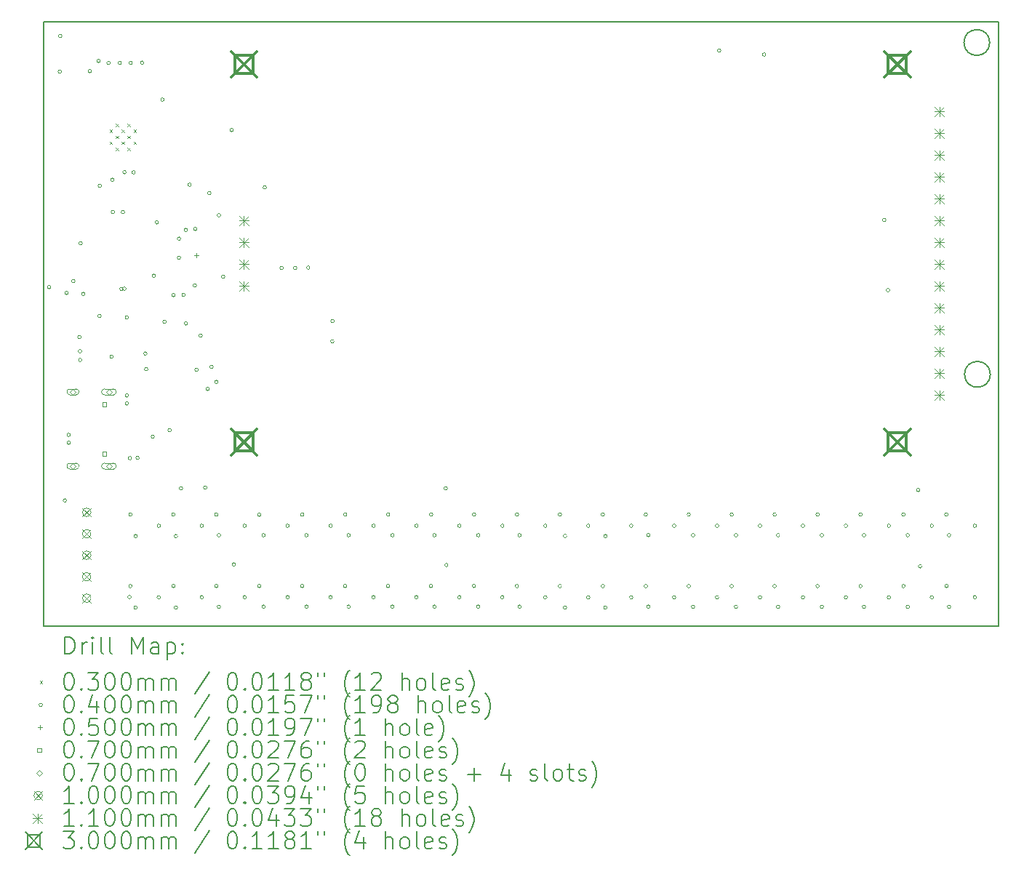
<source format=gbr>
%TF.GenerationSoftware,KiCad,Pcbnew,8.0.6*%
%TF.CreationDate,2024-10-31T12:41:15-07:00*%
%TF.ProjectId,veramonitor,76657261-6d6f-46e6-9974-6f722e6b6963,rev?*%
%TF.SameCoordinates,Original*%
%TF.FileFunction,Drillmap*%
%TF.FilePolarity,Positive*%
%FSLAX45Y45*%
G04 Gerber Fmt 4.5, Leading zero omitted, Abs format (unit mm)*
G04 Created by KiCad (PCBNEW 8.0.6) date 2024-10-31 12:41:15*
%MOMM*%
%LPD*%
G01*
G04 APERTURE LIST*
%ADD10C,0.200000*%
%ADD11C,0.100000*%
%ADD12C,0.110002*%
%ADD13C,0.299999*%
G04 APERTURE END LIST*
D10*
X15033000Y-10796000D02*
G75*
G02*
X14733000Y-10796000I-150000J0D01*
G01*
X14733000Y-10796000D02*
G75*
G02*
X15033000Y-10796000I150000J0D01*
G01*
X15026000Y-6933000D02*
G75*
G02*
X14726000Y-6933000I-150000J0D01*
G01*
X14726000Y-6933000D02*
G75*
G02*
X15026000Y-6933000I150000J0D01*
G01*
X4008000Y-6690000D02*
X15130000Y-6690000D01*
X15130000Y-13730000D01*
X4008000Y-13730000D01*
X4008000Y-6690000D01*
D11*
X4780000Y-7947500D02*
X4810000Y-7977500D01*
X4810000Y-7947500D02*
X4780000Y-7977500D01*
X4780000Y-8087500D02*
X4810000Y-8117500D01*
X4810000Y-8087500D02*
X4780000Y-8117500D01*
X4850000Y-7877500D02*
X4880000Y-7907500D01*
X4880000Y-7877500D02*
X4850000Y-7907500D01*
X4850000Y-8017500D02*
X4880000Y-8047500D01*
X4880000Y-8017500D02*
X4850000Y-8047500D01*
X4850000Y-8157500D02*
X4880000Y-8187500D01*
X4880000Y-8157500D02*
X4850000Y-8187500D01*
X4920000Y-7947500D02*
X4950000Y-7977500D01*
X4950000Y-7947500D02*
X4920000Y-7977500D01*
X4920000Y-8087500D02*
X4950000Y-8117500D01*
X4950000Y-8087500D02*
X4920000Y-8117500D01*
X4990000Y-7877500D02*
X5020000Y-7907500D01*
X5020000Y-7877500D02*
X4990000Y-7907500D01*
X4990000Y-8017500D02*
X5020000Y-8047500D01*
X5020000Y-8017500D02*
X4990000Y-8047500D01*
X4990000Y-8157500D02*
X5020000Y-8187500D01*
X5020000Y-8157500D02*
X4990000Y-8187500D01*
X5060000Y-7947500D02*
X5090000Y-7977500D01*
X5090000Y-7947500D02*
X5060000Y-7977500D01*
X5060000Y-8087500D02*
X5090000Y-8117500D01*
X5090000Y-8087500D02*
X5060000Y-8117500D01*
X4096000Y-9782000D02*
G75*
G02*
X4056000Y-9782000I-20000J0D01*
G01*
X4056000Y-9782000D02*
G75*
G02*
X4096000Y-9782000I20000J0D01*
G01*
X4220000Y-7270000D02*
G75*
G02*
X4180000Y-7270000I-20000J0D01*
G01*
X4180000Y-7270000D02*
G75*
G02*
X4220000Y-7270000I20000J0D01*
G01*
X4225000Y-6857000D02*
G75*
G02*
X4185000Y-6857000I-20000J0D01*
G01*
X4185000Y-6857000D02*
G75*
G02*
X4225000Y-6857000I20000J0D01*
G01*
X4279000Y-12265000D02*
G75*
G02*
X4239000Y-12265000I-20000J0D01*
G01*
X4239000Y-12265000D02*
G75*
G02*
X4279000Y-12265000I20000J0D01*
G01*
X4300000Y-9849000D02*
G75*
G02*
X4260000Y-9849000I-20000J0D01*
G01*
X4260000Y-9849000D02*
G75*
G02*
X4300000Y-9849000I20000J0D01*
G01*
X4323000Y-11501000D02*
G75*
G02*
X4283000Y-11501000I-20000J0D01*
G01*
X4283000Y-11501000D02*
G75*
G02*
X4323000Y-11501000I20000J0D01*
G01*
X4324000Y-11593000D02*
G75*
G02*
X4284000Y-11593000I-20000J0D01*
G01*
X4284000Y-11593000D02*
G75*
G02*
X4324000Y-11593000I20000J0D01*
G01*
X4377000Y-9710000D02*
G75*
G02*
X4337000Y-9710000I-20000J0D01*
G01*
X4337000Y-9710000D02*
G75*
G02*
X4377000Y-9710000I20000J0D01*
G01*
X4449000Y-10362000D02*
G75*
G02*
X4409000Y-10362000I-20000J0D01*
G01*
X4409000Y-10362000D02*
G75*
G02*
X4449000Y-10362000I20000J0D01*
G01*
X4456000Y-10527000D02*
G75*
G02*
X4416000Y-10527000I-20000J0D01*
G01*
X4416000Y-10527000D02*
G75*
G02*
X4456000Y-10527000I20000J0D01*
G01*
X4457575Y-10628480D02*
G75*
G02*
X4417575Y-10628480I-20000J0D01*
G01*
X4417575Y-10628480D02*
G75*
G02*
X4457575Y-10628480I20000J0D01*
G01*
X4462500Y-9269500D02*
G75*
G02*
X4422500Y-9269500I-20000J0D01*
G01*
X4422500Y-9269500D02*
G75*
G02*
X4462500Y-9269500I20000J0D01*
G01*
X4493000Y-9860000D02*
G75*
G02*
X4453000Y-9860000I-20000J0D01*
G01*
X4453000Y-9860000D02*
G75*
G02*
X4493000Y-9860000I20000J0D01*
G01*
X4571000Y-7267000D02*
G75*
G02*
X4531000Y-7267000I-20000J0D01*
G01*
X4531000Y-7267000D02*
G75*
G02*
X4571000Y-7267000I20000J0D01*
G01*
X4670000Y-7148000D02*
G75*
G02*
X4630000Y-7148000I-20000J0D01*
G01*
X4630000Y-7148000D02*
G75*
G02*
X4670000Y-7148000I20000J0D01*
G01*
X4682000Y-10118000D02*
G75*
G02*
X4642000Y-10118000I-20000J0D01*
G01*
X4642000Y-10118000D02*
G75*
G02*
X4682000Y-10118000I20000J0D01*
G01*
X4686735Y-8600735D02*
G75*
G02*
X4646735Y-8600735I-20000J0D01*
G01*
X4646735Y-8600735D02*
G75*
G02*
X4686735Y-8600735I20000J0D01*
G01*
X4787500Y-7172500D02*
G75*
G02*
X4747500Y-7172500I-20000J0D01*
G01*
X4747500Y-7172500D02*
G75*
G02*
X4787500Y-7172500I20000J0D01*
G01*
X4823000Y-10591000D02*
G75*
G02*
X4783000Y-10591000I-20000J0D01*
G01*
X4783000Y-10591000D02*
G75*
G02*
X4823000Y-10591000I20000J0D01*
G01*
X4832500Y-8531500D02*
G75*
G02*
X4792500Y-8531500I-20000J0D01*
G01*
X4792500Y-8531500D02*
G75*
G02*
X4832500Y-8531500I20000J0D01*
G01*
X4839000Y-8906000D02*
G75*
G02*
X4799000Y-8906000I-20000J0D01*
G01*
X4799000Y-8906000D02*
G75*
G02*
X4839000Y-8906000I20000J0D01*
G01*
X4917500Y-7170000D02*
G75*
G02*
X4877500Y-7170000I-20000J0D01*
G01*
X4877500Y-7170000D02*
G75*
G02*
X4917500Y-7170000I20000J0D01*
G01*
X4937500Y-9801500D02*
G75*
G02*
X4897500Y-9801500I-20000J0D01*
G01*
X4897500Y-9801500D02*
G75*
G02*
X4937500Y-9801500I20000J0D01*
G01*
X4955000Y-8908000D02*
G75*
G02*
X4915000Y-8908000I-20000J0D01*
G01*
X4915000Y-8908000D02*
G75*
G02*
X4955000Y-8908000I20000J0D01*
G01*
X4972500Y-9800000D02*
G75*
G02*
X4932500Y-9800000I-20000J0D01*
G01*
X4932500Y-9800000D02*
G75*
G02*
X4972500Y-9800000I20000J0D01*
G01*
X4973000Y-8443000D02*
G75*
G02*
X4933000Y-8443000I-20000J0D01*
G01*
X4933000Y-8443000D02*
G75*
G02*
X4973000Y-8443000I20000J0D01*
G01*
X5000000Y-10135000D02*
G75*
G02*
X4960000Y-10135000I-20000J0D01*
G01*
X4960000Y-10135000D02*
G75*
G02*
X5000000Y-10135000I20000J0D01*
G01*
X5000000Y-11043000D02*
G75*
G02*
X4960000Y-11043000I-20000J0D01*
G01*
X4960000Y-11043000D02*
G75*
G02*
X5000000Y-11043000I20000J0D01*
G01*
X5000000Y-11135000D02*
G75*
G02*
X4960000Y-11135000I-20000J0D01*
G01*
X4960000Y-11135000D02*
G75*
G02*
X5000000Y-11135000I20000J0D01*
G01*
X5032000Y-13389000D02*
G75*
G02*
X4992000Y-13389000I-20000J0D01*
G01*
X4992000Y-13389000D02*
G75*
G02*
X5032000Y-13389000I20000J0D01*
G01*
X5036000Y-11772000D02*
G75*
G02*
X4996000Y-11772000I-20000J0D01*
G01*
X4996000Y-11772000D02*
G75*
G02*
X5036000Y-11772000I20000J0D01*
G01*
X5042000Y-13261500D02*
G75*
G02*
X5002000Y-13261500I-20000J0D01*
G01*
X5002000Y-13261500D02*
G75*
G02*
X5042000Y-13261500I20000J0D01*
G01*
X5042500Y-12429500D02*
G75*
G02*
X5002500Y-12429500I-20000J0D01*
G01*
X5002500Y-12429500D02*
G75*
G02*
X5042500Y-12429500I20000J0D01*
G01*
X5045000Y-7170000D02*
G75*
G02*
X5005000Y-7170000I-20000J0D01*
G01*
X5005000Y-7170000D02*
G75*
G02*
X5045000Y-7170000I20000J0D01*
G01*
X5079000Y-8445000D02*
G75*
G02*
X5039000Y-8445000I-20000J0D01*
G01*
X5039000Y-8445000D02*
G75*
G02*
X5079000Y-8445000I20000J0D01*
G01*
X5102000Y-13511500D02*
G75*
G02*
X5062000Y-13511500I-20000J0D01*
G01*
X5062000Y-13511500D02*
G75*
G02*
X5102000Y-13511500I20000J0D01*
G01*
X5102500Y-12679500D02*
G75*
G02*
X5062500Y-12679500I-20000J0D01*
G01*
X5062500Y-12679500D02*
G75*
G02*
X5102500Y-12679500I20000J0D01*
G01*
X5125000Y-11770000D02*
G75*
G02*
X5085000Y-11770000I-20000J0D01*
G01*
X5085000Y-11770000D02*
G75*
G02*
X5125000Y-11770000I20000J0D01*
G01*
X5177500Y-7167500D02*
G75*
G02*
X5137500Y-7167500I-20000J0D01*
G01*
X5137500Y-7167500D02*
G75*
G02*
X5177500Y-7167500I20000J0D01*
G01*
X5216000Y-10554000D02*
G75*
G02*
X5176000Y-10554000I-20000J0D01*
G01*
X5176000Y-10554000D02*
G75*
G02*
X5216000Y-10554000I20000J0D01*
G01*
X5226000Y-10737000D02*
G75*
G02*
X5186000Y-10737000I-20000J0D01*
G01*
X5186000Y-10737000D02*
G75*
G02*
X5226000Y-10737000I20000J0D01*
G01*
X5302500Y-11522500D02*
G75*
G02*
X5262500Y-11522500I-20000J0D01*
G01*
X5262500Y-11522500D02*
G75*
G02*
X5302500Y-11522500I20000J0D01*
G01*
X5316000Y-9648000D02*
G75*
G02*
X5276000Y-9648000I-20000J0D01*
G01*
X5276000Y-9648000D02*
G75*
G02*
X5316000Y-9648000I20000J0D01*
G01*
X5350000Y-9027000D02*
G75*
G02*
X5310000Y-9027000I-20000J0D01*
G01*
X5310000Y-9027000D02*
G75*
G02*
X5350000Y-9027000I20000J0D01*
G01*
X5372000Y-13391500D02*
G75*
G02*
X5332000Y-13391500I-20000J0D01*
G01*
X5332000Y-13391500D02*
G75*
G02*
X5372000Y-13391500I20000J0D01*
G01*
X5372500Y-12559500D02*
G75*
G02*
X5332500Y-12559500I-20000J0D01*
G01*
X5332500Y-12559500D02*
G75*
G02*
X5372500Y-12559500I20000J0D01*
G01*
X5415000Y-7598000D02*
G75*
G02*
X5375000Y-7598000I-20000J0D01*
G01*
X5375000Y-7598000D02*
G75*
G02*
X5415000Y-7598000I20000J0D01*
G01*
X5440000Y-10185000D02*
G75*
G02*
X5400000Y-10185000I-20000J0D01*
G01*
X5400000Y-10185000D02*
G75*
G02*
X5440000Y-10185000I20000J0D01*
G01*
X5499000Y-11444500D02*
G75*
G02*
X5459000Y-11444500I-20000J0D01*
G01*
X5459000Y-11444500D02*
G75*
G02*
X5499000Y-11444500I20000J0D01*
G01*
X5542000Y-13261500D02*
G75*
G02*
X5502000Y-13261500I-20000J0D01*
G01*
X5502000Y-13261500D02*
G75*
G02*
X5542000Y-13261500I20000J0D01*
G01*
X5542500Y-9875000D02*
G75*
G02*
X5502500Y-9875000I-20000J0D01*
G01*
X5502500Y-9875000D02*
G75*
G02*
X5542500Y-9875000I20000J0D01*
G01*
X5542500Y-12429500D02*
G75*
G02*
X5502500Y-12429500I-20000J0D01*
G01*
X5502500Y-12429500D02*
G75*
G02*
X5542500Y-12429500I20000J0D01*
G01*
X5572000Y-13511500D02*
G75*
G02*
X5532000Y-13511500I-20000J0D01*
G01*
X5532000Y-13511500D02*
G75*
G02*
X5572000Y-13511500I20000J0D01*
G01*
X5572500Y-12679500D02*
G75*
G02*
X5532500Y-12679500I-20000J0D01*
G01*
X5532500Y-12679500D02*
G75*
G02*
X5572500Y-12679500I20000J0D01*
G01*
X5608000Y-9217000D02*
G75*
G02*
X5568000Y-9217000I-20000J0D01*
G01*
X5568000Y-9217000D02*
G75*
G02*
X5608000Y-9217000I20000J0D01*
G01*
X5608000Y-9438000D02*
G75*
G02*
X5568000Y-9438000I-20000J0D01*
G01*
X5568000Y-9438000D02*
G75*
G02*
X5608000Y-9438000I20000J0D01*
G01*
X5630000Y-12124000D02*
G75*
G02*
X5590000Y-12124000I-20000J0D01*
G01*
X5590000Y-12124000D02*
G75*
G02*
X5630000Y-12124000I20000J0D01*
G01*
X5661000Y-9872000D02*
G75*
G02*
X5621000Y-9872000I-20000J0D01*
G01*
X5621000Y-9872000D02*
G75*
G02*
X5661000Y-9872000I20000J0D01*
G01*
X5686485Y-9114515D02*
G75*
G02*
X5646485Y-9114515I-20000J0D01*
G01*
X5646485Y-9114515D02*
G75*
G02*
X5686485Y-9114515I20000J0D01*
G01*
X5689000Y-10205000D02*
G75*
G02*
X5649000Y-10205000I-20000J0D01*
G01*
X5649000Y-10205000D02*
G75*
G02*
X5689000Y-10205000I20000J0D01*
G01*
X5731000Y-8589000D02*
G75*
G02*
X5691000Y-8589000I-20000J0D01*
G01*
X5691000Y-8589000D02*
G75*
G02*
X5731000Y-8589000I20000J0D01*
G01*
X5792000Y-9762000D02*
G75*
G02*
X5752000Y-9762000I-20000J0D01*
G01*
X5752000Y-9762000D02*
G75*
G02*
X5792000Y-9762000I20000J0D01*
G01*
X5797000Y-9104000D02*
G75*
G02*
X5757000Y-9104000I-20000J0D01*
G01*
X5757000Y-9104000D02*
G75*
G02*
X5797000Y-9104000I20000J0D01*
G01*
X5812500Y-10745000D02*
G75*
G02*
X5772500Y-10745000I-20000J0D01*
G01*
X5772500Y-10745000D02*
G75*
G02*
X5812500Y-10745000I20000J0D01*
G01*
X5859000Y-10344000D02*
G75*
G02*
X5819000Y-10344000I-20000J0D01*
G01*
X5819000Y-10344000D02*
G75*
G02*
X5859000Y-10344000I20000J0D01*
G01*
X5872000Y-13391500D02*
G75*
G02*
X5832000Y-13391500I-20000J0D01*
G01*
X5832000Y-13391500D02*
G75*
G02*
X5872000Y-13391500I20000J0D01*
G01*
X5872500Y-12559500D02*
G75*
G02*
X5832500Y-12559500I-20000J0D01*
G01*
X5832500Y-12559500D02*
G75*
G02*
X5872500Y-12559500I20000J0D01*
G01*
X5913000Y-12115000D02*
G75*
G02*
X5873000Y-12115000I-20000J0D01*
G01*
X5873000Y-12115000D02*
G75*
G02*
X5913000Y-12115000I20000J0D01*
G01*
X5941000Y-10966000D02*
G75*
G02*
X5901000Y-10966000I-20000J0D01*
G01*
X5901000Y-10966000D02*
G75*
G02*
X5941000Y-10966000I20000J0D01*
G01*
X5960750Y-8687750D02*
G75*
G02*
X5920750Y-8687750I-20000J0D01*
G01*
X5920750Y-8687750D02*
G75*
G02*
X5960750Y-8687750I20000J0D01*
G01*
X5986000Y-10709000D02*
G75*
G02*
X5946000Y-10709000I-20000J0D01*
G01*
X5946000Y-10709000D02*
G75*
G02*
X5986000Y-10709000I20000J0D01*
G01*
X6042000Y-13261500D02*
G75*
G02*
X6002000Y-13261500I-20000J0D01*
G01*
X6002000Y-13261500D02*
G75*
G02*
X6042000Y-13261500I20000J0D01*
G01*
X6042500Y-12429500D02*
G75*
G02*
X6002500Y-12429500I-20000J0D01*
G01*
X6002500Y-12429500D02*
G75*
G02*
X6042500Y-12429500I20000J0D01*
G01*
X6044000Y-10885000D02*
G75*
G02*
X6004000Y-10885000I-20000J0D01*
G01*
X6004000Y-10885000D02*
G75*
G02*
X6044000Y-10885000I20000J0D01*
G01*
X6072000Y-8943000D02*
G75*
G02*
X6032000Y-8943000I-20000J0D01*
G01*
X6032000Y-8943000D02*
G75*
G02*
X6072000Y-8943000I20000J0D01*
G01*
X6072000Y-13501500D02*
G75*
G02*
X6032000Y-13501500I-20000J0D01*
G01*
X6032000Y-13501500D02*
G75*
G02*
X6072000Y-13501500I20000J0D01*
G01*
X6072500Y-12669500D02*
G75*
G02*
X6032500Y-12669500I-20000J0D01*
G01*
X6032500Y-12669500D02*
G75*
G02*
X6072500Y-12669500I20000J0D01*
G01*
X6122000Y-9661000D02*
G75*
G02*
X6082000Y-9661000I-20000J0D01*
G01*
X6082000Y-9661000D02*
G75*
G02*
X6122000Y-9661000I20000J0D01*
G01*
X6222000Y-7952000D02*
G75*
G02*
X6182000Y-7952000I-20000J0D01*
G01*
X6182000Y-7952000D02*
G75*
G02*
X6222000Y-7952000I20000J0D01*
G01*
X6245000Y-13009000D02*
G75*
G02*
X6205000Y-13009000I-20000J0D01*
G01*
X6205000Y-13009000D02*
G75*
G02*
X6245000Y-13009000I20000J0D01*
G01*
X6372000Y-13391500D02*
G75*
G02*
X6332000Y-13391500I-20000J0D01*
G01*
X6332000Y-13391500D02*
G75*
G02*
X6372000Y-13391500I20000J0D01*
G01*
X6372500Y-12559500D02*
G75*
G02*
X6332500Y-12559500I-20000J0D01*
G01*
X6332500Y-12559500D02*
G75*
G02*
X6372500Y-12559500I20000J0D01*
G01*
X6542000Y-13261500D02*
G75*
G02*
X6502000Y-13261500I-20000J0D01*
G01*
X6502000Y-13261500D02*
G75*
G02*
X6542000Y-13261500I20000J0D01*
G01*
X6542500Y-12429500D02*
G75*
G02*
X6502500Y-12429500I-20000J0D01*
G01*
X6502500Y-12429500D02*
G75*
G02*
X6542500Y-12429500I20000J0D01*
G01*
X6592000Y-13501500D02*
G75*
G02*
X6552000Y-13501500I-20000J0D01*
G01*
X6552000Y-13501500D02*
G75*
G02*
X6592000Y-13501500I20000J0D01*
G01*
X6592500Y-12669500D02*
G75*
G02*
X6552500Y-12669500I-20000J0D01*
G01*
X6552500Y-12669500D02*
G75*
G02*
X6592500Y-12669500I20000J0D01*
G01*
X6606000Y-8620000D02*
G75*
G02*
X6566000Y-8620000I-20000J0D01*
G01*
X6566000Y-8620000D02*
G75*
G02*
X6606000Y-8620000I20000J0D01*
G01*
X6802000Y-9559000D02*
G75*
G02*
X6762000Y-9559000I-20000J0D01*
G01*
X6762000Y-9559000D02*
G75*
G02*
X6802000Y-9559000I20000J0D01*
G01*
X6872000Y-13391500D02*
G75*
G02*
X6832000Y-13391500I-20000J0D01*
G01*
X6832000Y-13391500D02*
G75*
G02*
X6872000Y-13391500I20000J0D01*
G01*
X6872500Y-12559500D02*
G75*
G02*
X6832500Y-12559500I-20000J0D01*
G01*
X6832500Y-12559500D02*
G75*
G02*
X6872500Y-12559500I20000J0D01*
G01*
X6961000Y-9558000D02*
G75*
G02*
X6921000Y-9558000I-20000J0D01*
G01*
X6921000Y-9558000D02*
G75*
G02*
X6961000Y-9558000I20000J0D01*
G01*
X7042000Y-13261500D02*
G75*
G02*
X7002000Y-13261500I-20000J0D01*
G01*
X7002000Y-13261500D02*
G75*
G02*
X7042000Y-13261500I20000J0D01*
G01*
X7042500Y-12429500D02*
G75*
G02*
X7002500Y-12429500I-20000J0D01*
G01*
X7002500Y-12429500D02*
G75*
G02*
X7042500Y-12429500I20000J0D01*
G01*
X7092000Y-13501500D02*
G75*
G02*
X7052000Y-13501500I-20000J0D01*
G01*
X7052000Y-13501500D02*
G75*
G02*
X7092000Y-13501500I20000J0D01*
G01*
X7092500Y-12669500D02*
G75*
G02*
X7052500Y-12669500I-20000J0D01*
G01*
X7052500Y-12669500D02*
G75*
G02*
X7092500Y-12669500I20000J0D01*
G01*
X7112000Y-9554000D02*
G75*
G02*
X7072000Y-9554000I-20000J0D01*
G01*
X7072000Y-9554000D02*
G75*
G02*
X7112000Y-9554000I20000J0D01*
G01*
X7372000Y-13391500D02*
G75*
G02*
X7332000Y-13391500I-20000J0D01*
G01*
X7332000Y-13391500D02*
G75*
G02*
X7372000Y-13391500I20000J0D01*
G01*
X7372500Y-12559500D02*
G75*
G02*
X7332500Y-12559500I-20000J0D01*
G01*
X7332500Y-12559500D02*
G75*
G02*
X7372500Y-12559500I20000J0D01*
G01*
X7393000Y-10411000D02*
G75*
G02*
X7353000Y-10411000I-20000J0D01*
G01*
X7353000Y-10411000D02*
G75*
G02*
X7393000Y-10411000I20000J0D01*
G01*
X7396000Y-10177000D02*
G75*
G02*
X7356000Y-10177000I-20000J0D01*
G01*
X7356000Y-10177000D02*
G75*
G02*
X7396000Y-10177000I20000J0D01*
G01*
X7542000Y-13261500D02*
G75*
G02*
X7502000Y-13261500I-20000J0D01*
G01*
X7502000Y-13261500D02*
G75*
G02*
X7542000Y-13261500I20000J0D01*
G01*
X7542500Y-12429500D02*
G75*
G02*
X7502500Y-12429500I-20000J0D01*
G01*
X7502500Y-12429500D02*
G75*
G02*
X7542500Y-12429500I20000J0D01*
G01*
X7582000Y-13501500D02*
G75*
G02*
X7542000Y-13501500I-20000J0D01*
G01*
X7542000Y-13501500D02*
G75*
G02*
X7582000Y-13501500I20000J0D01*
G01*
X7582500Y-12669500D02*
G75*
G02*
X7542500Y-12669500I-20000J0D01*
G01*
X7542500Y-12669500D02*
G75*
G02*
X7582500Y-12669500I20000J0D01*
G01*
X7872000Y-13391500D02*
G75*
G02*
X7832000Y-13391500I-20000J0D01*
G01*
X7832000Y-13391500D02*
G75*
G02*
X7872000Y-13391500I20000J0D01*
G01*
X7872500Y-12559500D02*
G75*
G02*
X7832500Y-12559500I-20000J0D01*
G01*
X7832500Y-12559500D02*
G75*
G02*
X7872500Y-12559500I20000J0D01*
G01*
X8042000Y-13261500D02*
G75*
G02*
X8002000Y-13261500I-20000J0D01*
G01*
X8002000Y-13261500D02*
G75*
G02*
X8042000Y-13261500I20000J0D01*
G01*
X8042500Y-12429500D02*
G75*
G02*
X8002500Y-12429500I-20000J0D01*
G01*
X8002500Y-12429500D02*
G75*
G02*
X8042500Y-12429500I20000J0D01*
G01*
X8092000Y-13501500D02*
G75*
G02*
X8052000Y-13501500I-20000J0D01*
G01*
X8052000Y-13501500D02*
G75*
G02*
X8092000Y-13501500I20000J0D01*
G01*
X8092500Y-12669500D02*
G75*
G02*
X8052500Y-12669500I-20000J0D01*
G01*
X8052500Y-12669500D02*
G75*
G02*
X8092500Y-12669500I20000J0D01*
G01*
X8372000Y-13391500D02*
G75*
G02*
X8332000Y-13391500I-20000J0D01*
G01*
X8332000Y-13391500D02*
G75*
G02*
X8372000Y-13391500I20000J0D01*
G01*
X8372500Y-12559500D02*
G75*
G02*
X8332500Y-12559500I-20000J0D01*
G01*
X8332500Y-12559500D02*
G75*
G02*
X8372500Y-12559500I20000J0D01*
G01*
X8542000Y-13261500D02*
G75*
G02*
X8502000Y-13261500I-20000J0D01*
G01*
X8502000Y-13261500D02*
G75*
G02*
X8542000Y-13261500I20000J0D01*
G01*
X8542500Y-12429500D02*
G75*
G02*
X8502500Y-12429500I-20000J0D01*
G01*
X8502500Y-12429500D02*
G75*
G02*
X8542500Y-12429500I20000J0D01*
G01*
X8582000Y-13501500D02*
G75*
G02*
X8542000Y-13501500I-20000J0D01*
G01*
X8542000Y-13501500D02*
G75*
G02*
X8582000Y-13501500I20000J0D01*
G01*
X8582500Y-12669500D02*
G75*
G02*
X8542500Y-12669500I-20000J0D01*
G01*
X8542500Y-12669500D02*
G75*
G02*
X8582500Y-12669500I20000J0D01*
G01*
X8713000Y-12124000D02*
G75*
G02*
X8673000Y-12124000I-20000J0D01*
G01*
X8673000Y-12124000D02*
G75*
G02*
X8713000Y-12124000I20000J0D01*
G01*
X8721000Y-13016000D02*
G75*
G02*
X8681000Y-13016000I-20000J0D01*
G01*
X8681000Y-13016000D02*
G75*
G02*
X8721000Y-13016000I20000J0D01*
G01*
X8872000Y-13391500D02*
G75*
G02*
X8832000Y-13391500I-20000J0D01*
G01*
X8832000Y-13391500D02*
G75*
G02*
X8872000Y-13391500I20000J0D01*
G01*
X8872500Y-12559500D02*
G75*
G02*
X8832500Y-12559500I-20000J0D01*
G01*
X8832500Y-12559500D02*
G75*
G02*
X8872500Y-12559500I20000J0D01*
G01*
X9042000Y-13261500D02*
G75*
G02*
X9002000Y-13261500I-20000J0D01*
G01*
X9002000Y-13261500D02*
G75*
G02*
X9042000Y-13261500I20000J0D01*
G01*
X9042500Y-12429500D02*
G75*
G02*
X9002500Y-12429500I-20000J0D01*
G01*
X9002500Y-12429500D02*
G75*
G02*
X9042500Y-12429500I20000J0D01*
G01*
X9092000Y-13501500D02*
G75*
G02*
X9052000Y-13501500I-20000J0D01*
G01*
X9052000Y-13501500D02*
G75*
G02*
X9092000Y-13501500I20000J0D01*
G01*
X9092500Y-12669500D02*
G75*
G02*
X9052500Y-12669500I-20000J0D01*
G01*
X9052500Y-12669500D02*
G75*
G02*
X9092500Y-12669500I20000J0D01*
G01*
X9372000Y-13391500D02*
G75*
G02*
X9332000Y-13391500I-20000J0D01*
G01*
X9332000Y-13391500D02*
G75*
G02*
X9372000Y-13391500I20000J0D01*
G01*
X9372500Y-12559500D02*
G75*
G02*
X9332500Y-12559500I-20000J0D01*
G01*
X9332500Y-12559500D02*
G75*
G02*
X9372500Y-12559500I20000J0D01*
G01*
X9542000Y-13261500D02*
G75*
G02*
X9502000Y-13261500I-20000J0D01*
G01*
X9502000Y-13261500D02*
G75*
G02*
X9542000Y-13261500I20000J0D01*
G01*
X9542500Y-12429500D02*
G75*
G02*
X9502500Y-12429500I-20000J0D01*
G01*
X9502500Y-12429500D02*
G75*
G02*
X9542500Y-12429500I20000J0D01*
G01*
X9572000Y-13501500D02*
G75*
G02*
X9532000Y-13501500I-20000J0D01*
G01*
X9532000Y-13501500D02*
G75*
G02*
X9572000Y-13501500I20000J0D01*
G01*
X9572500Y-12669500D02*
G75*
G02*
X9532500Y-12669500I-20000J0D01*
G01*
X9532500Y-12669500D02*
G75*
G02*
X9572500Y-12669500I20000J0D01*
G01*
X9872000Y-13391500D02*
G75*
G02*
X9832000Y-13391500I-20000J0D01*
G01*
X9832000Y-13391500D02*
G75*
G02*
X9872000Y-13391500I20000J0D01*
G01*
X9872500Y-12559500D02*
G75*
G02*
X9832500Y-12559500I-20000J0D01*
G01*
X9832500Y-12559500D02*
G75*
G02*
X9872500Y-12559500I20000J0D01*
G01*
X10042000Y-12429000D02*
G75*
G02*
X10002000Y-12429000I-20000J0D01*
G01*
X10002000Y-12429000D02*
G75*
G02*
X10042000Y-12429000I20000J0D01*
G01*
X10042000Y-13261500D02*
G75*
G02*
X10002000Y-13261500I-20000J0D01*
G01*
X10002000Y-13261500D02*
G75*
G02*
X10042000Y-13261500I20000J0D01*
G01*
X10102000Y-12679000D02*
G75*
G02*
X10062000Y-12679000I-20000J0D01*
G01*
X10062000Y-12679000D02*
G75*
G02*
X10102000Y-12679000I20000J0D01*
G01*
X10102000Y-13511500D02*
G75*
G02*
X10062000Y-13511500I-20000J0D01*
G01*
X10062000Y-13511500D02*
G75*
G02*
X10102000Y-13511500I20000J0D01*
G01*
X10372000Y-12559000D02*
G75*
G02*
X10332000Y-12559000I-20000J0D01*
G01*
X10332000Y-12559000D02*
G75*
G02*
X10372000Y-12559000I20000J0D01*
G01*
X10372000Y-13391500D02*
G75*
G02*
X10332000Y-13391500I-20000J0D01*
G01*
X10332000Y-13391500D02*
G75*
G02*
X10372000Y-13391500I20000J0D01*
G01*
X10542000Y-12429000D02*
G75*
G02*
X10502000Y-12429000I-20000J0D01*
G01*
X10502000Y-12429000D02*
G75*
G02*
X10542000Y-12429000I20000J0D01*
G01*
X10542000Y-13261500D02*
G75*
G02*
X10502000Y-13261500I-20000J0D01*
G01*
X10502000Y-13261500D02*
G75*
G02*
X10542000Y-13261500I20000J0D01*
G01*
X10572000Y-12679000D02*
G75*
G02*
X10532000Y-12679000I-20000J0D01*
G01*
X10532000Y-12679000D02*
G75*
G02*
X10572000Y-12679000I20000J0D01*
G01*
X10572000Y-13511500D02*
G75*
G02*
X10532000Y-13511500I-20000J0D01*
G01*
X10532000Y-13511500D02*
G75*
G02*
X10572000Y-13511500I20000J0D01*
G01*
X10872000Y-12559000D02*
G75*
G02*
X10832000Y-12559000I-20000J0D01*
G01*
X10832000Y-12559000D02*
G75*
G02*
X10872000Y-12559000I20000J0D01*
G01*
X10872000Y-13391500D02*
G75*
G02*
X10832000Y-13391500I-20000J0D01*
G01*
X10832000Y-13391500D02*
G75*
G02*
X10872000Y-13391500I20000J0D01*
G01*
X11042000Y-12429000D02*
G75*
G02*
X11002000Y-12429000I-20000J0D01*
G01*
X11002000Y-12429000D02*
G75*
G02*
X11042000Y-12429000I20000J0D01*
G01*
X11042000Y-13261500D02*
G75*
G02*
X11002000Y-13261500I-20000J0D01*
G01*
X11002000Y-13261500D02*
G75*
G02*
X11042000Y-13261500I20000J0D01*
G01*
X11072000Y-12669000D02*
G75*
G02*
X11032000Y-12669000I-20000J0D01*
G01*
X11032000Y-12669000D02*
G75*
G02*
X11072000Y-12669000I20000J0D01*
G01*
X11072000Y-13501500D02*
G75*
G02*
X11032000Y-13501500I-20000J0D01*
G01*
X11032000Y-13501500D02*
G75*
G02*
X11072000Y-13501500I20000J0D01*
G01*
X11372000Y-12559000D02*
G75*
G02*
X11332000Y-12559000I-20000J0D01*
G01*
X11332000Y-12559000D02*
G75*
G02*
X11372000Y-12559000I20000J0D01*
G01*
X11372000Y-13391500D02*
G75*
G02*
X11332000Y-13391500I-20000J0D01*
G01*
X11332000Y-13391500D02*
G75*
G02*
X11372000Y-13391500I20000J0D01*
G01*
X11542000Y-12429000D02*
G75*
G02*
X11502000Y-12429000I-20000J0D01*
G01*
X11502000Y-12429000D02*
G75*
G02*
X11542000Y-12429000I20000J0D01*
G01*
X11542000Y-13261500D02*
G75*
G02*
X11502000Y-13261500I-20000J0D01*
G01*
X11502000Y-13261500D02*
G75*
G02*
X11542000Y-13261500I20000J0D01*
G01*
X11592000Y-12669000D02*
G75*
G02*
X11552000Y-12669000I-20000J0D01*
G01*
X11552000Y-12669000D02*
G75*
G02*
X11592000Y-12669000I20000J0D01*
G01*
X11592000Y-13501500D02*
G75*
G02*
X11552000Y-13501500I-20000J0D01*
G01*
X11552000Y-13501500D02*
G75*
G02*
X11592000Y-13501500I20000J0D01*
G01*
X11872000Y-12559000D02*
G75*
G02*
X11832000Y-12559000I-20000J0D01*
G01*
X11832000Y-12559000D02*
G75*
G02*
X11872000Y-12559000I20000J0D01*
G01*
X11872000Y-13391500D02*
G75*
G02*
X11832000Y-13391500I-20000J0D01*
G01*
X11832000Y-13391500D02*
G75*
G02*
X11872000Y-13391500I20000J0D01*
G01*
X11896000Y-7028000D02*
G75*
G02*
X11856000Y-7028000I-20000J0D01*
G01*
X11856000Y-7028000D02*
G75*
G02*
X11896000Y-7028000I20000J0D01*
G01*
X12042000Y-12429000D02*
G75*
G02*
X12002000Y-12429000I-20000J0D01*
G01*
X12002000Y-12429000D02*
G75*
G02*
X12042000Y-12429000I20000J0D01*
G01*
X12042000Y-13261500D02*
G75*
G02*
X12002000Y-13261500I-20000J0D01*
G01*
X12002000Y-13261500D02*
G75*
G02*
X12042000Y-13261500I20000J0D01*
G01*
X12092000Y-12669000D02*
G75*
G02*
X12052000Y-12669000I-20000J0D01*
G01*
X12052000Y-12669000D02*
G75*
G02*
X12092000Y-12669000I20000J0D01*
G01*
X12092000Y-13501500D02*
G75*
G02*
X12052000Y-13501500I-20000J0D01*
G01*
X12052000Y-13501500D02*
G75*
G02*
X12092000Y-13501500I20000J0D01*
G01*
X12372000Y-12559000D02*
G75*
G02*
X12332000Y-12559000I-20000J0D01*
G01*
X12332000Y-12559000D02*
G75*
G02*
X12372000Y-12559000I20000J0D01*
G01*
X12372000Y-13391500D02*
G75*
G02*
X12332000Y-13391500I-20000J0D01*
G01*
X12332000Y-13391500D02*
G75*
G02*
X12372000Y-13391500I20000J0D01*
G01*
X12419000Y-7073000D02*
G75*
G02*
X12379000Y-7073000I-20000J0D01*
G01*
X12379000Y-7073000D02*
G75*
G02*
X12419000Y-7073000I20000J0D01*
G01*
X12542000Y-12429000D02*
G75*
G02*
X12502000Y-12429000I-20000J0D01*
G01*
X12502000Y-12429000D02*
G75*
G02*
X12542000Y-12429000I20000J0D01*
G01*
X12542000Y-13261500D02*
G75*
G02*
X12502000Y-13261500I-20000J0D01*
G01*
X12502000Y-13261500D02*
G75*
G02*
X12542000Y-13261500I20000J0D01*
G01*
X12582000Y-12669000D02*
G75*
G02*
X12542000Y-12669000I-20000J0D01*
G01*
X12542000Y-12669000D02*
G75*
G02*
X12582000Y-12669000I20000J0D01*
G01*
X12582000Y-13501500D02*
G75*
G02*
X12542000Y-13501500I-20000J0D01*
G01*
X12542000Y-13501500D02*
G75*
G02*
X12582000Y-13501500I20000J0D01*
G01*
X12872000Y-12559000D02*
G75*
G02*
X12832000Y-12559000I-20000J0D01*
G01*
X12832000Y-12559000D02*
G75*
G02*
X12872000Y-12559000I20000J0D01*
G01*
X12872000Y-13391500D02*
G75*
G02*
X12832000Y-13391500I-20000J0D01*
G01*
X12832000Y-13391500D02*
G75*
G02*
X12872000Y-13391500I20000J0D01*
G01*
X13042000Y-12429000D02*
G75*
G02*
X13002000Y-12429000I-20000J0D01*
G01*
X13002000Y-12429000D02*
G75*
G02*
X13042000Y-12429000I20000J0D01*
G01*
X13042000Y-13261500D02*
G75*
G02*
X13002000Y-13261500I-20000J0D01*
G01*
X13002000Y-13261500D02*
G75*
G02*
X13042000Y-13261500I20000J0D01*
G01*
X13092000Y-12669000D02*
G75*
G02*
X13052000Y-12669000I-20000J0D01*
G01*
X13052000Y-12669000D02*
G75*
G02*
X13092000Y-12669000I20000J0D01*
G01*
X13092000Y-13501500D02*
G75*
G02*
X13052000Y-13501500I-20000J0D01*
G01*
X13052000Y-13501500D02*
G75*
G02*
X13092000Y-13501500I20000J0D01*
G01*
X13372000Y-12559000D02*
G75*
G02*
X13332000Y-12559000I-20000J0D01*
G01*
X13332000Y-12559000D02*
G75*
G02*
X13372000Y-12559000I20000J0D01*
G01*
X13372000Y-13391500D02*
G75*
G02*
X13332000Y-13391500I-20000J0D01*
G01*
X13332000Y-13391500D02*
G75*
G02*
X13372000Y-13391500I20000J0D01*
G01*
X13542000Y-12429000D02*
G75*
G02*
X13502000Y-12429000I-20000J0D01*
G01*
X13502000Y-12429000D02*
G75*
G02*
X13542000Y-12429000I20000J0D01*
G01*
X13542000Y-13261500D02*
G75*
G02*
X13502000Y-13261500I-20000J0D01*
G01*
X13502000Y-13261500D02*
G75*
G02*
X13542000Y-13261500I20000J0D01*
G01*
X13582000Y-12669000D02*
G75*
G02*
X13542000Y-12669000I-20000J0D01*
G01*
X13542000Y-12669000D02*
G75*
G02*
X13582000Y-12669000I20000J0D01*
G01*
X13582000Y-13501500D02*
G75*
G02*
X13542000Y-13501500I-20000J0D01*
G01*
X13542000Y-13501500D02*
G75*
G02*
X13582000Y-13501500I20000J0D01*
G01*
X13818000Y-9000000D02*
G75*
G02*
X13778000Y-9000000I-20000J0D01*
G01*
X13778000Y-9000000D02*
G75*
G02*
X13818000Y-9000000I20000J0D01*
G01*
X13862000Y-9817000D02*
G75*
G02*
X13822000Y-9817000I-20000J0D01*
G01*
X13822000Y-9817000D02*
G75*
G02*
X13862000Y-9817000I20000J0D01*
G01*
X13872000Y-12559000D02*
G75*
G02*
X13832000Y-12559000I-20000J0D01*
G01*
X13832000Y-12559000D02*
G75*
G02*
X13872000Y-12559000I20000J0D01*
G01*
X13872000Y-13391500D02*
G75*
G02*
X13832000Y-13391500I-20000J0D01*
G01*
X13832000Y-13391500D02*
G75*
G02*
X13872000Y-13391500I20000J0D01*
G01*
X14042000Y-12429000D02*
G75*
G02*
X14002000Y-12429000I-20000J0D01*
G01*
X14002000Y-12429000D02*
G75*
G02*
X14042000Y-12429000I20000J0D01*
G01*
X14042000Y-13261500D02*
G75*
G02*
X14002000Y-13261500I-20000J0D01*
G01*
X14002000Y-13261500D02*
G75*
G02*
X14042000Y-13261500I20000J0D01*
G01*
X14092000Y-12669000D02*
G75*
G02*
X14052000Y-12669000I-20000J0D01*
G01*
X14052000Y-12669000D02*
G75*
G02*
X14092000Y-12669000I20000J0D01*
G01*
X14092000Y-13501500D02*
G75*
G02*
X14052000Y-13501500I-20000J0D01*
G01*
X14052000Y-13501500D02*
G75*
G02*
X14092000Y-13501500I20000J0D01*
G01*
X14213000Y-12143000D02*
G75*
G02*
X14173000Y-12143000I-20000J0D01*
G01*
X14173000Y-12143000D02*
G75*
G02*
X14213000Y-12143000I20000J0D01*
G01*
X14236000Y-13032000D02*
G75*
G02*
X14196000Y-13032000I-20000J0D01*
G01*
X14196000Y-13032000D02*
G75*
G02*
X14236000Y-13032000I20000J0D01*
G01*
X14372000Y-12559000D02*
G75*
G02*
X14332000Y-12559000I-20000J0D01*
G01*
X14332000Y-12559000D02*
G75*
G02*
X14372000Y-12559000I20000J0D01*
G01*
X14372000Y-13391500D02*
G75*
G02*
X14332000Y-13391500I-20000J0D01*
G01*
X14332000Y-13391500D02*
G75*
G02*
X14372000Y-13391500I20000J0D01*
G01*
X14542000Y-12429000D02*
G75*
G02*
X14502000Y-12429000I-20000J0D01*
G01*
X14502000Y-12429000D02*
G75*
G02*
X14542000Y-12429000I20000J0D01*
G01*
X14542000Y-13261500D02*
G75*
G02*
X14502000Y-13261500I-20000J0D01*
G01*
X14502000Y-13261500D02*
G75*
G02*
X14542000Y-13261500I20000J0D01*
G01*
X14572000Y-12669000D02*
G75*
G02*
X14532000Y-12669000I-20000J0D01*
G01*
X14532000Y-12669000D02*
G75*
G02*
X14572000Y-12669000I20000J0D01*
G01*
X14572000Y-13501500D02*
G75*
G02*
X14532000Y-13501500I-20000J0D01*
G01*
X14532000Y-13501500D02*
G75*
G02*
X14572000Y-13501500I20000J0D01*
G01*
X14872000Y-12559000D02*
G75*
G02*
X14832000Y-12559000I-20000J0D01*
G01*
X14832000Y-12559000D02*
G75*
G02*
X14872000Y-12559000I20000J0D01*
G01*
X14872000Y-13391500D02*
G75*
G02*
X14832000Y-13391500I-20000J0D01*
G01*
X14832000Y-13391500D02*
G75*
G02*
X14872000Y-13391500I20000J0D01*
G01*
X5787000Y-9387500D02*
X5787000Y-9437500D01*
X5762000Y-9412500D02*
X5812000Y-9412500D01*
X4743249Y-11168249D02*
X4743249Y-11118751D01*
X4693751Y-11118751D01*
X4693751Y-11168249D01*
X4743249Y-11168249D01*
X4743249Y-11746249D02*
X4743249Y-11696751D01*
X4693751Y-11696751D01*
X4693751Y-11746249D01*
X4743249Y-11746249D01*
X4353500Y-11035501D02*
X4388501Y-11000500D01*
X4353500Y-10965499D01*
X4318499Y-11000500D01*
X4353500Y-11035501D01*
X4388499Y-10965499D02*
X4318501Y-10965499D01*
X4318501Y-11035501D02*
G75*
G02*
X4318501Y-10965499I0J35001D01*
G01*
X4318501Y-11035501D02*
X4388499Y-11035501D01*
X4388499Y-11035501D02*
G75*
G03*
X4388499Y-10965499I0J35001D01*
G01*
X4353500Y-11899501D02*
X4388501Y-11864500D01*
X4353500Y-11829499D01*
X4318499Y-11864500D01*
X4353500Y-11899501D01*
X4388499Y-11829499D02*
X4318501Y-11829499D01*
X4318501Y-11899501D02*
G75*
G02*
X4318501Y-11829499I0J35001D01*
G01*
X4318501Y-11899501D02*
X4388499Y-11899501D01*
X4388499Y-11899501D02*
G75*
G03*
X4388499Y-11829499I0J35001D01*
G01*
X4772500Y-11035501D02*
X4807501Y-11000500D01*
X4772500Y-10965499D01*
X4737499Y-11000500D01*
X4772500Y-11035501D01*
X4822499Y-10965499D02*
X4722501Y-10965499D01*
X4722501Y-11035501D02*
G75*
G02*
X4722501Y-10965499I0J35001D01*
G01*
X4722501Y-11035501D02*
X4822499Y-11035501D01*
X4822499Y-11035501D02*
G75*
G03*
X4822499Y-10965499I0J35001D01*
G01*
X4772500Y-11899501D02*
X4807501Y-11864500D01*
X4772500Y-11829499D01*
X4737499Y-11864500D01*
X4772500Y-11899501D01*
X4822499Y-11829499D02*
X4722501Y-11829499D01*
X4722501Y-11899501D02*
G75*
G02*
X4722501Y-11829499I0J35001D01*
G01*
X4722501Y-11899501D02*
X4822499Y-11899501D01*
X4822499Y-11899501D02*
G75*
G03*
X4822499Y-11829499I0J35001D01*
G01*
X4463000Y-12353000D02*
X4563000Y-12453000D01*
X4563000Y-12353000D02*
X4463000Y-12453000D01*
X4563000Y-12403000D02*
G75*
G02*
X4463000Y-12403000I-50000J0D01*
G01*
X4463000Y-12403000D02*
G75*
G02*
X4563000Y-12403000I50000J0D01*
G01*
X4463000Y-12603000D02*
X4563000Y-12703000D01*
X4563000Y-12603000D02*
X4463000Y-12703000D01*
X4563000Y-12653000D02*
G75*
G02*
X4463000Y-12653000I-50000J0D01*
G01*
X4463000Y-12653000D02*
G75*
G02*
X4563000Y-12653000I50000J0D01*
G01*
X4463000Y-12853000D02*
X4563000Y-12953000D01*
X4563000Y-12853000D02*
X4463000Y-12953000D01*
X4563000Y-12903000D02*
G75*
G02*
X4463000Y-12903000I-50000J0D01*
G01*
X4463000Y-12903000D02*
G75*
G02*
X4563000Y-12903000I50000J0D01*
G01*
X4463000Y-13103000D02*
X4563000Y-13203000D01*
X4563000Y-13103000D02*
X4463000Y-13203000D01*
X4563000Y-13153000D02*
G75*
G02*
X4463000Y-13153000I-50000J0D01*
G01*
X4463000Y-13153000D02*
G75*
G02*
X4563000Y-13153000I50000J0D01*
G01*
X4463000Y-13353000D02*
X4563000Y-13453000D01*
X4563000Y-13353000D02*
X4463000Y-13453000D01*
X4563000Y-13403000D02*
G75*
G02*
X4463000Y-13403000I-50000J0D01*
G01*
X4463000Y-13403000D02*
G75*
G02*
X4563000Y-13403000I50000J0D01*
G01*
D12*
X6288499Y-8948999D02*
X6398501Y-9059001D01*
X6398501Y-8948999D02*
X6288499Y-9059001D01*
X6343500Y-8948999D02*
X6343500Y-9059001D01*
X6288499Y-9004000D02*
X6398501Y-9004000D01*
X6288499Y-9202999D02*
X6398501Y-9313001D01*
X6398501Y-9202999D02*
X6288499Y-9313001D01*
X6343500Y-9202999D02*
X6343500Y-9313001D01*
X6288499Y-9258000D02*
X6398501Y-9258000D01*
X6288499Y-9456999D02*
X6398501Y-9567001D01*
X6398501Y-9456999D02*
X6288499Y-9567001D01*
X6343500Y-9456999D02*
X6343500Y-9567001D01*
X6288499Y-9512000D02*
X6398501Y-9512000D01*
X6288499Y-9710999D02*
X6398501Y-9821001D01*
X6398501Y-9710999D02*
X6288499Y-9821001D01*
X6343500Y-9710999D02*
X6343500Y-9821001D01*
X6288499Y-9766000D02*
X6398501Y-9766000D01*
X14386499Y-7678999D02*
X14496501Y-7789001D01*
X14496501Y-7678999D02*
X14386499Y-7789001D01*
X14441500Y-7678999D02*
X14441500Y-7789001D01*
X14386499Y-7734000D02*
X14496501Y-7734000D01*
X14386499Y-7932999D02*
X14496501Y-8043001D01*
X14496501Y-7932999D02*
X14386499Y-8043001D01*
X14441500Y-7932999D02*
X14441500Y-8043001D01*
X14386499Y-7988000D02*
X14496501Y-7988000D01*
X14386499Y-8186999D02*
X14496501Y-8297001D01*
X14496501Y-8186999D02*
X14386499Y-8297001D01*
X14441500Y-8186999D02*
X14441500Y-8297001D01*
X14386499Y-8242000D02*
X14496501Y-8242000D01*
X14386499Y-8440999D02*
X14496501Y-8551001D01*
X14496501Y-8440999D02*
X14386499Y-8551001D01*
X14441500Y-8440999D02*
X14441500Y-8551001D01*
X14386499Y-8496000D02*
X14496501Y-8496000D01*
X14386499Y-8694999D02*
X14496501Y-8805001D01*
X14496501Y-8694999D02*
X14386499Y-8805001D01*
X14441500Y-8694999D02*
X14441500Y-8805001D01*
X14386499Y-8750000D02*
X14496501Y-8750000D01*
X14386499Y-8948999D02*
X14496501Y-9059001D01*
X14496501Y-8948999D02*
X14386499Y-9059001D01*
X14441500Y-8948999D02*
X14441500Y-9059001D01*
X14386499Y-9004000D02*
X14496501Y-9004000D01*
X14386499Y-9202999D02*
X14496501Y-9313001D01*
X14496501Y-9202999D02*
X14386499Y-9313001D01*
X14441500Y-9202999D02*
X14441500Y-9313001D01*
X14386499Y-9258000D02*
X14496501Y-9258000D01*
X14386499Y-9456999D02*
X14496501Y-9567001D01*
X14496501Y-9456999D02*
X14386499Y-9567001D01*
X14441500Y-9456999D02*
X14441500Y-9567001D01*
X14386499Y-9512000D02*
X14496501Y-9512000D01*
X14386499Y-9710999D02*
X14496501Y-9821001D01*
X14496501Y-9710999D02*
X14386499Y-9821001D01*
X14441500Y-9710999D02*
X14441500Y-9821001D01*
X14386499Y-9766000D02*
X14496501Y-9766000D01*
X14386499Y-9964999D02*
X14496501Y-10075001D01*
X14496501Y-9964999D02*
X14386499Y-10075001D01*
X14441500Y-9964999D02*
X14441500Y-10075001D01*
X14386499Y-10020000D02*
X14496501Y-10020000D01*
X14386499Y-10218999D02*
X14496501Y-10329001D01*
X14496501Y-10218999D02*
X14386499Y-10329001D01*
X14441500Y-10218999D02*
X14441500Y-10329001D01*
X14386499Y-10274000D02*
X14496501Y-10274000D01*
X14386499Y-10472999D02*
X14496501Y-10583001D01*
X14496501Y-10472999D02*
X14386499Y-10583001D01*
X14441500Y-10472999D02*
X14441500Y-10583001D01*
X14386499Y-10528000D02*
X14496501Y-10528000D01*
X14386499Y-10726999D02*
X14496501Y-10837001D01*
X14496501Y-10726999D02*
X14386499Y-10837001D01*
X14441500Y-10726999D02*
X14441500Y-10837001D01*
X14386499Y-10782000D02*
X14496501Y-10782000D01*
X14386499Y-10980999D02*
X14496501Y-11091001D01*
X14496501Y-10980999D02*
X14386499Y-11091001D01*
X14441500Y-10980999D02*
X14441500Y-11091001D01*
X14386499Y-11036000D02*
X14496501Y-11036000D01*
D13*
X6193500Y-7035000D02*
X6493500Y-7335000D01*
X6493500Y-7035000D02*
X6193500Y-7335000D01*
X6449567Y-7291067D02*
X6449567Y-7078933D01*
X6237433Y-7078933D01*
X6237433Y-7291067D01*
X6449567Y-7291067D01*
X6193500Y-11435000D02*
X6493500Y-11735000D01*
X6493500Y-11435000D02*
X6193500Y-11735000D01*
X6449567Y-11691067D02*
X6449567Y-11478933D01*
X6237433Y-11478933D01*
X6237433Y-11691067D01*
X6449567Y-11691067D01*
X13800500Y-7035000D02*
X14100500Y-7335000D01*
X14100500Y-7035000D02*
X13800500Y-7335000D01*
X14056567Y-7291067D02*
X14056567Y-7078933D01*
X13844433Y-7078933D01*
X13844433Y-7291067D01*
X14056567Y-7291067D01*
X13800500Y-11435000D02*
X14100500Y-11735000D01*
X14100500Y-11435000D02*
X13800500Y-11735000D01*
X14056567Y-11691067D02*
X14056567Y-11478933D01*
X13844433Y-11478933D01*
X13844433Y-11691067D01*
X14056567Y-11691067D01*
D10*
X4258777Y-14051484D02*
X4258777Y-13851484D01*
X4258777Y-13851484D02*
X4306396Y-13851484D01*
X4306396Y-13851484D02*
X4334967Y-13861008D01*
X4334967Y-13861008D02*
X4354015Y-13880055D01*
X4354015Y-13880055D02*
X4363539Y-13899103D01*
X4363539Y-13899103D02*
X4373063Y-13937198D01*
X4373063Y-13937198D02*
X4373063Y-13965769D01*
X4373063Y-13965769D02*
X4363539Y-14003865D01*
X4363539Y-14003865D02*
X4354015Y-14022912D01*
X4354015Y-14022912D02*
X4334967Y-14041960D01*
X4334967Y-14041960D02*
X4306396Y-14051484D01*
X4306396Y-14051484D02*
X4258777Y-14051484D01*
X4458777Y-14051484D02*
X4458777Y-13918150D01*
X4458777Y-13956246D02*
X4468301Y-13937198D01*
X4468301Y-13937198D02*
X4477824Y-13927674D01*
X4477824Y-13927674D02*
X4496872Y-13918150D01*
X4496872Y-13918150D02*
X4515920Y-13918150D01*
X4582586Y-14051484D02*
X4582586Y-13918150D01*
X4582586Y-13851484D02*
X4573063Y-13861008D01*
X4573063Y-13861008D02*
X4582586Y-13870531D01*
X4582586Y-13870531D02*
X4592110Y-13861008D01*
X4592110Y-13861008D02*
X4582586Y-13851484D01*
X4582586Y-13851484D02*
X4582586Y-13870531D01*
X4706396Y-14051484D02*
X4687348Y-14041960D01*
X4687348Y-14041960D02*
X4677824Y-14022912D01*
X4677824Y-14022912D02*
X4677824Y-13851484D01*
X4811158Y-14051484D02*
X4792110Y-14041960D01*
X4792110Y-14041960D02*
X4782586Y-14022912D01*
X4782586Y-14022912D02*
X4782586Y-13851484D01*
X5039729Y-14051484D02*
X5039729Y-13851484D01*
X5039729Y-13851484D02*
X5106396Y-13994341D01*
X5106396Y-13994341D02*
X5173063Y-13851484D01*
X5173063Y-13851484D02*
X5173063Y-14051484D01*
X5354015Y-14051484D02*
X5354015Y-13946722D01*
X5354015Y-13946722D02*
X5344491Y-13927674D01*
X5344491Y-13927674D02*
X5325444Y-13918150D01*
X5325444Y-13918150D02*
X5287348Y-13918150D01*
X5287348Y-13918150D02*
X5268301Y-13927674D01*
X5354015Y-14041960D02*
X5334967Y-14051484D01*
X5334967Y-14051484D02*
X5287348Y-14051484D01*
X5287348Y-14051484D02*
X5268301Y-14041960D01*
X5268301Y-14041960D02*
X5258777Y-14022912D01*
X5258777Y-14022912D02*
X5258777Y-14003865D01*
X5258777Y-14003865D02*
X5268301Y-13984817D01*
X5268301Y-13984817D02*
X5287348Y-13975293D01*
X5287348Y-13975293D02*
X5334967Y-13975293D01*
X5334967Y-13975293D02*
X5354015Y-13965769D01*
X5449253Y-13918150D02*
X5449253Y-14118150D01*
X5449253Y-13927674D02*
X5468301Y-13918150D01*
X5468301Y-13918150D02*
X5506396Y-13918150D01*
X5506396Y-13918150D02*
X5525444Y-13927674D01*
X5525444Y-13927674D02*
X5534967Y-13937198D01*
X5534967Y-13937198D02*
X5544491Y-13956246D01*
X5544491Y-13956246D02*
X5544491Y-14013388D01*
X5544491Y-14013388D02*
X5534967Y-14032436D01*
X5534967Y-14032436D02*
X5525444Y-14041960D01*
X5525444Y-14041960D02*
X5506396Y-14051484D01*
X5506396Y-14051484D02*
X5468301Y-14051484D01*
X5468301Y-14051484D02*
X5449253Y-14041960D01*
X5630205Y-14032436D02*
X5639729Y-14041960D01*
X5639729Y-14041960D02*
X5630205Y-14051484D01*
X5630205Y-14051484D02*
X5620682Y-14041960D01*
X5620682Y-14041960D02*
X5630205Y-14032436D01*
X5630205Y-14032436D02*
X5630205Y-14051484D01*
X5630205Y-13927674D02*
X5639729Y-13937198D01*
X5639729Y-13937198D02*
X5630205Y-13946722D01*
X5630205Y-13946722D02*
X5620682Y-13937198D01*
X5620682Y-13937198D02*
X5630205Y-13927674D01*
X5630205Y-13927674D02*
X5630205Y-13946722D01*
D11*
X3968000Y-14365000D02*
X3998000Y-14395000D01*
X3998000Y-14365000D02*
X3968000Y-14395000D01*
D10*
X4296872Y-14271484D02*
X4315920Y-14271484D01*
X4315920Y-14271484D02*
X4334967Y-14281008D01*
X4334967Y-14281008D02*
X4344491Y-14290531D01*
X4344491Y-14290531D02*
X4354015Y-14309579D01*
X4354015Y-14309579D02*
X4363539Y-14347674D01*
X4363539Y-14347674D02*
X4363539Y-14395293D01*
X4363539Y-14395293D02*
X4354015Y-14433388D01*
X4354015Y-14433388D02*
X4344491Y-14452436D01*
X4344491Y-14452436D02*
X4334967Y-14461960D01*
X4334967Y-14461960D02*
X4315920Y-14471484D01*
X4315920Y-14471484D02*
X4296872Y-14471484D01*
X4296872Y-14471484D02*
X4277824Y-14461960D01*
X4277824Y-14461960D02*
X4268301Y-14452436D01*
X4268301Y-14452436D02*
X4258777Y-14433388D01*
X4258777Y-14433388D02*
X4249253Y-14395293D01*
X4249253Y-14395293D02*
X4249253Y-14347674D01*
X4249253Y-14347674D02*
X4258777Y-14309579D01*
X4258777Y-14309579D02*
X4268301Y-14290531D01*
X4268301Y-14290531D02*
X4277824Y-14281008D01*
X4277824Y-14281008D02*
X4296872Y-14271484D01*
X4449253Y-14452436D02*
X4458777Y-14461960D01*
X4458777Y-14461960D02*
X4449253Y-14471484D01*
X4449253Y-14471484D02*
X4439729Y-14461960D01*
X4439729Y-14461960D02*
X4449253Y-14452436D01*
X4449253Y-14452436D02*
X4449253Y-14471484D01*
X4525444Y-14271484D02*
X4649253Y-14271484D01*
X4649253Y-14271484D02*
X4582586Y-14347674D01*
X4582586Y-14347674D02*
X4611158Y-14347674D01*
X4611158Y-14347674D02*
X4630205Y-14357198D01*
X4630205Y-14357198D02*
X4639729Y-14366722D01*
X4639729Y-14366722D02*
X4649253Y-14385769D01*
X4649253Y-14385769D02*
X4649253Y-14433388D01*
X4649253Y-14433388D02*
X4639729Y-14452436D01*
X4639729Y-14452436D02*
X4630205Y-14461960D01*
X4630205Y-14461960D02*
X4611158Y-14471484D01*
X4611158Y-14471484D02*
X4554015Y-14471484D01*
X4554015Y-14471484D02*
X4534967Y-14461960D01*
X4534967Y-14461960D02*
X4525444Y-14452436D01*
X4773063Y-14271484D02*
X4792110Y-14271484D01*
X4792110Y-14271484D02*
X4811158Y-14281008D01*
X4811158Y-14281008D02*
X4820682Y-14290531D01*
X4820682Y-14290531D02*
X4830205Y-14309579D01*
X4830205Y-14309579D02*
X4839729Y-14347674D01*
X4839729Y-14347674D02*
X4839729Y-14395293D01*
X4839729Y-14395293D02*
X4830205Y-14433388D01*
X4830205Y-14433388D02*
X4820682Y-14452436D01*
X4820682Y-14452436D02*
X4811158Y-14461960D01*
X4811158Y-14461960D02*
X4792110Y-14471484D01*
X4792110Y-14471484D02*
X4773063Y-14471484D01*
X4773063Y-14471484D02*
X4754015Y-14461960D01*
X4754015Y-14461960D02*
X4744491Y-14452436D01*
X4744491Y-14452436D02*
X4734967Y-14433388D01*
X4734967Y-14433388D02*
X4725444Y-14395293D01*
X4725444Y-14395293D02*
X4725444Y-14347674D01*
X4725444Y-14347674D02*
X4734967Y-14309579D01*
X4734967Y-14309579D02*
X4744491Y-14290531D01*
X4744491Y-14290531D02*
X4754015Y-14281008D01*
X4754015Y-14281008D02*
X4773063Y-14271484D01*
X4963539Y-14271484D02*
X4982586Y-14271484D01*
X4982586Y-14271484D02*
X5001634Y-14281008D01*
X5001634Y-14281008D02*
X5011158Y-14290531D01*
X5011158Y-14290531D02*
X5020682Y-14309579D01*
X5020682Y-14309579D02*
X5030205Y-14347674D01*
X5030205Y-14347674D02*
X5030205Y-14395293D01*
X5030205Y-14395293D02*
X5020682Y-14433388D01*
X5020682Y-14433388D02*
X5011158Y-14452436D01*
X5011158Y-14452436D02*
X5001634Y-14461960D01*
X5001634Y-14461960D02*
X4982586Y-14471484D01*
X4982586Y-14471484D02*
X4963539Y-14471484D01*
X4963539Y-14471484D02*
X4944491Y-14461960D01*
X4944491Y-14461960D02*
X4934967Y-14452436D01*
X4934967Y-14452436D02*
X4925444Y-14433388D01*
X4925444Y-14433388D02*
X4915920Y-14395293D01*
X4915920Y-14395293D02*
X4915920Y-14347674D01*
X4915920Y-14347674D02*
X4925444Y-14309579D01*
X4925444Y-14309579D02*
X4934967Y-14290531D01*
X4934967Y-14290531D02*
X4944491Y-14281008D01*
X4944491Y-14281008D02*
X4963539Y-14271484D01*
X5115920Y-14471484D02*
X5115920Y-14338150D01*
X5115920Y-14357198D02*
X5125444Y-14347674D01*
X5125444Y-14347674D02*
X5144491Y-14338150D01*
X5144491Y-14338150D02*
X5173063Y-14338150D01*
X5173063Y-14338150D02*
X5192110Y-14347674D01*
X5192110Y-14347674D02*
X5201634Y-14366722D01*
X5201634Y-14366722D02*
X5201634Y-14471484D01*
X5201634Y-14366722D02*
X5211158Y-14347674D01*
X5211158Y-14347674D02*
X5230205Y-14338150D01*
X5230205Y-14338150D02*
X5258777Y-14338150D01*
X5258777Y-14338150D02*
X5277825Y-14347674D01*
X5277825Y-14347674D02*
X5287348Y-14366722D01*
X5287348Y-14366722D02*
X5287348Y-14471484D01*
X5382586Y-14471484D02*
X5382586Y-14338150D01*
X5382586Y-14357198D02*
X5392110Y-14347674D01*
X5392110Y-14347674D02*
X5411158Y-14338150D01*
X5411158Y-14338150D02*
X5439729Y-14338150D01*
X5439729Y-14338150D02*
X5458777Y-14347674D01*
X5458777Y-14347674D02*
X5468301Y-14366722D01*
X5468301Y-14366722D02*
X5468301Y-14471484D01*
X5468301Y-14366722D02*
X5477825Y-14347674D01*
X5477825Y-14347674D02*
X5496872Y-14338150D01*
X5496872Y-14338150D02*
X5525444Y-14338150D01*
X5525444Y-14338150D02*
X5544491Y-14347674D01*
X5544491Y-14347674D02*
X5554015Y-14366722D01*
X5554015Y-14366722D02*
X5554015Y-14471484D01*
X5944491Y-14261960D02*
X5773063Y-14519103D01*
X6201634Y-14271484D02*
X6220682Y-14271484D01*
X6220682Y-14271484D02*
X6239729Y-14281008D01*
X6239729Y-14281008D02*
X6249253Y-14290531D01*
X6249253Y-14290531D02*
X6258777Y-14309579D01*
X6258777Y-14309579D02*
X6268301Y-14347674D01*
X6268301Y-14347674D02*
X6268301Y-14395293D01*
X6268301Y-14395293D02*
X6258777Y-14433388D01*
X6258777Y-14433388D02*
X6249253Y-14452436D01*
X6249253Y-14452436D02*
X6239729Y-14461960D01*
X6239729Y-14461960D02*
X6220682Y-14471484D01*
X6220682Y-14471484D02*
X6201634Y-14471484D01*
X6201634Y-14471484D02*
X6182586Y-14461960D01*
X6182586Y-14461960D02*
X6173063Y-14452436D01*
X6173063Y-14452436D02*
X6163539Y-14433388D01*
X6163539Y-14433388D02*
X6154015Y-14395293D01*
X6154015Y-14395293D02*
X6154015Y-14347674D01*
X6154015Y-14347674D02*
X6163539Y-14309579D01*
X6163539Y-14309579D02*
X6173063Y-14290531D01*
X6173063Y-14290531D02*
X6182586Y-14281008D01*
X6182586Y-14281008D02*
X6201634Y-14271484D01*
X6354015Y-14452436D02*
X6363539Y-14461960D01*
X6363539Y-14461960D02*
X6354015Y-14471484D01*
X6354015Y-14471484D02*
X6344491Y-14461960D01*
X6344491Y-14461960D02*
X6354015Y-14452436D01*
X6354015Y-14452436D02*
X6354015Y-14471484D01*
X6487348Y-14271484D02*
X6506396Y-14271484D01*
X6506396Y-14271484D02*
X6525444Y-14281008D01*
X6525444Y-14281008D02*
X6534967Y-14290531D01*
X6534967Y-14290531D02*
X6544491Y-14309579D01*
X6544491Y-14309579D02*
X6554015Y-14347674D01*
X6554015Y-14347674D02*
X6554015Y-14395293D01*
X6554015Y-14395293D02*
X6544491Y-14433388D01*
X6544491Y-14433388D02*
X6534967Y-14452436D01*
X6534967Y-14452436D02*
X6525444Y-14461960D01*
X6525444Y-14461960D02*
X6506396Y-14471484D01*
X6506396Y-14471484D02*
X6487348Y-14471484D01*
X6487348Y-14471484D02*
X6468301Y-14461960D01*
X6468301Y-14461960D02*
X6458777Y-14452436D01*
X6458777Y-14452436D02*
X6449253Y-14433388D01*
X6449253Y-14433388D02*
X6439729Y-14395293D01*
X6439729Y-14395293D02*
X6439729Y-14347674D01*
X6439729Y-14347674D02*
X6449253Y-14309579D01*
X6449253Y-14309579D02*
X6458777Y-14290531D01*
X6458777Y-14290531D02*
X6468301Y-14281008D01*
X6468301Y-14281008D02*
X6487348Y-14271484D01*
X6744491Y-14471484D02*
X6630206Y-14471484D01*
X6687348Y-14471484D02*
X6687348Y-14271484D01*
X6687348Y-14271484D02*
X6668301Y-14300055D01*
X6668301Y-14300055D02*
X6649253Y-14319103D01*
X6649253Y-14319103D02*
X6630206Y-14328627D01*
X6934967Y-14471484D02*
X6820682Y-14471484D01*
X6877825Y-14471484D02*
X6877825Y-14271484D01*
X6877825Y-14271484D02*
X6858777Y-14300055D01*
X6858777Y-14300055D02*
X6839729Y-14319103D01*
X6839729Y-14319103D02*
X6820682Y-14328627D01*
X7049253Y-14357198D02*
X7030206Y-14347674D01*
X7030206Y-14347674D02*
X7020682Y-14338150D01*
X7020682Y-14338150D02*
X7011158Y-14319103D01*
X7011158Y-14319103D02*
X7011158Y-14309579D01*
X7011158Y-14309579D02*
X7020682Y-14290531D01*
X7020682Y-14290531D02*
X7030206Y-14281008D01*
X7030206Y-14281008D02*
X7049253Y-14271484D01*
X7049253Y-14271484D02*
X7087348Y-14271484D01*
X7087348Y-14271484D02*
X7106396Y-14281008D01*
X7106396Y-14281008D02*
X7115920Y-14290531D01*
X7115920Y-14290531D02*
X7125444Y-14309579D01*
X7125444Y-14309579D02*
X7125444Y-14319103D01*
X7125444Y-14319103D02*
X7115920Y-14338150D01*
X7115920Y-14338150D02*
X7106396Y-14347674D01*
X7106396Y-14347674D02*
X7087348Y-14357198D01*
X7087348Y-14357198D02*
X7049253Y-14357198D01*
X7049253Y-14357198D02*
X7030206Y-14366722D01*
X7030206Y-14366722D02*
X7020682Y-14376246D01*
X7020682Y-14376246D02*
X7011158Y-14395293D01*
X7011158Y-14395293D02*
X7011158Y-14433388D01*
X7011158Y-14433388D02*
X7020682Y-14452436D01*
X7020682Y-14452436D02*
X7030206Y-14461960D01*
X7030206Y-14461960D02*
X7049253Y-14471484D01*
X7049253Y-14471484D02*
X7087348Y-14471484D01*
X7087348Y-14471484D02*
X7106396Y-14461960D01*
X7106396Y-14461960D02*
X7115920Y-14452436D01*
X7115920Y-14452436D02*
X7125444Y-14433388D01*
X7125444Y-14433388D02*
X7125444Y-14395293D01*
X7125444Y-14395293D02*
X7115920Y-14376246D01*
X7115920Y-14376246D02*
X7106396Y-14366722D01*
X7106396Y-14366722D02*
X7087348Y-14357198D01*
X7201634Y-14271484D02*
X7201634Y-14309579D01*
X7277825Y-14271484D02*
X7277825Y-14309579D01*
X7573063Y-14547674D02*
X7563539Y-14538150D01*
X7563539Y-14538150D02*
X7544491Y-14509579D01*
X7544491Y-14509579D02*
X7534968Y-14490531D01*
X7534968Y-14490531D02*
X7525444Y-14461960D01*
X7525444Y-14461960D02*
X7515920Y-14414341D01*
X7515920Y-14414341D02*
X7515920Y-14376246D01*
X7515920Y-14376246D02*
X7525444Y-14328627D01*
X7525444Y-14328627D02*
X7534968Y-14300055D01*
X7534968Y-14300055D02*
X7544491Y-14281008D01*
X7544491Y-14281008D02*
X7563539Y-14252436D01*
X7563539Y-14252436D02*
X7573063Y-14242912D01*
X7754015Y-14471484D02*
X7639729Y-14471484D01*
X7696872Y-14471484D02*
X7696872Y-14271484D01*
X7696872Y-14271484D02*
X7677825Y-14300055D01*
X7677825Y-14300055D02*
X7658777Y-14319103D01*
X7658777Y-14319103D02*
X7639729Y-14328627D01*
X7830206Y-14290531D02*
X7839729Y-14281008D01*
X7839729Y-14281008D02*
X7858777Y-14271484D01*
X7858777Y-14271484D02*
X7906396Y-14271484D01*
X7906396Y-14271484D02*
X7925444Y-14281008D01*
X7925444Y-14281008D02*
X7934968Y-14290531D01*
X7934968Y-14290531D02*
X7944491Y-14309579D01*
X7944491Y-14309579D02*
X7944491Y-14328627D01*
X7944491Y-14328627D02*
X7934968Y-14357198D01*
X7934968Y-14357198D02*
X7820682Y-14471484D01*
X7820682Y-14471484D02*
X7944491Y-14471484D01*
X8182587Y-14471484D02*
X8182587Y-14271484D01*
X8268301Y-14471484D02*
X8268301Y-14366722D01*
X8268301Y-14366722D02*
X8258777Y-14347674D01*
X8258777Y-14347674D02*
X8239730Y-14338150D01*
X8239730Y-14338150D02*
X8211158Y-14338150D01*
X8211158Y-14338150D02*
X8192110Y-14347674D01*
X8192110Y-14347674D02*
X8182587Y-14357198D01*
X8392111Y-14471484D02*
X8373063Y-14461960D01*
X8373063Y-14461960D02*
X8363539Y-14452436D01*
X8363539Y-14452436D02*
X8354015Y-14433388D01*
X8354015Y-14433388D02*
X8354015Y-14376246D01*
X8354015Y-14376246D02*
X8363539Y-14357198D01*
X8363539Y-14357198D02*
X8373063Y-14347674D01*
X8373063Y-14347674D02*
X8392111Y-14338150D01*
X8392111Y-14338150D02*
X8420682Y-14338150D01*
X8420682Y-14338150D02*
X8439730Y-14347674D01*
X8439730Y-14347674D02*
X8449253Y-14357198D01*
X8449253Y-14357198D02*
X8458777Y-14376246D01*
X8458777Y-14376246D02*
X8458777Y-14433388D01*
X8458777Y-14433388D02*
X8449253Y-14452436D01*
X8449253Y-14452436D02*
X8439730Y-14461960D01*
X8439730Y-14461960D02*
X8420682Y-14471484D01*
X8420682Y-14471484D02*
X8392111Y-14471484D01*
X8573063Y-14471484D02*
X8554015Y-14461960D01*
X8554015Y-14461960D02*
X8544492Y-14442912D01*
X8544492Y-14442912D02*
X8544492Y-14271484D01*
X8725444Y-14461960D02*
X8706396Y-14471484D01*
X8706396Y-14471484D02*
X8668301Y-14471484D01*
X8668301Y-14471484D02*
X8649253Y-14461960D01*
X8649253Y-14461960D02*
X8639730Y-14442912D01*
X8639730Y-14442912D02*
X8639730Y-14366722D01*
X8639730Y-14366722D02*
X8649253Y-14347674D01*
X8649253Y-14347674D02*
X8668301Y-14338150D01*
X8668301Y-14338150D02*
X8706396Y-14338150D01*
X8706396Y-14338150D02*
X8725444Y-14347674D01*
X8725444Y-14347674D02*
X8734968Y-14366722D01*
X8734968Y-14366722D02*
X8734968Y-14385769D01*
X8734968Y-14385769D02*
X8639730Y-14404817D01*
X8811158Y-14461960D02*
X8830206Y-14471484D01*
X8830206Y-14471484D02*
X8868301Y-14471484D01*
X8868301Y-14471484D02*
X8887349Y-14461960D01*
X8887349Y-14461960D02*
X8896873Y-14442912D01*
X8896873Y-14442912D02*
X8896873Y-14433388D01*
X8896873Y-14433388D02*
X8887349Y-14414341D01*
X8887349Y-14414341D02*
X8868301Y-14404817D01*
X8868301Y-14404817D02*
X8839730Y-14404817D01*
X8839730Y-14404817D02*
X8820682Y-14395293D01*
X8820682Y-14395293D02*
X8811158Y-14376246D01*
X8811158Y-14376246D02*
X8811158Y-14366722D01*
X8811158Y-14366722D02*
X8820682Y-14347674D01*
X8820682Y-14347674D02*
X8839730Y-14338150D01*
X8839730Y-14338150D02*
X8868301Y-14338150D01*
X8868301Y-14338150D02*
X8887349Y-14347674D01*
X8963539Y-14547674D02*
X8973063Y-14538150D01*
X8973063Y-14538150D02*
X8992111Y-14509579D01*
X8992111Y-14509579D02*
X9001634Y-14490531D01*
X9001634Y-14490531D02*
X9011158Y-14461960D01*
X9011158Y-14461960D02*
X9020682Y-14414341D01*
X9020682Y-14414341D02*
X9020682Y-14376246D01*
X9020682Y-14376246D02*
X9011158Y-14328627D01*
X9011158Y-14328627D02*
X9001634Y-14300055D01*
X9001634Y-14300055D02*
X8992111Y-14281008D01*
X8992111Y-14281008D02*
X8973063Y-14252436D01*
X8973063Y-14252436D02*
X8963539Y-14242912D01*
D11*
X3998000Y-14644000D02*
G75*
G02*
X3958000Y-14644000I-20000J0D01*
G01*
X3958000Y-14644000D02*
G75*
G02*
X3998000Y-14644000I20000J0D01*
G01*
D10*
X4296872Y-14535484D02*
X4315920Y-14535484D01*
X4315920Y-14535484D02*
X4334967Y-14545008D01*
X4334967Y-14545008D02*
X4344491Y-14554531D01*
X4344491Y-14554531D02*
X4354015Y-14573579D01*
X4354015Y-14573579D02*
X4363539Y-14611674D01*
X4363539Y-14611674D02*
X4363539Y-14659293D01*
X4363539Y-14659293D02*
X4354015Y-14697388D01*
X4354015Y-14697388D02*
X4344491Y-14716436D01*
X4344491Y-14716436D02*
X4334967Y-14725960D01*
X4334967Y-14725960D02*
X4315920Y-14735484D01*
X4315920Y-14735484D02*
X4296872Y-14735484D01*
X4296872Y-14735484D02*
X4277824Y-14725960D01*
X4277824Y-14725960D02*
X4268301Y-14716436D01*
X4268301Y-14716436D02*
X4258777Y-14697388D01*
X4258777Y-14697388D02*
X4249253Y-14659293D01*
X4249253Y-14659293D02*
X4249253Y-14611674D01*
X4249253Y-14611674D02*
X4258777Y-14573579D01*
X4258777Y-14573579D02*
X4268301Y-14554531D01*
X4268301Y-14554531D02*
X4277824Y-14545008D01*
X4277824Y-14545008D02*
X4296872Y-14535484D01*
X4449253Y-14716436D02*
X4458777Y-14725960D01*
X4458777Y-14725960D02*
X4449253Y-14735484D01*
X4449253Y-14735484D02*
X4439729Y-14725960D01*
X4439729Y-14725960D02*
X4449253Y-14716436D01*
X4449253Y-14716436D02*
X4449253Y-14735484D01*
X4630205Y-14602150D02*
X4630205Y-14735484D01*
X4582586Y-14525960D02*
X4534967Y-14668817D01*
X4534967Y-14668817D02*
X4658777Y-14668817D01*
X4773063Y-14535484D02*
X4792110Y-14535484D01*
X4792110Y-14535484D02*
X4811158Y-14545008D01*
X4811158Y-14545008D02*
X4820682Y-14554531D01*
X4820682Y-14554531D02*
X4830205Y-14573579D01*
X4830205Y-14573579D02*
X4839729Y-14611674D01*
X4839729Y-14611674D02*
X4839729Y-14659293D01*
X4839729Y-14659293D02*
X4830205Y-14697388D01*
X4830205Y-14697388D02*
X4820682Y-14716436D01*
X4820682Y-14716436D02*
X4811158Y-14725960D01*
X4811158Y-14725960D02*
X4792110Y-14735484D01*
X4792110Y-14735484D02*
X4773063Y-14735484D01*
X4773063Y-14735484D02*
X4754015Y-14725960D01*
X4754015Y-14725960D02*
X4744491Y-14716436D01*
X4744491Y-14716436D02*
X4734967Y-14697388D01*
X4734967Y-14697388D02*
X4725444Y-14659293D01*
X4725444Y-14659293D02*
X4725444Y-14611674D01*
X4725444Y-14611674D02*
X4734967Y-14573579D01*
X4734967Y-14573579D02*
X4744491Y-14554531D01*
X4744491Y-14554531D02*
X4754015Y-14545008D01*
X4754015Y-14545008D02*
X4773063Y-14535484D01*
X4963539Y-14535484D02*
X4982586Y-14535484D01*
X4982586Y-14535484D02*
X5001634Y-14545008D01*
X5001634Y-14545008D02*
X5011158Y-14554531D01*
X5011158Y-14554531D02*
X5020682Y-14573579D01*
X5020682Y-14573579D02*
X5030205Y-14611674D01*
X5030205Y-14611674D02*
X5030205Y-14659293D01*
X5030205Y-14659293D02*
X5020682Y-14697388D01*
X5020682Y-14697388D02*
X5011158Y-14716436D01*
X5011158Y-14716436D02*
X5001634Y-14725960D01*
X5001634Y-14725960D02*
X4982586Y-14735484D01*
X4982586Y-14735484D02*
X4963539Y-14735484D01*
X4963539Y-14735484D02*
X4944491Y-14725960D01*
X4944491Y-14725960D02*
X4934967Y-14716436D01*
X4934967Y-14716436D02*
X4925444Y-14697388D01*
X4925444Y-14697388D02*
X4915920Y-14659293D01*
X4915920Y-14659293D02*
X4915920Y-14611674D01*
X4915920Y-14611674D02*
X4925444Y-14573579D01*
X4925444Y-14573579D02*
X4934967Y-14554531D01*
X4934967Y-14554531D02*
X4944491Y-14545008D01*
X4944491Y-14545008D02*
X4963539Y-14535484D01*
X5115920Y-14735484D02*
X5115920Y-14602150D01*
X5115920Y-14621198D02*
X5125444Y-14611674D01*
X5125444Y-14611674D02*
X5144491Y-14602150D01*
X5144491Y-14602150D02*
X5173063Y-14602150D01*
X5173063Y-14602150D02*
X5192110Y-14611674D01*
X5192110Y-14611674D02*
X5201634Y-14630722D01*
X5201634Y-14630722D02*
X5201634Y-14735484D01*
X5201634Y-14630722D02*
X5211158Y-14611674D01*
X5211158Y-14611674D02*
X5230205Y-14602150D01*
X5230205Y-14602150D02*
X5258777Y-14602150D01*
X5258777Y-14602150D02*
X5277825Y-14611674D01*
X5277825Y-14611674D02*
X5287348Y-14630722D01*
X5287348Y-14630722D02*
X5287348Y-14735484D01*
X5382586Y-14735484D02*
X5382586Y-14602150D01*
X5382586Y-14621198D02*
X5392110Y-14611674D01*
X5392110Y-14611674D02*
X5411158Y-14602150D01*
X5411158Y-14602150D02*
X5439729Y-14602150D01*
X5439729Y-14602150D02*
X5458777Y-14611674D01*
X5458777Y-14611674D02*
X5468301Y-14630722D01*
X5468301Y-14630722D02*
X5468301Y-14735484D01*
X5468301Y-14630722D02*
X5477825Y-14611674D01*
X5477825Y-14611674D02*
X5496872Y-14602150D01*
X5496872Y-14602150D02*
X5525444Y-14602150D01*
X5525444Y-14602150D02*
X5544491Y-14611674D01*
X5544491Y-14611674D02*
X5554015Y-14630722D01*
X5554015Y-14630722D02*
X5554015Y-14735484D01*
X5944491Y-14525960D02*
X5773063Y-14783103D01*
X6201634Y-14535484D02*
X6220682Y-14535484D01*
X6220682Y-14535484D02*
X6239729Y-14545008D01*
X6239729Y-14545008D02*
X6249253Y-14554531D01*
X6249253Y-14554531D02*
X6258777Y-14573579D01*
X6258777Y-14573579D02*
X6268301Y-14611674D01*
X6268301Y-14611674D02*
X6268301Y-14659293D01*
X6268301Y-14659293D02*
X6258777Y-14697388D01*
X6258777Y-14697388D02*
X6249253Y-14716436D01*
X6249253Y-14716436D02*
X6239729Y-14725960D01*
X6239729Y-14725960D02*
X6220682Y-14735484D01*
X6220682Y-14735484D02*
X6201634Y-14735484D01*
X6201634Y-14735484D02*
X6182586Y-14725960D01*
X6182586Y-14725960D02*
X6173063Y-14716436D01*
X6173063Y-14716436D02*
X6163539Y-14697388D01*
X6163539Y-14697388D02*
X6154015Y-14659293D01*
X6154015Y-14659293D02*
X6154015Y-14611674D01*
X6154015Y-14611674D02*
X6163539Y-14573579D01*
X6163539Y-14573579D02*
X6173063Y-14554531D01*
X6173063Y-14554531D02*
X6182586Y-14545008D01*
X6182586Y-14545008D02*
X6201634Y-14535484D01*
X6354015Y-14716436D02*
X6363539Y-14725960D01*
X6363539Y-14725960D02*
X6354015Y-14735484D01*
X6354015Y-14735484D02*
X6344491Y-14725960D01*
X6344491Y-14725960D02*
X6354015Y-14716436D01*
X6354015Y-14716436D02*
X6354015Y-14735484D01*
X6487348Y-14535484D02*
X6506396Y-14535484D01*
X6506396Y-14535484D02*
X6525444Y-14545008D01*
X6525444Y-14545008D02*
X6534967Y-14554531D01*
X6534967Y-14554531D02*
X6544491Y-14573579D01*
X6544491Y-14573579D02*
X6554015Y-14611674D01*
X6554015Y-14611674D02*
X6554015Y-14659293D01*
X6554015Y-14659293D02*
X6544491Y-14697388D01*
X6544491Y-14697388D02*
X6534967Y-14716436D01*
X6534967Y-14716436D02*
X6525444Y-14725960D01*
X6525444Y-14725960D02*
X6506396Y-14735484D01*
X6506396Y-14735484D02*
X6487348Y-14735484D01*
X6487348Y-14735484D02*
X6468301Y-14725960D01*
X6468301Y-14725960D02*
X6458777Y-14716436D01*
X6458777Y-14716436D02*
X6449253Y-14697388D01*
X6449253Y-14697388D02*
X6439729Y-14659293D01*
X6439729Y-14659293D02*
X6439729Y-14611674D01*
X6439729Y-14611674D02*
X6449253Y-14573579D01*
X6449253Y-14573579D02*
X6458777Y-14554531D01*
X6458777Y-14554531D02*
X6468301Y-14545008D01*
X6468301Y-14545008D02*
X6487348Y-14535484D01*
X6744491Y-14735484D02*
X6630206Y-14735484D01*
X6687348Y-14735484D02*
X6687348Y-14535484D01*
X6687348Y-14535484D02*
X6668301Y-14564055D01*
X6668301Y-14564055D02*
X6649253Y-14583103D01*
X6649253Y-14583103D02*
X6630206Y-14592627D01*
X6925444Y-14535484D02*
X6830206Y-14535484D01*
X6830206Y-14535484D02*
X6820682Y-14630722D01*
X6820682Y-14630722D02*
X6830206Y-14621198D01*
X6830206Y-14621198D02*
X6849253Y-14611674D01*
X6849253Y-14611674D02*
X6896872Y-14611674D01*
X6896872Y-14611674D02*
X6915920Y-14621198D01*
X6915920Y-14621198D02*
X6925444Y-14630722D01*
X6925444Y-14630722D02*
X6934967Y-14649769D01*
X6934967Y-14649769D02*
X6934967Y-14697388D01*
X6934967Y-14697388D02*
X6925444Y-14716436D01*
X6925444Y-14716436D02*
X6915920Y-14725960D01*
X6915920Y-14725960D02*
X6896872Y-14735484D01*
X6896872Y-14735484D02*
X6849253Y-14735484D01*
X6849253Y-14735484D02*
X6830206Y-14725960D01*
X6830206Y-14725960D02*
X6820682Y-14716436D01*
X7001634Y-14535484D02*
X7134967Y-14535484D01*
X7134967Y-14535484D02*
X7049253Y-14735484D01*
X7201634Y-14535484D02*
X7201634Y-14573579D01*
X7277825Y-14535484D02*
X7277825Y-14573579D01*
X7573063Y-14811674D02*
X7563539Y-14802150D01*
X7563539Y-14802150D02*
X7544491Y-14773579D01*
X7544491Y-14773579D02*
X7534968Y-14754531D01*
X7534968Y-14754531D02*
X7525444Y-14725960D01*
X7525444Y-14725960D02*
X7515920Y-14678341D01*
X7515920Y-14678341D02*
X7515920Y-14640246D01*
X7515920Y-14640246D02*
X7525444Y-14592627D01*
X7525444Y-14592627D02*
X7534968Y-14564055D01*
X7534968Y-14564055D02*
X7544491Y-14545008D01*
X7544491Y-14545008D02*
X7563539Y-14516436D01*
X7563539Y-14516436D02*
X7573063Y-14506912D01*
X7754015Y-14735484D02*
X7639729Y-14735484D01*
X7696872Y-14735484D02*
X7696872Y-14535484D01*
X7696872Y-14535484D02*
X7677825Y-14564055D01*
X7677825Y-14564055D02*
X7658777Y-14583103D01*
X7658777Y-14583103D02*
X7639729Y-14592627D01*
X7849253Y-14735484D02*
X7887348Y-14735484D01*
X7887348Y-14735484D02*
X7906396Y-14725960D01*
X7906396Y-14725960D02*
X7915920Y-14716436D01*
X7915920Y-14716436D02*
X7934968Y-14687865D01*
X7934968Y-14687865D02*
X7944491Y-14649769D01*
X7944491Y-14649769D02*
X7944491Y-14573579D01*
X7944491Y-14573579D02*
X7934968Y-14554531D01*
X7934968Y-14554531D02*
X7925444Y-14545008D01*
X7925444Y-14545008D02*
X7906396Y-14535484D01*
X7906396Y-14535484D02*
X7868301Y-14535484D01*
X7868301Y-14535484D02*
X7849253Y-14545008D01*
X7849253Y-14545008D02*
X7839729Y-14554531D01*
X7839729Y-14554531D02*
X7830206Y-14573579D01*
X7830206Y-14573579D02*
X7830206Y-14621198D01*
X7830206Y-14621198D02*
X7839729Y-14640246D01*
X7839729Y-14640246D02*
X7849253Y-14649769D01*
X7849253Y-14649769D02*
X7868301Y-14659293D01*
X7868301Y-14659293D02*
X7906396Y-14659293D01*
X7906396Y-14659293D02*
X7925444Y-14649769D01*
X7925444Y-14649769D02*
X7934968Y-14640246D01*
X7934968Y-14640246D02*
X7944491Y-14621198D01*
X8058777Y-14621198D02*
X8039729Y-14611674D01*
X8039729Y-14611674D02*
X8030206Y-14602150D01*
X8030206Y-14602150D02*
X8020682Y-14583103D01*
X8020682Y-14583103D02*
X8020682Y-14573579D01*
X8020682Y-14573579D02*
X8030206Y-14554531D01*
X8030206Y-14554531D02*
X8039729Y-14545008D01*
X8039729Y-14545008D02*
X8058777Y-14535484D01*
X8058777Y-14535484D02*
X8096872Y-14535484D01*
X8096872Y-14535484D02*
X8115920Y-14545008D01*
X8115920Y-14545008D02*
X8125444Y-14554531D01*
X8125444Y-14554531D02*
X8134968Y-14573579D01*
X8134968Y-14573579D02*
X8134968Y-14583103D01*
X8134968Y-14583103D02*
X8125444Y-14602150D01*
X8125444Y-14602150D02*
X8115920Y-14611674D01*
X8115920Y-14611674D02*
X8096872Y-14621198D01*
X8096872Y-14621198D02*
X8058777Y-14621198D01*
X8058777Y-14621198D02*
X8039729Y-14630722D01*
X8039729Y-14630722D02*
X8030206Y-14640246D01*
X8030206Y-14640246D02*
X8020682Y-14659293D01*
X8020682Y-14659293D02*
X8020682Y-14697388D01*
X8020682Y-14697388D02*
X8030206Y-14716436D01*
X8030206Y-14716436D02*
X8039729Y-14725960D01*
X8039729Y-14725960D02*
X8058777Y-14735484D01*
X8058777Y-14735484D02*
X8096872Y-14735484D01*
X8096872Y-14735484D02*
X8115920Y-14725960D01*
X8115920Y-14725960D02*
X8125444Y-14716436D01*
X8125444Y-14716436D02*
X8134968Y-14697388D01*
X8134968Y-14697388D02*
X8134968Y-14659293D01*
X8134968Y-14659293D02*
X8125444Y-14640246D01*
X8125444Y-14640246D02*
X8115920Y-14630722D01*
X8115920Y-14630722D02*
X8096872Y-14621198D01*
X8373063Y-14735484D02*
X8373063Y-14535484D01*
X8458777Y-14735484D02*
X8458777Y-14630722D01*
X8458777Y-14630722D02*
X8449253Y-14611674D01*
X8449253Y-14611674D02*
X8430206Y-14602150D01*
X8430206Y-14602150D02*
X8401634Y-14602150D01*
X8401634Y-14602150D02*
X8382587Y-14611674D01*
X8382587Y-14611674D02*
X8373063Y-14621198D01*
X8582587Y-14735484D02*
X8563539Y-14725960D01*
X8563539Y-14725960D02*
X8554015Y-14716436D01*
X8554015Y-14716436D02*
X8544492Y-14697388D01*
X8544492Y-14697388D02*
X8544492Y-14640246D01*
X8544492Y-14640246D02*
X8554015Y-14621198D01*
X8554015Y-14621198D02*
X8563539Y-14611674D01*
X8563539Y-14611674D02*
X8582587Y-14602150D01*
X8582587Y-14602150D02*
X8611158Y-14602150D01*
X8611158Y-14602150D02*
X8630206Y-14611674D01*
X8630206Y-14611674D02*
X8639730Y-14621198D01*
X8639730Y-14621198D02*
X8649253Y-14640246D01*
X8649253Y-14640246D02*
X8649253Y-14697388D01*
X8649253Y-14697388D02*
X8639730Y-14716436D01*
X8639730Y-14716436D02*
X8630206Y-14725960D01*
X8630206Y-14725960D02*
X8611158Y-14735484D01*
X8611158Y-14735484D02*
X8582587Y-14735484D01*
X8763539Y-14735484D02*
X8744492Y-14725960D01*
X8744492Y-14725960D02*
X8734968Y-14706912D01*
X8734968Y-14706912D02*
X8734968Y-14535484D01*
X8915920Y-14725960D02*
X8896873Y-14735484D01*
X8896873Y-14735484D02*
X8858777Y-14735484D01*
X8858777Y-14735484D02*
X8839730Y-14725960D01*
X8839730Y-14725960D02*
X8830206Y-14706912D01*
X8830206Y-14706912D02*
X8830206Y-14630722D01*
X8830206Y-14630722D02*
X8839730Y-14611674D01*
X8839730Y-14611674D02*
X8858777Y-14602150D01*
X8858777Y-14602150D02*
X8896873Y-14602150D01*
X8896873Y-14602150D02*
X8915920Y-14611674D01*
X8915920Y-14611674D02*
X8925444Y-14630722D01*
X8925444Y-14630722D02*
X8925444Y-14649769D01*
X8925444Y-14649769D02*
X8830206Y-14668817D01*
X9001634Y-14725960D02*
X9020682Y-14735484D01*
X9020682Y-14735484D02*
X9058777Y-14735484D01*
X9058777Y-14735484D02*
X9077825Y-14725960D01*
X9077825Y-14725960D02*
X9087349Y-14706912D01*
X9087349Y-14706912D02*
X9087349Y-14697388D01*
X9087349Y-14697388D02*
X9077825Y-14678341D01*
X9077825Y-14678341D02*
X9058777Y-14668817D01*
X9058777Y-14668817D02*
X9030206Y-14668817D01*
X9030206Y-14668817D02*
X9011158Y-14659293D01*
X9011158Y-14659293D02*
X9001634Y-14640246D01*
X9001634Y-14640246D02*
X9001634Y-14630722D01*
X9001634Y-14630722D02*
X9011158Y-14611674D01*
X9011158Y-14611674D02*
X9030206Y-14602150D01*
X9030206Y-14602150D02*
X9058777Y-14602150D01*
X9058777Y-14602150D02*
X9077825Y-14611674D01*
X9154015Y-14811674D02*
X9163539Y-14802150D01*
X9163539Y-14802150D02*
X9182587Y-14773579D01*
X9182587Y-14773579D02*
X9192111Y-14754531D01*
X9192111Y-14754531D02*
X9201634Y-14725960D01*
X9201634Y-14725960D02*
X9211158Y-14678341D01*
X9211158Y-14678341D02*
X9211158Y-14640246D01*
X9211158Y-14640246D02*
X9201634Y-14592627D01*
X9201634Y-14592627D02*
X9192111Y-14564055D01*
X9192111Y-14564055D02*
X9182587Y-14545008D01*
X9182587Y-14545008D02*
X9163539Y-14516436D01*
X9163539Y-14516436D02*
X9154015Y-14506912D01*
D11*
X3973000Y-14883000D02*
X3973000Y-14933000D01*
X3948000Y-14908000D02*
X3998000Y-14908000D01*
D10*
X4296872Y-14799484D02*
X4315920Y-14799484D01*
X4315920Y-14799484D02*
X4334967Y-14809008D01*
X4334967Y-14809008D02*
X4344491Y-14818531D01*
X4344491Y-14818531D02*
X4354015Y-14837579D01*
X4354015Y-14837579D02*
X4363539Y-14875674D01*
X4363539Y-14875674D02*
X4363539Y-14923293D01*
X4363539Y-14923293D02*
X4354015Y-14961388D01*
X4354015Y-14961388D02*
X4344491Y-14980436D01*
X4344491Y-14980436D02*
X4334967Y-14989960D01*
X4334967Y-14989960D02*
X4315920Y-14999484D01*
X4315920Y-14999484D02*
X4296872Y-14999484D01*
X4296872Y-14999484D02*
X4277824Y-14989960D01*
X4277824Y-14989960D02*
X4268301Y-14980436D01*
X4268301Y-14980436D02*
X4258777Y-14961388D01*
X4258777Y-14961388D02*
X4249253Y-14923293D01*
X4249253Y-14923293D02*
X4249253Y-14875674D01*
X4249253Y-14875674D02*
X4258777Y-14837579D01*
X4258777Y-14837579D02*
X4268301Y-14818531D01*
X4268301Y-14818531D02*
X4277824Y-14809008D01*
X4277824Y-14809008D02*
X4296872Y-14799484D01*
X4449253Y-14980436D02*
X4458777Y-14989960D01*
X4458777Y-14989960D02*
X4449253Y-14999484D01*
X4449253Y-14999484D02*
X4439729Y-14989960D01*
X4439729Y-14989960D02*
X4449253Y-14980436D01*
X4449253Y-14980436D02*
X4449253Y-14999484D01*
X4639729Y-14799484D02*
X4544491Y-14799484D01*
X4544491Y-14799484D02*
X4534967Y-14894722D01*
X4534967Y-14894722D02*
X4544491Y-14885198D01*
X4544491Y-14885198D02*
X4563539Y-14875674D01*
X4563539Y-14875674D02*
X4611158Y-14875674D01*
X4611158Y-14875674D02*
X4630205Y-14885198D01*
X4630205Y-14885198D02*
X4639729Y-14894722D01*
X4639729Y-14894722D02*
X4649253Y-14913769D01*
X4649253Y-14913769D02*
X4649253Y-14961388D01*
X4649253Y-14961388D02*
X4639729Y-14980436D01*
X4639729Y-14980436D02*
X4630205Y-14989960D01*
X4630205Y-14989960D02*
X4611158Y-14999484D01*
X4611158Y-14999484D02*
X4563539Y-14999484D01*
X4563539Y-14999484D02*
X4544491Y-14989960D01*
X4544491Y-14989960D02*
X4534967Y-14980436D01*
X4773063Y-14799484D02*
X4792110Y-14799484D01*
X4792110Y-14799484D02*
X4811158Y-14809008D01*
X4811158Y-14809008D02*
X4820682Y-14818531D01*
X4820682Y-14818531D02*
X4830205Y-14837579D01*
X4830205Y-14837579D02*
X4839729Y-14875674D01*
X4839729Y-14875674D02*
X4839729Y-14923293D01*
X4839729Y-14923293D02*
X4830205Y-14961388D01*
X4830205Y-14961388D02*
X4820682Y-14980436D01*
X4820682Y-14980436D02*
X4811158Y-14989960D01*
X4811158Y-14989960D02*
X4792110Y-14999484D01*
X4792110Y-14999484D02*
X4773063Y-14999484D01*
X4773063Y-14999484D02*
X4754015Y-14989960D01*
X4754015Y-14989960D02*
X4744491Y-14980436D01*
X4744491Y-14980436D02*
X4734967Y-14961388D01*
X4734967Y-14961388D02*
X4725444Y-14923293D01*
X4725444Y-14923293D02*
X4725444Y-14875674D01*
X4725444Y-14875674D02*
X4734967Y-14837579D01*
X4734967Y-14837579D02*
X4744491Y-14818531D01*
X4744491Y-14818531D02*
X4754015Y-14809008D01*
X4754015Y-14809008D02*
X4773063Y-14799484D01*
X4963539Y-14799484D02*
X4982586Y-14799484D01*
X4982586Y-14799484D02*
X5001634Y-14809008D01*
X5001634Y-14809008D02*
X5011158Y-14818531D01*
X5011158Y-14818531D02*
X5020682Y-14837579D01*
X5020682Y-14837579D02*
X5030205Y-14875674D01*
X5030205Y-14875674D02*
X5030205Y-14923293D01*
X5030205Y-14923293D02*
X5020682Y-14961388D01*
X5020682Y-14961388D02*
X5011158Y-14980436D01*
X5011158Y-14980436D02*
X5001634Y-14989960D01*
X5001634Y-14989960D02*
X4982586Y-14999484D01*
X4982586Y-14999484D02*
X4963539Y-14999484D01*
X4963539Y-14999484D02*
X4944491Y-14989960D01*
X4944491Y-14989960D02*
X4934967Y-14980436D01*
X4934967Y-14980436D02*
X4925444Y-14961388D01*
X4925444Y-14961388D02*
X4915920Y-14923293D01*
X4915920Y-14923293D02*
X4915920Y-14875674D01*
X4915920Y-14875674D02*
X4925444Y-14837579D01*
X4925444Y-14837579D02*
X4934967Y-14818531D01*
X4934967Y-14818531D02*
X4944491Y-14809008D01*
X4944491Y-14809008D02*
X4963539Y-14799484D01*
X5115920Y-14999484D02*
X5115920Y-14866150D01*
X5115920Y-14885198D02*
X5125444Y-14875674D01*
X5125444Y-14875674D02*
X5144491Y-14866150D01*
X5144491Y-14866150D02*
X5173063Y-14866150D01*
X5173063Y-14866150D02*
X5192110Y-14875674D01*
X5192110Y-14875674D02*
X5201634Y-14894722D01*
X5201634Y-14894722D02*
X5201634Y-14999484D01*
X5201634Y-14894722D02*
X5211158Y-14875674D01*
X5211158Y-14875674D02*
X5230205Y-14866150D01*
X5230205Y-14866150D02*
X5258777Y-14866150D01*
X5258777Y-14866150D02*
X5277825Y-14875674D01*
X5277825Y-14875674D02*
X5287348Y-14894722D01*
X5287348Y-14894722D02*
X5287348Y-14999484D01*
X5382586Y-14999484D02*
X5382586Y-14866150D01*
X5382586Y-14885198D02*
X5392110Y-14875674D01*
X5392110Y-14875674D02*
X5411158Y-14866150D01*
X5411158Y-14866150D02*
X5439729Y-14866150D01*
X5439729Y-14866150D02*
X5458777Y-14875674D01*
X5458777Y-14875674D02*
X5468301Y-14894722D01*
X5468301Y-14894722D02*
X5468301Y-14999484D01*
X5468301Y-14894722D02*
X5477825Y-14875674D01*
X5477825Y-14875674D02*
X5496872Y-14866150D01*
X5496872Y-14866150D02*
X5525444Y-14866150D01*
X5525444Y-14866150D02*
X5544491Y-14875674D01*
X5544491Y-14875674D02*
X5554015Y-14894722D01*
X5554015Y-14894722D02*
X5554015Y-14999484D01*
X5944491Y-14789960D02*
X5773063Y-15047103D01*
X6201634Y-14799484D02*
X6220682Y-14799484D01*
X6220682Y-14799484D02*
X6239729Y-14809008D01*
X6239729Y-14809008D02*
X6249253Y-14818531D01*
X6249253Y-14818531D02*
X6258777Y-14837579D01*
X6258777Y-14837579D02*
X6268301Y-14875674D01*
X6268301Y-14875674D02*
X6268301Y-14923293D01*
X6268301Y-14923293D02*
X6258777Y-14961388D01*
X6258777Y-14961388D02*
X6249253Y-14980436D01*
X6249253Y-14980436D02*
X6239729Y-14989960D01*
X6239729Y-14989960D02*
X6220682Y-14999484D01*
X6220682Y-14999484D02*
X6201634Y-14999484D01*
X6201634Y-14999484D02*
X6182586Y-14989960D01*
X6182586Y-14989960D02*
X6173063Y-14980436D01*
X6173063Y-14980436D02*
X6163539Y-14961388D01*
X6163539Y-14961388D02*
X6154015Y-14923293D01*
X6154015Y-14923293D02*
X6154015Y-14875674D01*
X6154015Y-14875674D02*
X6163539Y-14837579D01*
X6163539Y-14837579D02*
X6173063Y-14818531D01*
X6173063Y-14818531D02*
X6182586Y-14809008D01*
X6182586Y-14809008D02*
X6201634Y-14799484D01*
X6354015Y-14980436D02*
X6363539Y-14989960D01*
X6363539Y-14989960D02*
X6354015Y-14999484D01*
X6354015Y-14999484D02*
X6344491Y-14989960D01*
X6344491Y-14989960D02*
X6354015Y-14980436D01*
X6354015Y-14980436D02*
X6354015Y-14999484D01*
X6487348Y-14799484D02*
X6506396Y-14799484D01*
X6506396Y-14799484D02*
X6525444Y-14809008D01*
X6525444Y-14809008D02*
X6534967Y-14818531D01*
X6534967Y-14818531D02*
X6544491Y-14837579D01*
X6544491Y-14837579D02*
X6554015Y-14875674D01*
X6554015Y-14875674D02*
X6554015Y-14923293D01*
X6554015Y-14923293D02*
X6544491Y-14961388D01*
X6544491Y-14961388D02*
X6534967Y-14980436D01*
X6534967Y-14980436D02*
X6525444Y-14989960D01*
X6525444Y-14989960D02*
X6506396Y-14999484D01*
X6506396Y-14999484D02*
X6487348Y-14999484D01*
X6487348Y-14999484D02*
X6468301Y-14989960D01*
X6468301Y-14989960D02*
X6458777Y-14980436D01*
X6458777Y-14980436D02*
X6449253Y-14961388D01*
X6449253Y-14961388D02*
X6439729Y-14923293D01*
X6439729Y-14923293D02*
X6439729Y-14875674D01*
X6439729Y-14875674D02*
X6449253Y-14837579D01*
X6449253Y-14837579D02*
X6458777Y-14818531D01*
X6458777Y-14818531D02*
X6468301Y-14809008D01*
X6468301Y-14809008D02*
X6487348Y-14799484D01*
X6744491Y-14999484D02*
X6630206Y-14999484D01*
X6687348Y-14999484D02*
X6687348Y-14799484D01*
X6687348Y-14799484D02*
X6668301Y-14828055D01*
X6668301Y-14828055D02*
X6649253Y-14847103D01*
X6649253Y-14847103D02*
X6630206Y-14856627D01*
X6839729Y-14999484D02*
X6877825Y-14999484D01*
X6877825Y-14999484D02*
X6896872Y-14989960D01*
X6896872Y-14989960D02*
X6906396Y-14980436D01*
X6906396Y-14980436D02*
X6925444Y-14951865D01*
X6925444Y-14951865D02*
X6934967Y-14913769D01*
X6934967Y-14913769D02*
X6934967Y-14837579D01*
X6934967Y-14837579D02*
X6925444Y-14818531D01*
X6925444Y-14818531D02*
X6915920Y-14809008D01*
X6915920Y-14809008D02*
X6896872Y-14799484D01*
X6896872Y-14799484D02*
X6858777Y-14799484D01*
X6858777Y-14799484D02*
X6839729Y-14809008D01*
X6839729Y-14809008D02*
X6830206Y-14818531D01*
X6830206Y-14818531D02*
X6820682Y-14837579D01*
X6820682Y-14837579D02*
X6820682Y-14885198D01*
X6820682Y-14885198D02*
X6830206Y-14904246D01*
X6830206Y-14904246D02*
X6839729Y-14913769D01*
X6839729Y-14913769D02*
X6858777Y-14923293D01*
X6858777Y-14923293D02*
X6896872Y-14923293D01*
X6896872Y-14923293D02*
X6915920Y-14913769D01*
X6915920Y-14913769D02*
X6925444Y-14904246D01*
X6925444Y-14904246D02*
X6934967Y-14885198D01*
X7001634Y-14799484D02*
X7134967Y-14799484D01*
X7134967Y-14799484D02*
X7049253Y-14999484D01*
X7201634Y-14799484D02*
X7201634Y-14837579D01*
X7277825Y-14799484D02*
X7277825Y-14837579D01*
X7573063Y-15075674D02*
X7563539Y-15066150D01*
X7563539Y-15066150D02*
X7544491Y-15037579D01*
X7544491Y-15037579D02*
X7534968Y-15018531D01*
X7534968Y-15018531D02*
X7525444Y-14989960D01*
X7525444Y-14989960D02*
X7515920Y-14942341D01*
X7515920Y-14942341D02*
X7515920Y-14904246D01*
X7515920Y-14904246D02*
X7525444Y-14856627D01*
X7525444Y-14856627D02*
X7534968Y-14828055D01*
X7534968Y-14828055D02*
X7544491Y-14809008D01*
X7544491Y-14809008D02*
X7563539Y-14780436D01*
X7563539Y-14780436D02*
X7573063Y-14770912D01*
X7754015Y-14999484D02*
X7639729Y-14999484D01*
X7696872Y-14999484D02*
X7696872Y-14799484D01*
X7696872Y-14799484D02*
X7677825Y-14828055D01*
X7677825Y-14828055D02*
X7658777Y-14847103D01*
X7658777Y-14847103D02*
X7639729Y-14856627D01*
X7992110Y-14999484D02*
X7992110Y-14799484D01*
X8077825Y-14999484D02*
X8077825Y-14894722D01*
X8077825Y-14894722D02*
X8068301Y-14875674D01*
X8068301Y-14875674D02*
X8049253Y-14866150D01*
X8049253Y-14866150D02*
X8020682Y-14866150D01*
X8020682Y-14866150D02*
X8001634Y-14875674D01*
X8001634Y-14875674D02*
X7992110Y-14885198D01*
X8201634Y-14999484D02*
X8182587Y-14989960D01*
X8182587Y-14989960D02*
X8173063Y-14980436D01*
X8173063Y-14980436D02*
X8163539Y-14961388D01*
X8163539Y-14961388D02*
X8163539Y-14904246D01*
X8163539Y-14904246D02*
X8173063Y-14885198D01*
X8173063Y-14885198D02*
X8182587Y-14875674D01*
X8182587Y-14875674D02*
X8201634Y-14866150D01*
X8201634Y-14866150D02*
X8230206Y-14866150D01*
X8230206Y-14866150D02*
X8249253Y-14875674D01*
X8249253Y-14875674D02*
X8258777Y-14885198D01*
X8258777Y-14885198D02*
X8268301Y-14904246D01*
X8268301Y-14904246D02*
X8268301Y-14961388D01*
X8268301Y-14961388D02*
X8258777Y-14980436D01*
X8258777Y-14980436D02*
X8249253Y-14989960D01*
X8249253Y-14989960D02*
X8230206Y-14999484D01*
X8230206Y-14999484D02*
X8201634Y-14999484D01*
X8382587Y-14999484D02*
X8363539Y-14989960D01*
X8363539Y-14989960D02*
X8354015Y-14970912D01*
X8354015Y-14970912D02*
X8354015Y-14799484D01*
X8534968Y-14989960D02*
X8515920Y-14999484D01*
X8515920Y-14999484D02*
X8477825Y-14999484D01*
X8477825Y-14999484D02*
X8458777Y-14989960D01*
X8458777Y-14989960D02*
X8449253Y-14970912D01*
X8449253Y-14970912D02*
X8449253Y-14894722D01*
X8449253Y-14894722D02*
X8458777Y-14875674D01*
X8458777Y-14875674D02*
X8477825Y-14866150D01*
X8477825Y-14866150D02*
X8515920Y-14866150D01*
X8515920Y-14866150D02*
X8534968Y-14875674D01*
X8534968Y-14875674D02*
X8544492Y-14894722D01*
X8544492Y-14894722D02*
X8544492Y-14913769D01*
X8544492Y-14913769D02*
X8449253Y-14932817D01*
X8611158Y-15075674D02*
X8620682Y-15066150D01*
X8620682Y-15066150D02*
X8639730Y-15037579D01*
X8639730Y-15037579D02*
X8649253Y-15018531D01*
X8649253Y-15018531D02*
X8658777Y-14989960D01*
X8658777Y-14989960D02*
X8668301Y-14942341D01*
X8668301Y-14942341D02*
X8668301Y-14904246D01*
X8668301Y-14904246D02*
X8658777Y-14856627D01*
X8658777Y-14856627D02*
X8649253Y-14828055D01*
X8649253Y-14828055D02*
X8639730Y-14809008D01*
X8639730Y-14809008D02*
X8620682Y-14780436D01*
X8620682Y-14780436D02*
X8611158Y-14770912D01*
D11*
X3987749Y-15196749D02*
X3987749Y-15147251D01*
X3938251Y-15147251D01*
X3938251Y-15196749D01*
X3987749Y-15196749D01*
D10*
X4296872Y-15063484D02*
X4315920Y-15063484D01*
X4315920Y-15063484D02*
X4334967Y-15073008D01*
X4334967Y-15073008D02*
X4344491Y-15082531D01*
X4344491Y-15082531D02*
X4354015Y-15101579D01*
X4354015Y-15101579D02*
X4363539Y-15139674D01*
X4363539Y-15139674D02*
X4363539Y-15187293D01*
X4363539Y-15187293D02*
X4354015Y-15225388D01*
X4354015Y-15225388D02*
X4344491Y-15244436D01*
X4344491Y-15244436D02*
X4334967Y-15253960D01*
X4334967Y-15253960D02*
X4315920Y-15263484D01*
X4315920Y-15263484D02*
X4296872Y-15263484D01*
X4296872Y-15263484D02*
X4277824Y-15253960D01*
X4277824Y-15253960D02*
X4268301Y-15244436D01*
X4268301Y-15244436D02*
X4258777Y-15225388D01*
X4258777Y-15225388D02*
X4249253Y-15187293D01*
X4249253Y-15187293D02*
X4249253Y-15139674D01*
X4249253Y-15139674D02*
X4258777Y-15101579D01*
X4258777Y-15101579D02*
X4268301Y-15082531D01*
X4268301Y-15082531D02*
X4277824Y-15073008D01*
X4277824Y-15073008D02*
X4296872Y-15063484D01*
X4449253Y-15244436D02*
X4458777Y-15253960D01*
X4458777Y-15253960D02*
X4449253Y-15263484D01*
X4449253Y-15263484D02*
X4439729Y-15253960D01*
X4439729Y-15253960D02*
X4449253Y-15244436D01*
X4449253Y-15244436D02*
X4449253Y-15263484D01*
X4525444Y-15063484D02*
X4658777Y-15063484D01*
X4658777Y-15063484D02*
X4573063Y-15263484D01*
X4773063Y-15063484D02*
X4792110Y-15063484D01*
X4792110Y-15063484D02*
X4811158Y-15073008D01*
X4811158Y-15073008D02*
X4820682Y-15082531D01*
X4820682Y-15082531D02*
X4830205Y-15101579D01*
X4830205Y-15101579D02*
X4839729Y-15139674D01*
X4839729Y-15139674D02*
X4839729Y-15187293D01*
X4839729Y-15187293D02*
X4830205Y-15225388D01*
X4830205Y-15225388D02*
X4820682Y-15244436D01*
X4820682Y-15244436D02*
X4811158Y-15253960D01*
X4811158Y-15253960D02*
X4792110Y-15263484D01*
X4792110Y-15263484D02*
X4773063Y-15263484D01*
X4773063Y-15263484D02*
X4754015Y-15253960D01*
X4754015Y-15253960D02*
X4744491Y-15244436D01*
X4744491Y-15244436D02*
X4734967Y-15225388D01*
X4734967Y-15225388D02*
X4725444Y-15187293D01*
X4725444Y-15187293D02*
X4725444Y-15139674D01*
X4725444Y-15139674D02*
X4734967Y-15101579D01*
X4734967Y-15101579D02*
X4744491Y-15082531D01*
X4744491Y-15082531D02*
X4754015Y-15073008D01*
X4754015Y-15073008D02*
X4773063Y-15063484D01*
X4963539Y-15063484D02*
X4982586Y-15063484D01*
X4982586Y-15063484D02*
X5001634Y-15073008D01*
X5001634Y-15073008D02*
X5011158Y-15082531D01*
X5011158Y-15082531D02*
X5020682Y-15101579D01*
X5020682Y-15101579D02*
X5030205Y-15139674D01*
X5030205Y-15139674D02*
X5030205Y-15187293D01*
X5030205Y-15187293D02*
X5020682Y-15225388D01*
X5020682Y-15225388D02*
X5011158Y-15244436D01*
X5011158Y-15244436D02*
X5001634Y-15253960D01*
X5001634Y-15253960D02*
X4982586Y-15263484D01*
X4982586Y-15263484D02*
X4963539Y-15263484D01*
X4963539Y-15263484D02*
X4944491Y-15253960D01*
X4944491Y-15253960D02*
X4934967Y-15244436D01*
X4934967Y-15244436D02*
X4925444Y-15225388D01*
X4925444Y-15225388D02*
X4915920Y-15187293D01*
X4915920Y-15187293D02*
X4915920Y-15139674D01*
X4915920Y-15139674D02*
X4925444Y-15101579D01*
X4925444Y-15101579D02*
X4934967Y-15082531D01*
X4934967Y-15082531D02*
X4944491Y-15073008D01*
X4944491Y-15073008D02*
X4963539Y-15063484D01*
X5115920Y-15263484D02*
X5115920Y-15130150D01*
X5115920Y-15149198D02*
X5125444Y-15139674D01*
X5125444Y-15139674D02*
X5144491Y-15130150D01*
X5144491Y-15130150D02*
X5173063Y-15130150D01*
X5173063Y-15130150D02*
X5192110Y-15139674D01*
X5192110Y-15139674D02*
X5201634Y-15158722D01*
X5201634Y-15158722D02*
X5201634Y-15263484D01*
X5201634Y-15158722D02*
X5211158Y-15139674D01*
X5211158Y-15139674D02*
X5230205Y-15130150D01*
X5230205Y-15130150D02*
X5258777Y-15130150D01*
X5258777Y-15130150D02*
X5277825Y-15139674D01*
X5277825Y-15139674D02*
X5287348Y-15158722D01*
X5287348Y-15158722D02*
X5287348Y-15263484D01*
X5382586Y-15263484D02*
X5382586Y-15130150D01*
X5382586Y-15149198D02*
X5392110Y-15139674D01*
X5392110Y-15139674D02*
X5411158Y-15130150D01*
X5411158Y-15130150D02*
X5439729Y-15130150D01*
X5439729Y-15130150D02*
X5458777Y-15139674D01*
X5458777Y-15139674D02*
X5468301Y-15158722D01*
X5468301Y-15158722D02*
X5468301Y-15263484D01*
X5468301Y-15158722D02*
X5477825Y-15139674D01*
X5477825Y-15139674D02*
X5496872Y-15130150D01*
X5496872Y-15130150D02*
X5525444Y-15130150D01*
X5525444Y-15130150D02*
X5544491Y-15139674D01*
X5544491Y-15139674D02*
X5554015Y-15158722D01*
X5554015Y-15158722D02*
X5554015Y-15263484D01*
X5944491Y-15053960D02*
X5773063Y-15311103D01*
X6201634Y-15063484D02*
X6220682Y-15063484D01*
X6220682Y-15063484D02*
X6239729Y-15073008D01*
X6239729Y-15073008D02*
X6249253Y-15082531D01*
X6249253Y-15082531D02*
X6258777Y-15101579D01*
X6258777Y-15101579D02*
X6268301Y-15139674D01*
X6268301Y-15139674D02*
X6268301Y-15187293D01*
X6268301Y-15187293D02*
X6258777Y-15225388D01*
X6258777Y-15225388D02*
X6249253Y-15244436D01*
X6249253Y-15244436D02*
X6239729Y-15253960D01*
X6239729Y-15253960D02*
X6220682Y-15263484D01*
X6220682Y-15263484D02*
X6201634Y-15263484D01*
X6201634Y-15263484D02*
X6182586Y-15253960D01*
X6182586Y-15253960D02*
X6173063Y-15244436D01*
X6173063Y-15244436D02*
X6163539Y-15225388D01*
X6163539Y-15225388D02*
X6154015Y-15187293D01*
X6154015Y-15187293D02*
X6154015Y-15139674D01*
X6154015Y-15139674D02*
X6163539Y-15101579D01*
X6163539Y-15101579D02*
X6173063Y-15082531D01*
X6173063Y-15082531D02*
X6182586Y-15073008D01*
X6182586Y-15073008D02*
X6201634Y-15063484D01*
X6354015Y-15244436D02*
X6363539Y-15253960D01*
X6363539Y-15253960D02*
X6354015Y-15263484D01*
X6354015Y-15263484D02*
X6344491Y-15253960D01*
X6344491Y-15253960D02*
X6354015Y-15244436D01*
X6354015Y-15244436D02*
X6354015Y-15263484D01*
X6487348Y-15063484D02*
X6506396Y-15063484D01*
X6506396Y-15063484D02*
X6525444Y-15073008D01*
X6525444Y-15073008D02*
X6534967Y-15082531D01*
X6534967Y-15082531D02*
X6544491Y-15101579D01*
X6544491Y-15101579D02*
X6554015Y-15139674D01*
X6554015Y-15139674D02*
X6554015Y-15187293D01*
X6554015Y-15187293D02*
X6544491Y-15225388D01*
X6544491Y-15225388D02*
X6534967Y-15244436D01*
X6534967Y-15244436D02*
X6525444Y-15253960D01*
X6525444Y-15253960D02*
X6506396Y-15263484D01*
X6506396Y-15263484D02*
X6487348Y-15263484D01*
X6487348Y-15263484D02*
X6468301Y-15253960D01*
X6468301Y-15253960D02*
X6458777Y-15244436D01*
X6458777Y-15244436D02*
X6449253Y-15225388D01*
X6449253Y-15225388D02*
X6439729Y-15187293D01*
X6439729Y-15187293D02*
X6439729Y-15139674D01*
X6439729Y-15139674D02*
X6449253Y-15101579D01*
X6449253Y-15101579D02*
X6458777Y-15082531D01*
X6458777Y-15082531D02*
X6468301Y-15073008D01*
X6468301Y-15073008D02*
X6487348Y-15063484D01*
X6630206Y-15082531D02*
X6639729Y-15073008D01*
X6639729Y-15073008D02*
X6658777Y-15063484D01*
X6658777Y-15063484D02*
X6706396Y-15063484D01*
X6706396Y-15063484D02*
X6725444Y-15073008D01*
X6725444Y-15073008D02*
X6734967Y-15082531D01*
X6734967Y-15082531D02*
X6744491Y-15101579D01*
X6744491Y-15101579D02*
X6744491Y-15120627D01*
X6744491Y-15120627D02*
X6734967Y-15149198D01*
X6734967Y-15149198D02*
X6620682Y-15263484D01*
X6620682Y-15263484D02*
X6744491Y-15263484D01*
X6811158Y-15063484D02*
X6944491Y-15063484D01*
X6944491Y-15063484D02*
X6858777Y-15263484D01*
X7106396Y-15063484D02*
X7068301Y-15063484D01*
X7068301Y-15063484D02*
X7049253Y-15073008D01*
X7049253Y-15073008D02*
X7039729Y-15082531D01*
X7039729Y-15082531D02*
X7020682Y-15111103D01*
X7020682Y-15111103D02*
X7011158Y-15149198D01*
X7011158Y-15149198D02*
X7011158Y-15225388D01*
X7011158Y-15225388D02*
X7020682Y-15244436D01*
X7020682Y-15244436D02*
X7030206Y-15253960D01*
X7030206Y-15253960D02*
X7049253Y-15263484D01*
X7049253Y-15263484D02*
X7087348Y-15263484D01*
X7087348Y-15263484D02*
X7106396Y-15253960D01*
X7106396Y-15253960D02*
X7115920Y-15244436D01*
X7115920Y-15244436D02*
X7125444Y-15225388D01*
X7125444Y-15225388D02*
X7125444Y-15177769D01*
X7125444Y-15177769D02*
X7115920Y-15158722D01*
X7115920Y-15158722D02*
X7106396Y-15149198D01*
X7106396Y-15149198D02*
X7087348Y-15139674D01*
X7087348Y-15139674D02*
X7049253Y-15139674D01*
X7049253Y-15139674D02*
X7030206Y-15149198D01*
X7030206Y-15149198D02*
X7020682Y-15158722D01*
X7020682Y-15158722D02*
X7011158Y-15177769D01*
X7201634Y-15063484D02*
X7201634Y-15101579D01*
X7277825Y-15063484D02*
X7277825Y-15101579D01*
X7573063Y-15339674D02*
X7563539Y-15330150D01*
X7563539Y-15330150D02*
X7544491Y-15301579D01*
X7544491Y-15301579D02*
X7534968Y-15282531D01*
X7534968Y-15282531D02*
X7525444Y-15253960D01*
X7525444Y-15253960D02*
X7515920Y-15206341D01*
X7515920Y-15206341D02*
X7515920Y-15168246D01*
X7515920Y-15168246D02*
X7525444Y-15120627D01*
X7525444Y-15120627D02*
X7534968Y-15092055D01*
X7534968Y-15092055D02*
X7544491Y-15073008D01*
X7544491Y-15073008D02*
X7563539Y-15044436D01*
X7563539Y-15044436D02*
X7573063Y-15034912D01*
X7639729Y-15082531D02*
X7649253Y-15073008D01*
X7649253Y-15073008D02*
X7668301Y-15063484D01*
X7668301Y-15063484D02*
X7715920Y-15063484D01*
X7715920Y-15063484D02*
X7734968Y-15073008D01*
X7734968Y-15073008D02*
X7744491Y-15082531D01*
X7744491Y-15082531D02*
X7754015Y-15101579D01*
X7754015Y-15101579D02*
X7754015Y-15120627D01*
X7754015Y-15120627D02*
X7744491Y-15149198D01*
X7744491Y-15149198D02*
X7630206Y-15263484D01*
X7630206Y-15263484D02*
X7754015Y-15263484D01*
X7992110Y-15263484D02*
X7992110Y-15063484D01*
X8077825Y-15263484D02*
X8077825Y-15158722D01*
X8077825Y-15158722D02*
X8068301Y-15139674D01*
X8068301Y-15139674D02*
X8049253Y-15130150D01*
X8049253Y-15130150D02*
X8020682Y-15130150D01*
X8020682Y-15130150D02*
X8001634Y-15139674D01*
X8001634Y-15139674D02*
X7992110Y-15149198D01*
X8201634Y-15263484D02*
X8182587Y-15253960D01*
X8182587Y-15253960D02*
X8173063Y-15244436D01*
X8173063Y-15244436D02*
X8163539Y-15225388D01*
X8163539Y-15225388D02*
X8163539Y-15168246D01*
X8163539Y-15168246D02*
X8173063Y-15149198D01*
X8173063Y-15149198D02*
X8182587Y-15139674D01*
X8182587Y-15139674D02*
X8201634Y-15130150D01*
X8201634Y-15130150D02*
X8230206Y-15130150D01*
X8230206Y-15130150D02*
X8249253Y-15139674D01*
X8249253Y-15139674D02*
X8258777Y-15149198D01*
X8258777Y-15149198D02*
X8268301Y-15168246D01*
X8268301Y-15168246D02*
X8268301Y-15225388D01*
X8268301Y-15225388D02*
X8258777Y-15244436D01*
X8258777Y-15244436D02*
X8249253Y-15253960D01*
X8249253Y-15253960D02*
X8230206Y-15263484D01*
X8230206Y-15263484D02*
X8201634Y-15263484D01*
X8382587Y-15263484D02*
X8363539Y-15253960D01*
X8363539Y-15253960D02*
X8354015Y-15234912D01*
X8354015Y-15234912D02*
X8354015Y-15063484D01*
X8534968Y-15253960D02*
X8515920Y-15263484D01*
X8515920Y-15263484D02*
X8477825Y-15263484D01*
X8477825Y-15263484D02*
X8458777Y-15253960D01*
X8458777Y-15253960D02*
X8449253Y-15234912D01*
X8449253Y-15234912D02*
X8449253Y-15158722D01*
X8449253Y-15158722D02*
X8458777Y-15139674D01*
X8458777Y-15139674D02*
X8477825Y-15130150D01*
X8477825Y-15130150D02*
X8515920Y-15130150D01*
X8515920Y-15130150D02*
X8534968Y-15139674D01*
X8534968Y-15139674D02*
X8544492Y-15158722D01*
X8544492Y-15158722D02*
X8544492Y-15177769D01*
X8544492Y-15177769D02*
X8449253Y-15196817D01*
X8620682Y-15253960D02*
X8639730Y-15263484D01*
X8639730Y-15263484D02*
X8677825Y-15263484D01*
X8677825Y-15263484D02*
X8696873Y-15253960D01*
X8696873Y-15253960D02*
X8706396Y-15234912D01*
X8706396Y-15234912D02*
X8706396Y-15225388D01*
X8706396Y-15225388D02*
X8696873Y-15206341D01*
X8696873Y-15206341D02*
X8677825Y-15196817D01*
X8677825Y-15196817D02*
X8649253Y-15196817D01*
X8649253Y-15196817D02*
X8630206Y-15187293D01*
X8630206Y-15187293D02*
X8620682Y-15168246D01*
X8620682Y-15168246D02*
X8620682Y-15158722D01*
X8620682Y-15158722D02*
X8630206Y-15139674D01*
X8630206Y-15139674D02*
X8649253Y-15130150D01*
X8649253Y-15130150D02*
X8677825Y-15130150D01*
X8677825Y-15130150D02*
X8696873Y-15139674D01*
X8773063Y-15339674D02*
X8782587Y-15330150D01*
X8782587Y-15330150D02*
X8801634Y-15301579D01*
X8801634Y-15301579D02*
X8811158Y-15282531D01*
X8811158Y-15282531D02*
X8820682Y-15253960D01*
X8820682Y-15253960D02*
X8830206Y-15206341D01*
X8830206Y-15206341D02*
X8830206Y-15168246D01*
X8830206Y-15168246D02*
X8820682Y-15120627D01*
X8820682Y-15120627D02*
X8811158Y-15092055D01*
X8811158Y-15092055D02*
X8801634Y-15073008D01*
X8801634Y-15073008D02*
X8782587Y-15044436D01*
X8782587Y-15044436D02*
X8773063Y-15034912D01*
D11*
X3962999Y-15471001D02*
X3998000Y-15436000D01*
X3962999Y-15400999D01*
X3927998Y-15436000D01*
X3962999Y-15471001D01*
D10*
X4296872Y-15327484D02*
X4315920Y-15327484D01*
X4315920Y-15327484D02*
X4334967Y-15337008D01*
X4334967Y-15337008D02*
X4344491Y-15346531D01*
X4344491Y-15346531D02*
X4354015Y-15365579D01*
X4354015Y-15365579D02*
X4363539Y-15403674D01*
X4363539Y-15403674D02*
X4363539Y-15451293D01*
X4363539Y-15451293D02*
X4354015Y-15489388D01*
X4354015Y-15489388D02*
X4344491Y-15508436D01*
X4344491Y-15508436D02*
X4334967Y-15517960D01*
X4334967Y-15517960D02*
X4315920Y-15527484D01*
X4315920Y-15527484D02*
X4296872Y-15527484D01*
X4296872Y-15527484D02*
X4277824Y-15517960D01*
X4277824Y-15517960D02*
X4268301Y-15508436D01*
X4268301Y-15508436D02*
X4258777Y-15489388D01*
X4258777Y-15489388D02*
X4249253Y-15451293D01*
X4249253Y-15451293D02*
X4249253Y-15403674D01*
X4249253Y-15403674D02*
X4258777Y-15365579D01*
X4258777Y-15365579D02*
X4268301Y-15346531D01*
X4268301Y-15346531D02*
X4277824Y-15337008D01*
X4277824Y-15337008D02*
X4296872Y-15327484D01*
X4449253Y-15508436D02*
X4458777Y-15517960D01*
X4458777Y-15517960D02*
X4449253Y-15527484D01*
X4449253Y-15527484D02*
X4439729Y-15517960D01*
X4439729Y-15517960D02*
X4449253Y-15508436D01*
X4449253Y-15508436D02*
X4449253Y-15527484D01*
X4525444Y-15327484D02*
X4658777Y-15327484D01*
X4658777Y-15327484D02*
X4573063Y-15527484D01*
X4773063Y-15327484D02*
X4792110Y-15327484D01*
X4792110Y-15327484D02*
X4811158Y-15337008D01*
X4811158Y-15337008D02*
X4820682Y-15346531D01*
X4820682Y-15346531D02*
X4830205Y-15365579D01*
X4830205Y-15365579D02*
X4839729Y-15403674D01*
X4839729Y-15403674D02*
X4839729Y-15451293D01*
X4839729Y-15451293D02*
X4830205Y-15489388D01*
X4830205Y-15489388D02*
X4820682Y-15508436D01*
X4820682Y-15508436D02*
X4811158Y-15517960D01*
X4811158Y-15517960D02*
X4792110Y-15527484D01*
X4792110Y-15527484D02*
X4773063Y-15527484D01*
X4773063Y-15527484D02*
X4754015Y-15517960D01*
X4754015Y-15517960D02*
X4744491Y-15508436D01*
X4744491Y-15508436D02*
X4734967Y-15489388D01*
X4734967Y-15489388D02*
X4725444Y-15451293D01*
X4725444Y-15451293D02*
X4725444Y-15403674D01*
X4725444Y-15403674D02*
X4734967Y-15365579D01*
X4734967Y-15365579D02*
X4744491Y-15346531D01*
X4744491Y-15346531D02*
X4754015Y-15337008D01*
X4754015Y-15337008D02*
X4773063Y-15327484D01*
X4963539Y-15327484D02*
X4982586Y-15327484D01*
X4982586Y-15327484D02*
X5001634Y-15337008D01*
X5001634Y-15337008D02*
X5011158Y-15346531D01*
X5011158Y-15346531D02*
X5020682Y-15365579D01*
X5020682Y-15365579D02*
X5030205Y-15403674D01*
X5030205Y-15403674D02*
X5030205Y-15451293D01*
X5030205Y-15451293D02*
X5020682Y-15489388D01*
X5020682Y-15489388D02*
X5011158Y-15508436D01*
X5011158Y-15508436D02*
X5001634Y-15517960D01*
X5001634Y-15517960D02*
X4982586Y-15527484D01*
X4982586Y-15527484D02*
X4963539Y-15527484D01*
X4963539Y-15527484D02*
X4944491Y-15517960D01*
X4944491Y-15517960D02*
X4934967Y-15508436D01*
X4934967Y-15508436D02*
X4925444Y-15489388D01*
X4925444Y-15489388D02*
X4915920Y-15451293D01*
X4915920Y-15451293D02*
X4915920Y-15403674D01*
X4915920Y-15403674D02*
X4925444Y-15365579D01*
X4925444Y-15365579D02*
X4934967Y-15346531D01*
X4934967Y-15346531D02*
X4944491Y-15337008D01*
X4944491Y-15337008D02*
X4963539Y-15327484D01*
X5115920Y-15527484D02*
X5115920Y-15394150D01*
X5115920Y-15413198D02*
X5125444Y-15403674D01*
X5125444Y-15403674D02*
X5144491Y-15394150D01*
X5144491Y-15394150D02*
X5173063Y-15394150D01*
X5173063Y-15394150D02*
X5192110Y-15403674D01*
X5192110Y-15403674D02*
X5201634Y-15422722D01*
X5201634Y-15422722D02*
X5201634Y-15527484D01*
X5201634Y-15422722D02*
X5211158Y-15403674D01*
X5211158Y-15403674D02*
X5230205Y-15394150D01*
X5230205Y-15394150D02*
X5258777Y-15394150D01*
X5258777Y-15394150D02*
X5277825Y-15403674D01*
X5277825Y-15403674D02*
X5287348Y-15422722D01*
X5287348Y-15422722D02*
X5287348Y-15527484D01*
X5382586Y-15527484D02*
X5382586Y-15394150D01*
X5382586Y-15413198D02*
X5392110Y-15403674D01*
X5392110Y-15403674D02*
X5411158Y-15394150D01*
X5411158Y-15394150D02*
X5439729Y-15394150D01*
X5439729Y-15394150D02*
X5458777Y-15403674D01*
X5458777Y-15403674D02*
X5468301Y-15422722D01*
X5468301Y-15422722D02*
X5468301Y-15527484D01*
X5468301Y-15422722D02*
X5477825Y-15403674D01*
X5477825Y-15403674D02*
X5496872Y-15394150D01*
X5496872Y-15394150D02*
X5525444Y-15394150D01*
X5525444Y-15394150D02*
X5544491Y-15403674D01*
X5544491Y-15403674D02*
X5554015Y-15422722D01*
X5554015Y-15422722D02*
X5554015Y-15527484D01*
X5944491Y-15317960D02*
X5773063Y-15575103D01*
X6201634Y-15327484D02*
X6220682Y-15327484D01*
X6220682Y-15327484D02*
X6239729Y-15337008D01*
X6239729Y-15337008D02*
X6249253Y-15346531D01*
X6249253Y-15346531D02*
X6258777Y-15365579D01*
X6258777Y-15365579D02*
X6268301Y-15403674D01*
X6268301Y-15403674D02*
X6268301Y-15451293D01*
X6268301Y-15451293D02*
X6258777Y-15489388D01*
X6258777Y-15489388D02*
X6249253Y-15508436D01*
X6249253Y-15508436D02*
X6239729Y-15517960D01*
X6239729Y-15517960D02*
X6220682Y-15527484D01*
X6220682Y-15527484D02*
X6201634Y-15527484D01*
X6201634Y-15527484D02*
X6182586Y-15517960D01*
X6182586Y-15517960D02*
X6173063Y-15508436D01*
X6173063Y-15508436D02*
X6163539Y-15489388D01*
X6163539Y-15489388D02*
X6154015Y-15451293D01*
X6154015Y-15451293D02*
X6154015Y-15403674D01*
X6154015Y-15403674D02*
X6163539Y-15365579D01*
X6163539Y-15365579D02*
X6173063Y-15346531D01*
X6173063Y-15346531D02*
X6182586Y-15337008D01*
X6182586Y-15337008D02*
X6201634Y-15327484D01*
X6354015Y-15508436D02*
X6363539Y-15517960D01*
X6363539Y-15517960D02*
X6354015Y-15527484D01*
X6354015Y-15527484D02*
X6344491Y-15517960D01*
X6344491Y-15517960D02*
X6354015Y-15508436D01*
X6354015Y-15508436D02*
X6354015Y-15527484D01*
X6487348Y-15327484D02*
X6506396Y-15327484D01*
X6506396Y-15327484D02*
X6525444Y-15337008D01*
X6525444Y-15337008D02*
X6534967Y-15346531D01*
X6534967Y-15346531D02*
X6544491Y-15365579D01*
X6544491Y-15365579D02*
X6554015Y-15403674D01*
X6554015Y-15403674D02*
X6554015Y-15451293D01*
X6554015Y-15451293D02*
X6544491Y-15489388D01*
X6544491Y-15489388D02*
X6534967Y-15508436D01*
X6534967Y-15508436D02*
X6525444Y-15517960D01*
X6525444Y-15517960D02*
X6506396Y-15527484D01*
X6506396Y-15527484D02*
X6487348Y-15527484D01*
X6487348Y-15527484D02*
X6468301Y-15517960D01*
X6468301Y-15517960D02*
X6458777Y-15508436D01*
X6458777Y-15508436D02*
X6449253Y-15489388D01*
X6449253Y-15489388D02*
X6439729Y-15451293D01*
X6439729Y-15451293D02*
X6439729Y-15403674D01*
X6439729Y-15403674D02*
X6449253Y-15365579D01*
X6449253Y-15365579D02*
X6458777Y-15346531D01*
X6458777Y-15346531D02*
X6468301Y-15337008D01*
X6468301Y-15337008D02*
X6487348Y-15327484D01*
X6630206Y-15346531D02*
X6639729Y-15337008D01*
X6639729Y-15337008D02*
X6658777Y-15327484D01*
X6658777Y-15327484D02*
X6706396Y-15327484D01*
X6706396Y-15327484D02*
X6725444Y-15337008D01*
X6725444Y-15337008D02*
X6734967Y-15346531D01*
X6734967Y-15346531D02*
X6744491Y-15365579D01*
X6744491Y-15365579D02*
X6744491Y-15384627D01*
X6744491Y-15384627D02*
X6734967Y-15413198D01*
X6734967Y-15413198D02*
X6620682Y-15527484D01*
X6620682Y-15527484D02*
X6744491Y-15527484D01*
X6811158Y-15327484D02*
X6944491Y-15327484D01*
X6944491Y-15327484D02*
X6858777Y-15527484D01*
X7106396Y-15327484D02*
X7068301Y-15327484D01*
X7068301Y-15327484D02*
X7049253Y-15337008D01*
X7049253Y-15337008D02*
X7039729Y-15346531D01*
X7039729Y-15346531D02*
X7020682Y-15375103D01*
X7020682Y-15375103D02*
X7011158Y-15413198D01*
X7011158Y-15413198D02*
X7011158Y-15489388D01*
X7011158Y-15489388D02*
X7020682Y-15508436D01*
X7020682Y-15508436D02*
X7030206Y-15517960D01*
X7030206Y-15517960D02*
X7049253Y-15527484D01*
X7049253Y-15527484D02*
X7087348Y-15527484D01*
X7087348Y-15527484D02*
X7106396Y-15517960D01*
X7106396Y-15517960D02*
X7115920Y-15508436D01*
X7115920Y-15508436D02*
X7125444Y-15489388D01*
X7125444Y-15489388D02*
X7125444Y-15441769D01*
X7125444Y-15441769D02*
X7115920Y-15422722D01*
X7115920Y-15422722D02*
X7106396Y-15413198D01*
X7106396Y-15413198D02*
X7087348Y-15403674D01*
X7087348Y-15403674D02*
X7049253Y-15403674D01*
X7049253Y-15403674D02*
X7030206Y-15413198D01*
X7030206Y-15413198D02*
X7020682Y-15422722D01*
X7020682Y-15422722D02*
X7011158Y-15441769D01*
X7201634Y-15327484D02*
X7201634Y-15365579D01*
X7277825Y-15327484D02*
X7277825Y-15365579D01*
X7573063Y-15603674D02*
X7563539Y-15594150D01*
X7563539Y-15594150D02*
X7544491Y-15565579D01*
X7544491Y-15565579D02*
X7534968Y-15546531D01*
X7534968Y-15546531D02*
X7525444Y-15517960D01*
X7525444Y-15517960D02*
X7515920Y-15470341D01*
X7515920Y-15470341D02*
X7515920Y-15432246D01*
X7515920Y-15432246D02*
X7525444Y-15384627D01*
X7525444Y-15384627D02*
X7534968Y-15356055D01*
X7534968Y-15356055D02*
X7544491Y-15337008D01*
X7544491Y-15337008D02*
X7563539Y-15308436D01*
X7563539Y-15308436D02*
X7573063Y-15298912D01*
X7687348Y-15327484D02*
X7706396Y-15327484D01*
X7706396Y-15327484D02*
X7725444Y-15337008D01*
X7725444Y-15337008D02*
X7734968Y-15346531D01*
X7734968Y-15346531D02*
X7744491Y-15365579D01*
X7744491Y-15365579D02*
X7754015Y-15403674D01*
X7754015Y-15403674D02*
X7754015Y-15451293D01*
X7754015Y-15451293D02*
X7744491Y-15489388D01*
X7744491Y-15489388D02*
X7734968Y-15508436D01*
X7734968Y-15508436D02*
X7725444Y-15517960D01*
X7725444Y-15517960D02*
X7706396Y-15527484D01*
X7706396Y-15527484D02*
X7687348Y-15527484D01*
X7687348Y-15527484D02*
X7668301Y-15517960D01*
X7668301Y-15517960D02*
X7658777Y-15508436D01*
X7658777Y-15508436D02*
X7649253Y-15489388D01*
X7649253Y-15489388D02*
X7639729Y-15451293D01*
X7639729Y-15451293D02*
X7639729Y-15403674D01*
X7639729Y-15403674D02*
X7649253Y-15365579D01*
X7649253Y-15365579D02*
X7658777Y-15346531D01*
X7658777Y-15346531D02*
X7668301Y-15337008D01*
X7668301Y-15337008D02*
X7687348Y-15327484D01*
X7992110Y-15527484D02*
X7992110Y-15327484D01*
X8077825Y-15527484D02*
X8077825Y-15422722D01*
X8077825Y-15422722D02*
X8068301Y-15403674D01*
X8068301Y-15403674D02*
X8049253Y-15394150D01*
X8049253Y-15394150D02*
X8020682Y-15394150D01*
X8020682Y-15394150D02*
X8001634Y-15403674D01*
X8001634Y-15403674D02*
X7992110Y-15413198D01*
X8201634Y-15527484D02*
X8182587Y-15517960D01*
X8182587Y-15517960D02*
X8173063Y-15508436D01*
X8173063Y-15508436D02*
X8163539Y-15489388D01*
X8163539Y-15489388D02*
X8163539Y-15432246D01*
X8163539Y-15432246D02*
X8173063Y-15413198D01*
X8173063Y-15413198D02*
X8182587Y-15403674D01*
X8182587Y-15403674D02*
X8201634Y-15394150D01*
X8201634Y-15394150D02*
X8230206Y-15394150D01*
X8230206Y-15394150D02*
X8249253Y-15403674D01*
X8249253Y-15403674D02*
X8258777Y-15413198D01*
X8258777Y-15413198D02*
X8268301Y-15432246D01*
X8268301Y-15432246D02*
X8268301Y-15489388D01*
X8268301Y-15489388D02*
X8258777Y-15508436D01*
X8258777Y-15508436D02*
X8249253Y-15517960D01*
X8249253Y-15517960D02*
X8230206Y-15527484D01*
X8230206Y-15527484D02*
X8201634Y-15527484D01*
X8382587Y-15527484D02*
X8363539Y-15517960D01*
X8363539Y-15517960D02*
X8354015Y-15498912D01*
X8354015Y-15498912D02*
X8354015Y-15327484D01*
X8534968Y-15517960D02*
X8515920Y-15527484D01*
X8515920Y-15527484D02*
X8477825Y-15527484D01*
X8477825Y-15527484D02*
X8458777Y-15517960D01*
X8458777Y-15517960D02*
X8449253Y-15498912D01*
X8449253Y-15498912D02*
X8449253Y-15422722D01*
X8449253Y-15422722D02*
X8458777Y-15403674D01*
X8458777Y-15403674D02*
X8477825Y-15394150D01*
X8477825Y-15394150D02*
X8515920Y-15394150D01*
X8515920Y-15394150D02*
X8534968Y-15403674D01*
X8534968Y-15403674D02*
X8544492Y-15422722D01*
X8544492Y-15422722D02*
X8544492Y-15441769D01*
X8544492Y-15441769D02*
X8449253Y-15460817D01*
X8620682Y-15517960D02*
X8639730Y-15527484D01*
X8639730Y-15527484D02*
X8677825Y-15527484D01*
X8677825Y-15527484D02*
X8696873Y-15517960D01*
X8696873Y-15517960D02*
X8706396Y-15498912D01*
X8706396Y-15498912D02*
X8706396Y-15489388D01*
X8706396Y-15489388D02*
X8696873Y-15470341D01*
X8696873Y-15470341D02*
X8677825Y-15460817D01*
X8677825Y-15460817D02*
X8649253Y-15460817D01*
X8649253Y-15460817D02*
X8630206Y-15451293D01*
X8630206Y-15451293D02*
X8620682Y-15432246D01*
X8620682Y-15432246D02*
X8620682Y-15422722D01*
X8620682Y-15422722D02*
X8630206Y-15403674D01*
X8630206Y-15403674D02*
X8649253Y-15394150D01*
X8649253Y-15394150D02*
X8677825Y-15394150D01*
X8677825Y-15394150D02*
X8696873Y-15403674D01*
X8944492Y-15451293D02*
X9096873Y-15451293D01*
X9020682Y-15527484D02*
X9020682Y-15375103D01*
X9430206Y-15394150D02*
X9430206Y-15527484D01*
X9382587Y-15317960D02*
X9334968Y-15460817D01*
X9334968Y-15460817D02*
X9458777Y-15460817D01*
X9677825Y-15517960D02*
X9696873Y-15527484D01*
X9696873Y-15527484D02*
X9734968Y-15527484D01*
X9734968Y-15527484D02*
X9754016Y-15517960D01*
X9754016Y-15517960D02*
X9763539Y-15498912D01*
X9763539Y-15498912D02*
X9763539Y-15489388D01*
X9763539Y-15489388D02*
X9754016Y-15470341D01*
X9754016Y-15470341D02*
X9734968Y-15460817D01*
X9734968Y-15460817D02*
X9706396Y-15460817D01*
X9706396Y-15460817D02*
X9687349Y-15451293D01*
X9687349Y-15451293D02*
X9677825Y-15432246D01*
X9677825Y-15432246D02*
X9677825Y-15422722D01*
X9677825Y-15422722D02*
X9687349Y-15403674D01*
X9687349Y-15403674D02*
X9706396Y-15394150D01*
X9706396Y-15394150D02*
X9734968Y-15394150D01*
X9734968Y-15394150D02*
X9754016Y-15403674D01*
X9877825Y-15527484D02*
X9858777Y-15517960D01*
X9858777Y-15517960D02*
X9849254Y-15498912D01*
X9849254Y-15498912D02*
X9849254Y-15327484D01*
X9982587Y-15527484D02*
X9963539Y-15517960D01*
X9963539Y-15517960D02*
X9954016Y-15508436D01*
X9954016Y-15508436D02*
X9944492Y-15489388D01*
X9944492Y-15489388D02*
X9944492Y-15432246D01*
X9944492Y-15432246D02*
X9954016Y-15413198D01*
X9954016Y-15413198D02*
X9963539Y-15403674D01*
X9963539Y-15403674D02*
X9982587Y-15394150D01*
X9982587Y-15394150D02*
X10011158Y-15394150D01*
X10011158Y-15394150D02*
X10030206Y-15403674D01*
X10030206Y-15403674D02*
X10039730Y-15413198D01*
X10039730Y-15413198D02*
X10049254Y-15432246D01*
X10049254Y-15432246D02*
X10049254Y-15489388D01*
X10049254Y-15489388D02*
X10039730Y-15508436D01*
X10039730Y-15508436D02*
X10030206Y-15517960D01*
X10030206Y-15517960D02*
X10011158Y-15527484D01*
X10011158Y-15527484D02*
X9982587Y-15527484D01*
X10106397Y-15394150D02*
X10182587Y-15394150D01*
X10134968Y-15327484D02*
X10134968Y-15498912D01*
X10134968Y-15498912D02*
X10144492Y-15517960D01*
X10144492Y-15517960D02*
X10163539Y-15527484D01*
X10163539Y-15527484D02*
X10182587Y-15527484D01*
X10239730Y-15517960D02*
X10258777Y-15527484D01*
X10258777Y-15527484D02*
X10296873Y-15527484D01*
X10296873Y-15527484D02*
X10315920Y-15517960D01*
X10315920Y-15517960D02*
X10325444Y-15498912D01*
X10325444Y-15498912D02*
X10325444Y-15489388D01*
X10325444Y-15489388D02*
X10315920Y-15470341D01*
X10315920Y-15470341D02*
X10296873Y-15460817D01*
X10296873Y-15460817D02*
X10268301Y-15460817D01*
X10268301Y-15460817D02*
X10249254Y-15451293D01*
X10249254Y-15451293D02*
X10239730Y-15432246D01*
X10239730Y-15432246D02*
X10239730Y-15422722D01*
X10239730Y-15422722D02*
X10249254Y-15403674D01*
X10249254Y-15403674D02*
X10268301Y-15394150D01*
X10268301Y-15394150D02*
X10296873Y-15394150D01*
X10296873Y-15394150D02*
X10315920Y-15403674D01*
X10392111Y-15603674D02*
X10401635Y-15594150D01*
X10401635Y-15594150D02*
X10420682Y-15565579D01*
X10420682Y-15565579D02*
X10430206Y-15546531D01*
X10430206Y-15546531D02*
X10439730Y-15517960D01*
X10439730Y-15517960D02*
X10449254Y-15470341D01*
X10449254Y-15470341D02*
X10449254Y-15432246D01*
X10449254Y-15432246D02*
X10439730Y-15384627D01*
X10439730Y-15384627D02*
X10430206Y-15356055D01*
X10430206Y-15356055D02*
X10420682Y-15337008D01*
X10420682Y-15337008D02*
X10401635Y-15308436D01*
X10401635Y-15308436D02*
X10392111Y-15298912D01*
D11*
X3898000Y-15650000D02*
X3998000Y-15750000D01*
X3998000Y-15650000D02*
X3898000Y-15750000D01*
X3998000Y-15700000D02*
G75*
G02*
X3898000Y-15700000I-50000J0D01*
G01*
X3898000Y-15700000D02*
G75*
G02*
X3998000Y-15700000I50000J0D01*
G01*
D10*
X4363539Y-15791484D02*
X4249253Y-15791484D01*
X4306396Y-15791484D02*
X4306396Y-15591484D01*
X4306396Y-15591484D02*
X4287348Y-15620055D01*
X4287348Y-15620055D02*
X4268301Y-15639103D01*
X4268301Y-15639103D02*
X4249253Y-15648627D01*
X4449253Y-15772436D02*
X4458777Y-15781960D01*
X4458777Y-15781960D02*
X4449253Y-15791484D01*
X4449253Y-15791484D02*
X4439729Y-15781960D01*
X4439729Y-15781960D02*
X4449253Y-15772436D01*
X4449253Y-15772436D02*
X4449253Y-15791484D01*
X4582586Y-15591484D02*
X4601634Y-15591484D01*
X4601634Y-15591484D02*
X4620682Y-15601008D01*
X4620682Y-15601008D02*
X4630205Y-15610531D01*
X4630205Y-15610531D02*
X4639729Y-15629579D01*
X4639729Y-15629579D02*
X4649253Y-15667674D01*
X4649253Y-15667674D02*
X4649253Y-15715293D01*
X4649253Y-15715293D02*
X4639729Y-15753388D01*
X4639729Y-15753388D02*
X4630205Y-15772436D01*
X4630205Y-15772436D02*
X4620682Y-15781960D01*
X4620682Y-15781960D02*
X4601634Y-15791484D01*
X4601634Y-15791484D02*
X4582586Y-15791484D01*
X4582586Y-15791484D02*
X4563539Y-15781960D01*
X4563539Y-15781960D02*
X4554015Y-15772436D01*
X4554015Y-15772436D02*
X4544491Y-15753388D01*
X4544491Y-15753388D02*
X4534967Y-15715293D01*
X4534967Y-15715293D02*
X4534967Y-15667674D01*
X4534967Y-15667674D02*
X4544491Y-15629579D01*
X4544491Y-15629579D02*
X4554015Y-15610531D01*
X4554015Y-15610531D02*
X4563539Y-15601008D01*
X4563539Y-15601008D02*
X4582586Y-15591484D01*
X4773063Y-15591484D02*
X4792110Y-15591484D01*
X4792110Y-15591484D02*
X4811158Y-15601008D01*
X4811158Y-15601008D02*
X4820682Y-15610531D01*
X4820682Y-15610531D02*
X4830205Y-15629579D01*
X4830205Y-15629579D02*
X4839729Y-15667674D01*
X4839729Y-15667674D02*
X4839729Y-15715293D01*
X4839729Y-15715293D02*
X4830205Y-15753388D01*
X4830205Y-15753388D02*
X4820682Y-15772436D01*
X4820682Y-15772436D02*
X4811158Y-15781960D01*
X4811158Y-15781960D02*
X4792110Y-15791484D01*
X4792110Y-15791484D02*
X4773063Y-15791484D01*
X4773063Y-15791484D02*
X4754015Y-15781960D01*
X4754015Y-15781960D02*
X4744491Y-15772436D01*
X4744491Y-15772436D02*
X4734967Y-15753388D01*
X4734967Y-15753388D02*
X4725444Y-15715293D01*
X4725444Y-15715293D02*
X4725444Y-15667674D01*
X4725444Y-15667674D02*
X4734967Y-15629579D01*
X4734967Y-15629579D02*
X4744491Y-15610531D01*
X4744491Y-15610531D02*
X4754015Y-15601008D01*
X4754015Y-15601008D02*
X4773063Y-15591484D01*
X4963539Y-15591484D02*
X4982586Y-15591484D01*
X4982586Y-15591484D02*
X5001634Y-15601008D01*
X5001634Y-15601008D02*
X5011158Y-15610531D01*
X5011158Y-15610531D02*
X5020682Y-15629579D01*
X5020682Y-15629579D02*
X5030205Y-15667674D01*
X5030205Y-15667674D02*
X5030205Y-15715293D01*
X5030205Y-15715293D02*
X5020682Y-15753388D01*
X5020682Y-15753388D02*
X5011158Y-15772436D01*
X5011158Y-15772436D02*
X5001634Y-15781960D01*
X5001634Y-15781960D02*
X4982586Y-15791484D01*
X4982586Y-15791484D02*
X4963539Y-15791484D01*
X4963539Y-15791484D02*
X4944491Y-15781960D01*
X4944491Y-15781960D02*
X4934967Y-15772436D01*
X4934967Y-15772436D02*
X4925444Y-15753388D01*
X4925444Y-15753388D02*
X4915920Y-15715293D01*
X4915920Y-15715293D02*
X4915920Y-15667674D01*
X4915920Y-15667674D02*
X4925444Y-15629579D01*
X4925444Y-15629579D02*
X4934967Y-15610531D01*
X4934967Y-15610531D02*
X4944491Y-15601008D01*
X4944491Y-15601008D02*
X4963539Y-15591484D01*
X5115920Y-15791484D02*
X5115920Y-15658150D01*
X5115920Y-15677198D02*
X5125444Y-15667674D01*
X5125444Y-15667674D02*
X5144491Y-15658150D01*
X5144491Y-15658150D02*
X5173063Y-15658150D01*
X5173063Y-15658150D02*
X5192110Y-15667674D01*
X5192110Y-15667674D02*
X5201634Y-15686722D01*
X5201634Y-15686722D02*
X5201634Y-15791484D01*
X5201634Y-15686722D02*
X5211158Y-15667674D01*
X5211158Y-15667674D02*
X5230205Y-15658150D01*
X5230205Y-15658150D02*
X5258777Y-15658150D01*
X5258777Y-15658150D02*
X5277825Y-15667674D01*
X5277825Y-15667674D02*
X5287348Y-15686722D01*
X5287348Y-15686722D02*
X5287348Y-15791484D01*
X5382586Y-15791484D02*
X5382586Y-15658150D01*
X5382586Y-15677198D02*
X5392110Y-15667674D01*
X5392110Y-15667674D02*
X5411158Y-15658150D01*
X5411158Y-15658150D02*
X5439729Y-15658150D01*
X5439729Y-15658150D02*
X5458777Y-15667674D01*
X5458777Y-15667674D02*
X5468301Y-15686722D01*
X5468301Y-15686722D02*
X5468301Y-15791484D01*
X5468301Y-15686722D02*
X5477825Y-15667674D01*
X5477825Y-15667674D02*
X5496872Y-15658150D01*
X5496872Y-15658150D02*
X5525444Y-15658150D01*
X5525444Y-15658150D02*
X5544491Y-15667674D01*
X5544491Y-15667674D02*
X5554015Y-15686722D01*
X5554015Y-15686722D02*
X5554015Y-15791484D01*
X5944491Y-15581960D02*
X5773063Y-15839103D01*
X6201634Y-15591484D02*
X6220682Y-15591484D01*
X6220682Y-15591484D02*
X6239729Y-15601008D01*
X6239729Y-15601008D02*
X6249253Y-15610531D01*
X6249253Y-15610531D02*
X6258777Y-15629579D01*
X6258777Y-15629579D02*
X6268301Y-15667674D01*
X6268301Y-15667674D02*
X6268301Y-15715293D01*
X6268301Y-15715293D02*
X6258777Y-15753388D01*
X6258777Y-15753388D02*
X6249253Y-15772436D01*
X6249253Y-15772436D02*
X6239729Y-15781960D01*
X6239729Y-15781960D02*
X6220682Y-15791484D01*
X6220682Y-15791484D02*
X6201634Y-15791484D01*
X6201634Y-15791484D02*
X6182586Y-15781960D01*
X6182586Y-15781960D02*
X6173063Y-15772436D01*
X6173063Y-15772436D02*
X6163539Y-15753388D01*
X6163539Y-15753388D02*
X6154015Y-15715293D01*
X6154015Y-15715293D02*
X6154015Y-15667674D01*
X6154015Y-15667674D02*
X6163539Y-15629579D01*
X6163539Y-15629579D02*
X6173063Y-15610531D01*
X6173063Y-15610531D02*
X6182586Y-15601008D01*
X6182586Y-15601008D02*
X6201634Y-15591484D01*
X6354015Y-15772436D02*
X6363539Y-15781960D01*
X6363539Y-15781960D02*
X6354015Y-15791484D01*
X6354015Y-15791484D02*
X6344491Y-15781960D01*
X6344491Y-15781960D02*
X6354015Y-15772436D01*
X6354015Y-15772436D02*
X6354015Y-15791484D01*
X6487348Y-15591484D02*
X6506396Y-15591484D01*
X6506396Y-15591484D02*
X6525444Y-15601008D01*
X6525444Y-15601008D02*
X6534967Y-15610531D01*
X6534967Y-15610531D02*
X6544491Y-15629579D01*
X6544491Y-15629579D02*
X6554015Y-15667674D01*
X6554015Y-15667674D02*
X6554015Y-15715293D01*
X6554015Y-15715293D02*
X6544491Y-15753388D01*
X6544491Y-15753388D02*
X6534967Y-15772436D01*
X6534967Y-15772436D02*
X6525444Y-15781960D01*
X6525444Y-15781960D02*
X6506396Y-15791484D01*
X6506396Y-15791484D02*
X6487348Y-15791484D01*
X6487348Y-15791484D02*
X6468301Y-15781960D01*
X6468301Y-15781960D02*
X6458777Y-15772436D01*
X6458777Y-15772436D02*
X6449253Y-15753388D01*
X6449253Y-15753388D02*
X6439729Y-15715293D01*
X6439729Y-15715293D02*
X6439729Y-15667674D01*
X6439729Y-15667674D02*
X6449253Y-15629579D01*
X6449253Y-15629579D02*
X6458777Y-15610531D01*
X6458777Y-15610531D02*
X6468301Y-15601008D01*
X6468301Y-15601008D02*
X6487348Y-15591484D01*
X6620682Y-15591484D02*
X6744491Y-15591484D01*
X6744491Y-15591484D02*
X6677825Y-15667674D01*
X6677825Y-15667674D02*
X6706396Y-15667674D01*
X6706396Y-15667674D02*
X6725444Y-15677198D01*
X6725444Y-15677198D02*
X6734967Y-15686722D01*
X6734967Y-15686722D02*
X6744491Y-15705769D01*
X6744491Y-15705769D02*
X6744491Y-15753388D01*
X6744491Y-15753388D02*
X6734967Y-15772436D01*
X6734967Y-15772436D02*
X6725444Y-15781960D01*
X6725444Y-15781960D02*
X6706396Y-15791484D01*
X6706396Y-15791484D02*
X6649253Y-15791484D01*
X6649253Y-15791484D02*
X6630206Y-15781960D01*
X6630206Y-15781960D02*
X6620682Y-15772436D01*
X6839729Y-15791484D02*
X6877825Y-15791484D01*
X6877825Y-15791484D02*
X6896872Y-15781960D01*
X6896872Y-15781960D02*
X6906396Y-15772436D01*
X6906396Y-15772436D02*
X6925444Y-15743865D01*
X6925444Y-15743865D02*
X6934967Y-15705769D01*
X6934967Y-15705769D02*
X6934967Y-15629579D01*
X6934967Y-15629579D02*
X6925444Y-15610531D01*
X6925444Y-15610531D02*
X6915920Y-15601008D01*
X6915920Y-15601008D02*
X6896872Y-15591484D01*
X6896872Y-15591484D02*
X6858777Y-15591484D01*
X6858777Y-15591484D02*
X6839729Y-15601008D01*
X6839729Y-15601008D02*
X6830206Y-15610531D01*
X6830206Y-15610531D02*
X6820682Y-15629579D01*
X6820682Y-15629579D02*
X6820682Y-15677198D01*
X6820682Y-15677198D02*
X6830206Y-15696246D01*
X6830206Y-15696246D02*
X6839729Y-15705769D01*
X6839729Y-15705769D02*
X6858777Y-15715293D01*
X6858777Y-15715293D02*
X6896872Y-15715293D01*
X6896872Y-15715293D02*
X6915920Y-15705769D01*
X6915920Y-15705769D02*
X6925444Y-15696246D01*
X6925444Y-15696246D02*
X6934967Y-15677198D01*
X7106396Y-15658150D02*
X7106396Y-15791484D01*
X7058777Y-15581960D02*
X7011158Y-15724817D01*
X7011158Y-15724817D02*
X7134967Y-15724817D01*
X7201634Y-15591484D02*
X7201634Y-15629579D01*
X7277825Y-15591484D02*
X7277825Y-15629579D01*
X7573063Y-15867674D02*
X7563539Y-15858150D01*
X7563539Y-15858150D02*
X7544491Y-15829579D01*
X7544491Y-15829579D02*
X7534968Y-15810531D01*
X7534968Y-15810531D02*
X7525444Y-15781960D01*
X7525444Y-15781960D02*
X7515920Y-15734341D01*
X7515920Y-15734341D02*
X7515920Y-15696246D01*
X7515920Y-15696246D02*
X7525444Y-15648627D01*
X7525444Y-15648627D02*
X7534968Y-15620055D01*
X7534968Y-15620055D02*
X7544491Y-15601008D01*
X7544491Y-15601008D02*
X7563539Y-15572436D01*
X7563539Y-15572436D02*
X7573063Y-15562912D01*
X7744491Y-15591484D02*
X7649253Y-15591484D01*
X7649253Y-15591484D02*
X7639729Y-15686722D01*
X7639729Y-15686722D02*
X7649253Y-15677198D01*
X7649253Y-15677198D02*
X7668301Y-15667674D01*
X7668301Y-15667674D02*
X7715920Y-15667674D01*
X7715920Y-15667674D02*
X7734968Y-15677198D01*
X7734968Y-15677198D02*
X7744491Y-15686722D01*
X7744491Y-15686722D02*
X7754015Y-15705769D01*
X7754015Y-15705769D02*
X7754015Y-15753388D01*
X7754015Y-15753388D02*
X7744491Y-15772436D01*
X7744491Y-15772436D02*
X7734968Y-15781960D01*
X7734968Y-15781960D02*
X7715920Y-15791484D01*
X7715920Y-15791484D02*
X7668301Y-15791484D01*
X7668301Y-15791484D02*
X7649253Y-15781960D01*
X7649253Y-15781960D02*
X7639729Y-15772436D01*
X7992110Y-15791484D02*
X7992110Y-15591484D01*
X8077825Y-15791484D02*
X8077825Y-15686722D01*
X8077825Y-15686722D02*
X8068301Y-15667674D01*
X8068301Y-15667674D02*
X8049253Y-15658150D01*
X8049253Y-15658150D02*
X8020682Y-15658150D01*
X8020682Y-15658150D02*
X8001634Y-15667674D01*
X8001634Y-15667674D02*
X7992110Y-15677198D01*
X8201634Y-15791484D02*
X8182587Y-15781960D01*
X8182587Y-15781960D02*
X8173063Y-15772436D01*
X8173063Y-15772436D02*
X8163539Y-15753388D01*
X8163539Y-15753388D02*
X8163539Y-15696246D01*
X8163539Y-15696246D02*
X8173063Y-15677198D01*
X8173063Y-15677198D02*
X8182587Y-15667674D01*
X8182587Y-15667674D02*
X8201634Y-15658150D01*
X8201634Y-15658150D02*
X8230206Y-15658150D01*
X8230206Y-15658150D02*
X8249253Y-15667674D01*
X8249253Y-15667674D02*
X8258777Y-15677198D01*
X8258777Y-15677198D02*
X8268301Y-15696246D01*
X8268301Y-15696246D02*
X8268301Y-15753388D01*
X8268301Y-15753388D02*
X8258777Y-15772436D01*
X8258777Y-15772436D02*
X8249253Y-15781960D01*
X8249253Y-15781960D02*
X8230206Y-15791484D01*
X8230206Y-15791484D02*
X8201634Y-15791484D01*
X8382587Y-15791484D02*
X8363539Y-15781960D01*
X8363539Y-15781960D02*
X8354015Y-15762912D01*
X8354015Y-15762912D02*
X8354015Y-15591484D01*
X8534968Y-15781960D02*
X8515920Y-15791484D01*
X8515920Y-15791484D02*
X8477825Y-15791484D01*
X8477825Y-15791484D02*
X8458777Y-15781960D01*
X8458777Y-15781960D02*
X8449253Y-15762912D01*
X8449253Y-15762912D02*
X8449253Y-15686722D01*
X8449253Y-15686722D02*
X8458777Y-15667674D01*
X8458777Y-15667674D02*
X8477825Y-15658150D01*
X8477825Y-15658150D02*
X8515920Y-15658150D01*
X8515920Y-15658150D02*
X8534968Y-15667674D01*
X8534968Y-15667674D02*
X8544492Y-15686722D01*
X8544492Y-15686722D02*
X8544492Y-15705769D01*
X8544492Y-15705769D02*
X8449253Y-15724817D01*
X8620682Y-15781960D02*
X8639730Y-15791484D01*
X8639730Y-15791484D02*
X8677825Y-15791484D01*
X8677825Y-15791484D02*
X8696873Y-15781960D01*
X8696873Y-15781960D02*
X8706396Y-15762912D01*
X8706396Y-15762912D02*
X8706396Y-15753388D01*
X8706396Y-15753388D02*
X8696873Y-15734341D01*
X8696873Y-15734341D02*
X8677825Y-15724817D01*
X8677825Y-15724817D02*
X8649253Y-15724817D01*
X8649253Y-15724817D02*
X8630206Y-15715293D01*
X8630206Y-15715293D02*
X8620682Y-15696246D01*
X8620682Y-15696246D02*
X8620682Y-15686722D01*
X8620682Y-15686722D02*
X8630206Y-15667674D01*
X8630206Y-15667674D02*
X8649253Y-15658150D01*
X8649253Y-15658150D02*
X8677825Y-15658150D01*
X8677825Y-15658150D02*
X8696873Y-15667674D01*
X8773063Y-15867674D02*
X8782587Y-15858150D01*
X8782587Y-15858150D02*
X8801634Y-15829579D01*
X8801634Y-15829579D02*
X8811158Y-15810531D01*
X8811158Y-15810531D02*
X8820682Y-15781960D01*
X8820682Y-15781960D02*
X8830206Y-15734341D01*
X8830206Y-15734341D02*
X8830206Y-15696246D01*
X8830206Y-15696246D02*
X8820682Y-15648627D01*
X8820682Y-15648627D02*
X8811158Y-15620055D01*
X8811158Y-15620055D02*
X8801634Y-15601008D01*
X8801634Y-15601008D02*
X8782587Y-15572436D01*
X8782587Y-15572436D02*
X8773063Y-15562912D01*
D12*
X3887998Y-15908999D02*
X3998000Y-16019001D01*
X3998000Y-15908999D02*
X3887998Y-16019001D01*
X3942999Y-15908999D02*
X3942999Y-16019001D01*
X3887998Y-15964000D02*
X3998000Y-15964000D01*
D10*
X4363539Y-16055484D02*
X4249253Y-16055484D01*
X4306396Y-16055484D02*
X4306396Y-15855484D01*
X4306396Y-15855484D02*
X4287348Y-15884055D01*
X4287348Y-15884055D02*
X4268301Y-15903103D01*
X4268301Y-15903103D02*
X4249253Y-15912627D01*
X4449253Y-16036436D02*
X4458777Y-16045960D01*
X4458777Y-16045960D02*
X4449253Y-16055484D01*
X4449253Y-16055484D02*
X4439729Y-16045960D01*
X4439729Y-16045960D02*
X4449253Y-16036436D01*
X4449253Y-16036436D02*
X4449253Y-16055484D01*
X4649253Y-16055484D02*
X4534967Y-16055484D01*
X4592110Y-16055484D02*
X4592110Y-15855484D01*
X4592110Y-15855484D02*
X4573063Y-15884055D01*
X4573063Y-15884055D02*
X4554015Y-15903103D01*
X4554015Y-15903103D02*
X4534967Y-15912627D01*
X4773063Y-15855484D02*
X4792110Y-15855484D01*
X4792110Y-15855484D02*
X4811158Y-15865008D01*
X4811158Y-15865008D02*
X4820682Y-15874531D01*
X4820682Y-15874531D02*
X4830205Y-15893579D01*
X4830205Y-15893579D02*
X4839729Y-15931674D01*
X4839729Y-15931674D02*
X4839729Y-15979293D01*
X4839729Y-15979293D02*
X4830205Y-16017388D01*
X4830205Y-16017388D02*
X4820682Y-16036436D01*
X4820682Y-16036436D02*
X4811158Y-16045960D01*
X4811158Y-16045960D02*
X4792110Y-16055484D01*
X4792110Y-16055484D02*
X4773063Y-16055484D01*
X4773063Y-16055484D02*
X4754015Y-16045960D01*
X4754015Y-16045960D02*
X4744491Y-16036436D01*
X4744491Y-16036436D02*
X4734967Y-16017388D01*
X4734967Y-16017388D02*
X4725444Y-15979293D01*
X4725444Y-15979293D02*
X4725444Y-15931674D01*
X4725444Y-15931674D02*
X4734967Y-15893579D01*
X4734967Y-15893579D02*
X4744491Y-15874531D01*
X4744491Y-15874531D02*
X4754015Y-15865008D01*
X4754015Y-15865008D02*
X4773063Y-15855484D01*
X4963539Y-15855484D02*
X4982586Y-15855484D01*
X4982586Y-15855484D02*
X5001634Y-15865008D01*
X5001634Y-15865008D02*
X5011158Y-15874531D01*
X5011158Y-15874531D02*
X5020682Y-15893579D01*
X5020682Y-15893579D02*
X5030205Y-15931674D01*
X5030205Y-15931674D02*
X5030205Y-15979293D01*
X5030205Y-15979293D02*
X5020682Y-16017388D01*
X5020682Y-16017388D02*
X5011158Y-16036436D01*
X5011158Y-16036436D02*
X5001634Y-16045960D01*
X5001634Y-16045960D02*
X4982586Y-16055484D01*
X4982586Y-16055484D02*
X4963539Y-16055484D01*
X4963539Y-16055484D02*
X4944491Y-16045960D01*
X4944491Y-16045960D02*
X4934967Y-16036436D01*
X4934967Y-16036436D02*
X4925444Y-16017388D01*
X4925444Y-16017388D02*
X4915920Y-15979293D01*
X4915920Y-15979293D02*
X4915920Y-15931674D01*
X4915920Y-15931674D02*
X4925444Y-15893579D01*
X4925444Y-15893579D02*
X4934967Y-15874531D01*
X4934967Y-15874531D02*
X4944491Y-15865008D01*
X4944491Y-15865008D02*
X4963539Y-15855484D01*
X5115920Y-16055484D02*
X5115920Y-15922150D01*
X5115920Y-15941198D02*
X5125444Y-15931674D01*
X5125444Y-15931674D02*
X5144491Y-15922150D01*
X5144491Y-15922150D02*
X5173063Y-15922150D01*
X5173063Y-15922150D02*
X5192110Y-15931674D01*
X5192110Y-15931674D02*
X5201634Y-15950722D01*
X5201634Y-15950722D02*
X5201634Y-16055484D01*
X5201634Y-15950722D02*
X5211158Y-15931674D01*
X5211158Y-15931674D02*
X5230205Y-15922150D01*
X5230205Y-15922150D02*
X5258777Y-15922150D01*
X5258777Y-15922150D02*
X5277825Y-15931674D01*
X5277825Y-15931674D02*
X5287348Y-15950722D01*
X5287348Y-15950722D02*
X5287348Y-16055484D01*
X5382586Y-16055484D02*
X5382586Y-15922150D01*
X5382586Y-15941198D02*
X5392110Y-15931674D01*
X5392110Y-15931674D02*
X5411158Y-15922150D01*
X5411158Y-15922150D02*
X5439729Y-15922150D01*
X5439729Y-15922150D02*
X5458777Y-15931674D01*
X5458777Y-15931674D02*
X5468301Y-15950722D01*
X5468301Y-15950722D02*
X5468301Y-16055484D01*
X5468301Y-15950722D02*
X5477825Y-15931674D01*
X5477825Y-15931674D02*
X5496872Y-15922150D01*
X5496872Y-15922150D02*
X5525444Y-15922150D01*
X5525444Y-15922150D02*
X5544491Y-15931674D01*
X5544491Y-15931674D02*
X5554015Y-15950722D01*
X5554015Y-15950722D02*
X5554015Y-16055484D01*
X5944491Y-15845960D02*
X5773063Y-16103103D01*
X6201634Y-15855484D02*
X6220682Y-15855484D01*
X6220682Y-15855484D02*
X6239729Y-15865008D01*
X6239729Y-15865008D02*
X6249253Y-15874531D01*
X6249253Y-15874531D02*
X6258777Y-15893579D01*
X6258777Y-15893579D02*
X6268301Y-15931674D01*
X6268301Y-15931674D02*
X6268301Y-15979293D01*
X6268301Y-15979293D02*
X6258777Y-16017388D01*
X6258777Y-16017388D02*
X6249253Y-16036436D01*
X6249253Y-16036436D02*
X6239729Y-16045960D01*
X6239729Y-16045960D02*
X6220682Y-16055484D01*
X6220682Y-16055484D02*
X6201634Y-16055484D01*
X6201634Y-16055484D02*
X6182586Y-16045960D01*
X6182586Y-16045960D02*
X6173063Y-16036436D01*
X6173063Y-16036436D02*
X6163539Y-16017388D01*
X6163539Y-16017388D02*
X6154015Y-15979293D01*
X6154015Y-15979293D02*
X6154015Y-15931674D01*
X6154015Y-15931674D02*
X6163539Y-15893579D01*
X6163539Y-15893579D02*
X6173063Y-15874531D01*
X6173063Y-15874531D02*
X6182586Y-15865008D01*
X6182586Y-15865008D02*
X6201634Y-15855484D01*
X6354015Y-16036436D02*
X6363539Y-16045960D01*
X6363539Y-16045960D02*
X6354015Y-16055484D01*
X6354015Y-16055484D02*
X6344491Y-16045960D01*
X6344491Y-16045960D02*
X6354015Y-16036436D01*
X6354015Y-16036436D02*
X6354015Y-16055484D01*
X6487348Y-15855484D02*
X6506396Y-15855484D01*
X6506396Y-15855484D02*
X6525444Y-15865008D01*
X6525444Y-15865008D02*
X6534967Y-15874531D01*
X6534967Y-15874531D02*
X6544491Y-15893579D01*
X6544491Y-15893579D02*
X6554015Y-15931674D01*
X6554015Y-15931674D02*
X6554015Y-15979293D01*
X6554015Y-15979293D02*
X6544491Y-16017388D01*
X6544491Y-16017388D02*
X6534967Y-16036436D01*
X6534967Y-16036436D02*
X6525444Y-16045960D01*
X6525444Y-16045960D02*
X6506396Y-16055484D01*
X6506396Y-16055484D02*
X6487348Y-16055484D01*
X6487348Y-16055484D02*
X6468301Y-16045960D01*
X6468301Y-16045960D02*
X6458777Y-16036436D01*
X6458777Y-16036436D02*
X6449253Y-16017388D01*
X6449253Y-16017388D02*
X6439729Y-15979293D01*
X6439729Y-15979293D02*
X6439729Y-15931674D01*
X6439729Y-15931674D02*
X6449253Y-15893579D01*
X6449253Y-15893579D02*
X6458777Y-15874531D01*
X6458777Y-15874531D02*
X6468301Y-15865008D01*
X6468301Y-15865008D02*
X6487348Y-15855484D01*
X6725444Y-15922150D02*
X6725444Y-16055484D01*
X6677825Y-15845960D02*
X6630206Y-15988817D01*
X6630206Y-15988817D02*
X6754015Y-15988817D01*
X6811158Y-15855484D02*
X6934967Y-15855484D01*
X6934967Y-15855484D02*
X6868301Y-15931674D01*
X6868301Y-15931674D02*
X6896872Y-15931674D01*
X6896872Y-15931674D02*
X6915920Y-15941198D01*
X6915920Y-15941198D02*
X6925444Y-15950722D01*
X6925444Y-15950722D02*
X6934967Y-15969769D01*
X6934967Y-15969769D02*
X6934967Y-16017388D01*
X6934967Y-16017388D02*
X6925444Y-16036436D01*
X6925444Y-16036436D02*
X6915920Y-16045960D01*
X6915920Y-16045960D02*
X6896872Y-16055484D01*
X6896872Y-16055484D02*
X6839729Y-16055484D01*
X6839729Y-16055484D02*
X6820682Y-16045960D01*
X6820682Y-16045960D02*
X6811158Y-16036436D01*
X7001634Y-15855484D02*
X7125444Y-15855484D01*
X7125444Y-15855484D02*
X7058777Y-15931674D01*
X7058777Y-15931674D02*
X7087348Y-15931674D01*
X7087348Y-15931674D02*
X7106396Y-15941198D01*
X7106396Y-15941198D02*
X7115920Y-15950722D01*
X7115920Y-15950722D02*
X7125444Y-15969769D01*
X7125444Y-15969769D02*
X7125444Y-16017388D01*
X7125444Y-16017388D02*
X7115920Y-16036436D01*
X7115920Y-16036436D02*
X7106396Y-16045960D01*
X7106396Y-16045960D02*
X7087348Y-16055484D01*
X7087348Y-16055484D02*
X7030206Y-16055484D01*
X7030206Y-16055484D02*
X7011158Y-16045960D01*
X7011158Y-16045960D02*
X7001634Y-16036436D01*
X7201634Y-15855484D02*
X7201634Y-15893579D01*
X7277825Y-15855484D02*
X7277825Y-15893579D01*
X7573063Y-16131674D02*
X7563539Y-16122150D01*
X7563539Y-16122150D02*
X7544491Y-16093579D01*
X7544491Y-16093579D02*
X7534968Y-16074531D01*
X7534968Y-16074531D02*
X7525444Y-16045960D01*
X7525444Y-16045960D02*
X7515920Y-15998341D01*
X7515920Y-15998341D02*
X7515920Y-15960246D01*
X7515920Y-15960246D02*
X7525444Y-15912627D01*
X7525444Y-15912627D02*
X7534968Y-15884055D01*
X7534968Y-15884055D02*
X7544491Y-15865008D01*
X7544491Y-15865008D02*
X7563539Y-15836436D01*
X7563539Y-15836436D02*
X7573063Y-15826912D01*
X7754015Y-16055484D02*
X7639729Y-16055484D01*
X7696872Y-16055484D02*
X7696872Y-15855484D01*
X7696872Y-15855484D02*
X7677825Y-15884055D01*
X7677825Y-15884055D02*
X7658777Y-15903103D01*
X7658777Y-15903103D02*
X7639729Y-15912627D01*
X7868301Y-15941198D02*
X7849253Y-15931674D01*
X7849253Y-15931674D02*
X7839729Y-15922150D01*
X7839729Y-15922150D02*
X7830206Y-15903103D01*
X7830206Y-15903103D02*
X7830206Y-15893579D01*
X7830206Y-15893579D02*
X7839729Y-15874531D01*
X7839729Y-15874531D02*
X7849253Y-15865008D01*
X7849253Y-15865008D02*
X7868301Y-15855484D01*
X7868301Y-15855484D02*
X7906396Y-15855484D01*
X7906396Y-15855484D02*
X7925444Y-15865008D01*
X7925444Y-15865008D02*
X7934968Y-15874531D01*
X7934968Y-15874531D02*
X7944491Y-15893579D01*
X7944491Y-15893579D02*
X7944491Y-15903103D01*
X7944491Y-15903103D02*
X7934968Y-15922150D01*
X7934968Y-15922150D02*
X7925444Y-15931674D01*
X7925444Y-15931674D02*
X7906396Y-15941198D01*
X7906396Y-15941198D02*
X7868301Y-15941198D01*
X7868301Y-15941198D02*
X7849253Y-15950722D01*
X7849253Y-15950722D02*
X7839729Y-15960246D01*
X7839729Y-15960246D02*
X7830206Y-15979293D01*
X7830206Y-15979293D02*
X7830206Y-16017388D01*
X7830206Y-16017388D02*
X7839729Y-16036436D01*
X7839729Y-16036436D02*
X7849253Y-16045960D01*
X7849253Y-16045960D02*
X7868301Y-16055484D01*
X7868301Y-16055484D02*
X7906396Y-16055484D01*
X7906396Y-16055484D02*
X7925444Y-16045960D01*
X7925444Y-16045960D02*
X7934968Y-16036436D01*
X7934968Y-16036436D02*
X7944491Y-16017388D01*
X7944491Y-16017388D02*
X7944491Y-15979293D01*
X7944491Y-15979293D02*
X7934968Y-15960246D01*
X7934968Y-15960246D02*
X7925444Y-15950722D01*
X7925444Y-15950722D02*
X7906396Y-15941198D01*
X8182587Y-16055484D02*
X8182587Y-15855484D01*
X8268301Y-16055484D02*
X8268301Y-15950722D01*
X8268301Y-15950722D02*
X8258777Y-15931674D01*
X8258777Y-15931674D02*
X8239730Y-15922150D01*
X8239730Y-15922150D02*
X8211158Y-15922150D01*
X8211158Y-15922150D02*
X8192110Y-15931674D01*
X8192110Y-15931674D02*
X8182587Y-15941198D01*
X8392111Y-16055484D02*
X8373063Y-16045960D01*
X8373063Y-16045960D02*
X8363539Y-16036436D01*
X8363539Y-16036436D02*
X8354015Y-16017388D01*
X8354015Y-16017388D02*
X8354015Y-15960246D01*
X8354015Y-15960246D02*
X8363539Y-15941198D01*
X8363539Y-15941198D02*
X8373063Y-15931674D01*
X8373063Y-15931674D02*
X8392111Y-15922150D01*
X8392111Y-15922150D02*
X8420682Y-15922150D01*
X8420682Y-15922150D02*
X8439730Y-15931674D01*
X8439730Y-15931674D02*
X8449253Y-15941198D01*
X8449253Y-15941198D02*
X8458777Y-15960246D01*
X8458777Y-15960246D02*
X8458777Y-16017388D01*
X8458777Y-16017388D02*
X8449253Y-16036436D01*
X8449253Y-16036436D02*
X8439730Y-16045960D01*
X8439730Y-16045960D02*
X8420682Y-16055484D01*
X8420682Y-16055484D02*
X8392111Y-16055484D01*
X8573063Y-16055484D02*
X8554015Y-16045960D01*
X8554015Y-16045960D02*
X8544492Y-16026912D01*
X8544492Y-16026912D02*
X8544492Y-15855484D01*
X8725444Y-16045960D02*
X8706396Y-16055484D01*
X8706396Y-16055484D02*
X8668301Y-16055484D01*
X8668301Y-16055484D02*
X8649253Y-16045960D01*
X8649253Y-16045960D02*
X8639730Y-16026912D01*
X8639730Y-16026912D02*
X8639730Y-15950722D01*
X8639730Y-15950722D02*
X8649253Y-15931674D01*
X8649253Y-15931674D02*
X8668301Y-15922150D01*
X8668301Y-15922150D02*
X8706396Y-15922150D01*
X8706396Y-15922150D02*
X8725444Y-15931674D01*
X8725444Y-15931674D02*
X8734968Y-15950722D01*
X8734968Y-15950722D02*
X8734968Y-15969769D01*
X8734968Y-15969769D02*
X8639730Y-15988817D01*
X8811158Y-16045960D02*
X8830206Y-16055484D01*
X8830206Y-16055484D02*
X8868301Y-16055484D01*
X8868301Y-16055484D02*
X8887349Y-16045960D01*
X8887349Y-16045960D02*
X8896873Y-16026912D01*
X8896873Y-16026912D02*
X8896873Y-16017388D01*
X8896873Y-16017388D02*
X8887349Y-15998341D01*
X8887349Y-15998341D02*
X8868301Y-15988817D01*
X8868301Y-15988817D02*
X8839730Y-15988817D01*
X8839730Y-15988817D02*
X8820682Y-15979293D01*
X8820682Y-15979293D02*
X8811158Y-15960246D01*
X8811158Y-15960246D02*
X8811158Y-15950722D01*
X8811158Y-15950722D02*
X8820682Y-15931674D01*
X8820682Y-15931674D02*
X8839730Y-15922150D01*
X8839730Y-15922150D02*
X8868301Y-15922150D01*
X8868301Y-15922150D02*
X8887349Y-15931674D01*
X8963539Y-16131674D02*
X8973063Y-16122150D01*
X8973063Y-16122150D02*
X8992111Y-16093579D01*
X8992111Y-16093579D02*
X9001634Y-16074531D01*
X9001634Y-16074531D02*
X9011158Y-16045960D01*
X9011158Y-16045960D02*
X9020682Y-15998341D01*
X9020682Y-15998341D02*
X9020682Y-15960246D01*
X9020682Y-15960246D02*
X9011158Y-15912627D01*
X9011158Y-15912627D02*
X9001634Y-15884055D01*
X9001634Y-15884055D02*
X8992111Y-15865008D01*
X8992111Y-15865008D02*
X8973063Y-15836436D01*
X8973063Y-15836436D02*
X8963539Y-15826912D01*
X3798000Y-16128000D02*
X3998000Y-16328000D01*
X3998000Y-16128000D02*
X3798000Y-16328000D01*
X3968711Y-16298711D02*
X3968711Y-16157289D01*
X3827289Y-16157289D01*
X3827289Y-16298711D01*
X3968711Y-16298711D01*
X4239729Y-16119484D02*
X4363539Y-16119484D01*
X4363539Y-16119484D02*
X4296872Y-16195674D01*
X4296872Y-16195674D02*
X4325444Y-16195674D01*
X4325444Y-16195674D02*
X4344491Y-16205198D01*
X4344491Y-16205198D02*
X4354015Y-16214722D01*
X4354015Y-16214722D02*
X4363539Y-16233769D01*
X4363539Y-16233769D02*
X4363539Y-16281388D01*
X4363539Y-16281388D02*
X4354015Y-16300436D01*
X4354015Y-16300436D02*
X4344491Y-16309960D01*
X4344491Y-16309960D02*
X4325444Y-16319484D01*
X4325444Y-16319484D02*
X4268301Y-16319484D01*
X4268301Y-16319484D02*
X4249253Y-16309960D01*
X4249253Y-16309960D02*
X4239729Y-16300436D01*
X4449253Y-16300436D02*
X4458777Y-16309960D01*
X4458777Y-16309960D02*
X4449253Y-16319484D01*
X4449253Y-16319484D02*
X4439729Y-16309960D01*
X4439729Y-16309960D02*
X4449253Y-16300436D01*
X4449253Y-16300436D02*
X4449253Y-16319484D01*
X4582586Y-16119484D02*
X4601634Y-16119484D01*
X4601634Y-16119484D02*
X4620682Y-16129008D01*
X4620682Y-16129008D02*
X4630205Y-16138531D01*
X4630205Y-16138531D02*
X4639729Y-16157579D01*
X4639729Y-16157579D02*
X4649253Y-16195674D01*
X4649253Y-16195674D02*
X4649253Y-16243293D01*
X4649253Y-16243293D02*
X4639729Y-16281388D01*
X4639729Y-16281388D02*
X4630205Y-16300436D01*
X4630205Y-16300436D02*
X4620682Y-16309960D01*
X4620682Y-16309960D02*
X4601634Y-16319484D01*
X4601634Y-16319484D02*
X4582586Y-16319484D01*
X4582586Y-16319484D02*
X4563539Y-16309960D01*
X4563539Y-16309960D02*
X4554015Y-16300436D01*
X4554015Y-16300436D02*
X4544491Y-16281388D01*
X4544491Y-16281388D02*
X4534967Y-16243293D01*
X4534967Y-16243293D02*
X4534967Y-16195674D01*
X4534967Y-16195674D02*
X4544491Y-16157579D01*
X4544491Y-16157579D02*
X4554015Y-16138531D01*
X4554015Y-16138531D02*
X4563539Y-16129008D01*
X4563539Y-16129008D02*
X4582586Y-16119484D01*
X4773063Y-16119484D02*
X4792110Y-16119484D01*
X4792110Y-16119484D02*
X4811158Y-16129008D01*
X4811158Y-16129008D02*
X4820682Y-16138531D01*
X4820682Y-16138531D02*
X4830205Y-16157579D01*
X4830205Y-16157579D02*
X4839729Y-16195674D01*
X4839729Y-16195674D02*
X4839729Y-16243293D01*
X4839729Y-16243293D02*
X4830205Y-16281388D01*
X4830205Y-16281388D02*
X4820682Y-16300436D01*
X4820682Y-16300436D02*
X4811158Y-16309960D01*
X4811158Y-16309960D02*
X4792110Y-16319484D01*
X4792110Y-16319484D02*
X4773063Y-16319484D01*
X4773063Y-16319484D02*
X4754015Y-16309960D01*
X4754015Y-16309960D02*
X4744491Y-16300436D01*
X4744491Y-16300436D02*
X4734967Y-16281388D01*
X4734967Y-16281388D02*
X4725444Y-16243293D01*
X4725444Y-16243293D02*
X4725444Y-16195674D01*
X4725444Y-16195674D02*
X4734967Y-16157579D01*
X4734967Y-16157579D02*
X4744491Y-16138531D01*
X4744491Y-16138531D02*
X4754015Y-16129008D01*
X4754015Y-16129008D02*
X4773063Y-16119484D01*
X4963539Y-16119484D02*
X4982586Y-16119484D01*
X4982586Y-16119484D02*
X5001634Y-16129008D01*
X5001634Y-16129008D02*
X5011158Y-16138531D01*
X5011158Y-16138531D02*
X5020682Y-16157579D01*
X5020682Y-16157579D02*
X5030205Y-16195674D01*
X5030205Y-16195674D02*
X5030205Y-16243293D01*
X5030205Y-16243293D02*
X5020682Y-16281388D01*
X5020682Y-16281388D02*
X5011158Y-16300436D01*
X5011158Y-16300436D02*
X5001634Y-16309960D01*
X5001634Y-16309960D02*
X4982586Y-16319484D01*
X4982586Y-16319484D02*
X4963539Y-16319484D01*
X4963539Y-16319484D02*
X4944491Y-16309960D01*
X4944491Y-16309960D02*
X4934967Y-16300436D01*
X4934967Y-16300436D02*
X4925444Y-16281388D01*
X4925444Y-16281388D02*
X4915920Y-16243293D01*
X4915920Y-16243293D02*
X4915920Y-16195674D01*
X4915920Y-16195674D02*
X4925444Y-16157579D01*
X4925444Y-16157579D02*
X4934967Y-16138531D01*
X4934967Y-16138531D02*
X4944491Y-16129008D01*
X4944491Y-16129008D02*
X4963539Y-16119484D01*
X5115920Y-16319484D02*
X5115920Y-16186150D01*
X5115920Y-16205198D02*
X5125444Y-16195674D01*
X5125444Y-16195674D02*
X5144491Y-16186150D01*
X5144491Y-16186150D02*
X5173063Y-16186150D01*
X5173063Y-16186150D02*
X5192110Y-16195674D01*
X5192110Y-16195674D02*
X5201634Y-16214722D01*
X5201634Y-16214722D02*
X5201634Y-16319484D01*
X5201634Y-16214722D02*
X5211158Y-16195674D01*
X5211158Y-16195674D02*
X5230205Y-16186150D01*
X5230205Y-16186150D02*
X5258777Y-16186150D01*
X5258777Y-16186150D02*
X5277825Y-16195674D01*
X5277825Y-16195674D02*
X5287348Y-16214722D01*
X5287348Y-16214722D02*
X5287348Y-16319484D01*
X5382586Y-16319484D02*
X5382586Y-16186150D01*
X5382586Y-16205198D02*
X5392110Y-16195674D01*
X5392110Y-16195674D02*
X5411158Y-16186150D01*
X5411158Y-16186150D02*
X5439729Y-16186150D01*
X5439729Y-16186150D02*
X5458777Y-16195674D01*
X5458777Y-16195674D02*
X5468301Y-16214722D01*
X5468301Y-16214722D02*
X5468301Y-16319484D01*
X5468301Y-16214722D02*
X5477825Y-16195674D01*
X5477825Y-16195674D02*
X5496872Y-16186150D01*
X5496872Y-16186150D02*
X5525444Y-16186150D01*
X5525444Y-16186150D02*
X5544491Y-16195674D01*
X5544491Y-16195674D02*
X5554015Y-16214722D01*
X5554015Y-16214722D02*
X5554015Y-16319484D01*
X5944491Y-16109960D02*
X5773063Y-16367103D01*
X6201634Y-16119484D02*
X6220682Y-16119484D01*
X6220682Y-16119484D02*
X6239729Y-16129008D01*
X6239729Y-16129008D02*
X6249253Y-16138531D01*
X6249253Y-16138531D02*
X6258777Y-16157579D01*
X6258777Y-16157579D02*
X6268301Y-16195674D01*
X6268301Y-16195674D02*
X6268301Y-16243293D01*
X6268301Y-16243293D02*
X6258777Y-16281388D01*
X6258777Y-16281388D02*
X6249253Y-16300436D01*
X6249253Y-16300436D02*
X6239729Y-16309960D01*
X6239729Y-16309960D02*
X6220682Y-16319484D01*
X6220682Y-16319484D02*
X6201634Y-16319484D01*
X6201634Y-16319484D02*
X6182586Y-16309960D01*
X6182586Y-16309960D02*
X6173063Y-16300436D01*
X6173063Y-16300436D02*
X6163539Y-16281388D01*
X6163539Y-16281388D02*
X6154015Y-16243293D01*
X6154015Y-16243293D02*
X6154015Y-16195674D01*
X6154015Y-16195674D02*
X6163539Y-16157579D01*
X6163539Y-16157579D02*
X6173063Y-16138531D01*
X6173063Y-16138531D02*
X6182586Y-16129008D01*
X6182586Y-16129008D02*
X6201634Y-16119484D01*
X6354015Y-16300436D02*
X6363539Y-16309960D01*
X6363539Y-16309960D02*
X6354015Y-16319484D01*
X6354015Y-16319484D02*
X6344491Y-16309960D01*
X6344491Y-16309960D02*
X6354015Y-16300436D01*
X6354015Y-16300436D02*
X6354015Y-16319484D01*
X6554015Y-16319484D02*
X6439729Y-16319484D01*
X6496872Y-16319484D02*
X6496872Y-16119484D01*
X6496872Y-16119484D02*
X6477825Y-16148055D01*
X6477825Y-16148055D02*
X6458777Y-16167103D01*
X6458777Y-16167103D02*
X6439729Y-16176627D01*
X6744491Y-16319484D02*
X6630206Y-16319484D01*
X6687348Y-16319484D02*
X6687348Y-16119484D01*
X6687348Y-16119484D02*
X6668301Y-16148055D01*
X6668301Y-16148055D02*
X6649253Y-16167103D01*
X6649253Y-16167103D02*
X6630206Y-16176627D01*
X6858777Y-16205198D02*
X6839729Y-16195674D01*
X6839729Y-16195674D02*
X6830206Y-16186150D01*
X6830206Y-16186150D02*
X6820682Y-16167103D01*
X6820682Y-16167103D02*
X6820682Y-16157579D01*
X6820682Y-16157579D02*
X6830206Y-16138531D01*
X6830206Y-16138531D02*
X6839729Y-16129008D01*
X6839729Y-16129008D02*
X6858777Y-16119484D01*
X6858777Y-16119484D02*
X6896872Y-16119484D01*
X6896872Y-16119484D02*
X6915920Y-16129008D01*
X6915920Y-16129008D02*
X6925444Y-16138531D01*
X6925444Y-16138531D02*
X6934967Y-16157579D01*
X6934967Y-16157579D02*
X6934967Y-16167103D01*
X6934967Y-16167103D02*
X6925444Y-16186150D01*
X6925444Y-16186150D02*
X6915920Y-16195674D01*
X6915920Y-16195674D02*
X6896872Y-16205198D01*
X6896872Y-16205198D02*
X6858777Y-16205198D01*
X6858777Y-16205198D02*
X6839729Y-16214722D01*
X6839729Y-16214722D02*
X6830206Y-16224246D01*
X6830206Y-16224246D02*
X6820682Y-16243293D01*
X6820682Y-16243293D02*
X6820682Y-16281388D01*
X6820682Y-16281388D02*
X6830206Y-16300436D01*
X6830206Y-16300436D02*
X6839729Y-16309960D01*
X6839729Y-16309960D02*
X6858777Y-16319484D01*
X6858777Y-16319484D02*
X6896872Y-16319484D01*
X6896872Y-16319484D02*
X6915920Y-16309960D01*
X6915920Y-16309960D02*
X6925444Y-16300436D01*
X6925444Y-16300436D02*
X6934967Y-16281388D01*
X6934967Y-16281388D02*
X6934967Y-16243293D01*
X6934967Y-16243293D02*
X6925444Y-16224246D01*
X6925444Y-16224246D02*
X6915920Y-16214722D01*
X6915920Y-16214722D02*
X6896872Y-16205198D01*
X7125444Y-16319484D02*
X7011158Y-16319484D01*
X7068301Y-16319484D02*
X7068301Y-16119484D01*
X7068301Y-16119484D02*
X7049253Y-16148055D01*
X7049253Y-16148055D02*
X7030206Y-16167103D01*
X7030206Y-16167103D02*
X7011158Y-16176627D01*
X7201634Y-16119484D02*
X7201634Y-16157579D01*
X7277825Y-16119484D02*
X7277825Y-16157579D01*
X7573063Y-16395674D02*
X7563539Y-16386150D01*
X7563539Y-16386150D02*
X7544491Y-16357579D01*
X7544491Y-16357579D02*
X7534968Y-16338531D01*
X7534968Y-16338531D02*
X7525444Y-16309960D01*
X7525444Y-16309960D02*
X7515920Y-16262341D01*
X7515920Y-16262341D02*
X7515920Y-16224246D01*
X7515920Y-16224246D02*
X7525444Y-16176627D01*
X7525444Y-16176627D02*
X7534968Y-16148055D01*
X7534968Y-16148055D02*
X7544491Y-16129008D01*
X7544491Y-16129008D02*
X7563539Y-16100436D01*
X7563539Y-16100436D02*
X7573063Y-16090912D01*
X7734968Y-16186150D02*
X7734968Y-16319484D01*
X7687348Y-16109960D02*
X7639729Y-16252817D01*
X7639729Y-16252817D02*
X7763539Y-16252817D01*
X7992110Y-16319484D02*
X7992110Y-16119484D01*
X8077825Y-16319484D02*
X8077825Y-16214722D01*
X8077825Y-16214722D02*
X8068301Y-16195674D01*
X8068301Y-16195674D02*
X8049253Y-16186150D01*
X8049253Y-16186150D02*
X8020682Y-16186150D01*
X8020682Y-16186150D02*
X8001634Y-16195674D01*
X8001634Y-16195674D02*
X7992110Y-16205198D01*
X8201634Y-16319484D02*
X8182587Y-16309960D01*
X8182587Y-16309960D02*
X8173063Y-16300436D01*
X8173063Y-16300436D02*
X8163539Y-16281388D01*
X8163539Y-16281388D02*
X8163539Y-16224246D01*
X8163539Y-16224246D02*
X8173063Y-16205198D01*
X8173063Y-16205198D02*
X8182587Y-16195674D01*
X8182587Y-16195674D02*
X8201634Y-16186150D01*
X8201634Y-16186150D02*
X8230206Y-16186150D01*
X8230206Y-16186150D02*
X8249253Y-16195674D01*
X8249253Y-16195674D02*
X8258777Y-16205198D01*
X8258777Y-16205198D02*
X8268301Y-16224246D01*
X8268301Y-16224246D02*
X8268301Y-16281388D01*
X8268301Y-16281388D02*
X8258777Y-16300436D01*
X8258777Y-16300436D02*
X8249253Y-16309960D01*
X8249253Y-16309960D02*
X8230206Y-16319484D01*
X8230206Y-16319484D02*
X8201634Y-16319484D01*
X8382587Y-16319484D02*
X8363539Y-16309960D01*
X8363539Y-16309960D02*
X8354015Y-16290912D01*
X8354015Y-16290912D02*
X8354015Y-16119484D01*
X8534968Y-16309960D02*
X8515920Y-16319484D01*
X8515920Y-16319484D02*
X8477825Y-16319484D01*
X8477825Y-16319484D02*
X8458777Y-16309960D01*
X8458777Y-16309960D02*
X8449253Y-16290912D01*
X8449253Y-16290912D02*
X8449253Y-16214722D01*
X8449253Y-16214722D02*
X8458777Y-16195674D01*
X8458777Y-16195674D02*
X8477825Y-16186150D01*
X8477825Y-16186150D02*
X8515920Y-16186150D01*
X8515920Y-16186150D02*
X8534968Y-16195674D01*
X8534968Y-16195674D02*
X8544492Y-16214722D01*
X8544492Y-16214722D02*
X8544492Y-16233769D01*
X8544492Y-16233769D02*
X8449253Y-16252817D01*
X8620682Y-16309960D02*
X8639730Y-16319484D01*
X8639730Y-16319484D02*
X8677825Y-16319484D01*
X8677825Y-16319484D02*
X8696873Y-16309960D01*
X8696873Y-16309960D02*
X8706396Y-16290912D01*
X8706396Y-16290912D02*
X8706396Y-16281388D01*
X8706396Y-16281388D02*
X8696873Y-16262341D01*
X8696873Y-16262341D02*
X8677825Y-16252817D01*
X8677825Y-16252817D02*
X8649253Y-16252817D01*
X8649253Y-16252817D02*
X8630206Y-16243293D01*
X8630206Y-16243293D02*
X8620682Y-16224246D01*
X8620682Y-16224246D02*
X8620682Y-16214722D01*
X8620682Y-16214722D02*
X8630206Y-16195674D01*
X8630206Y-16195674D02*
X8649253Y-16186150D01*
X8649253Y-16186150D02*
X8677825Y-16186150D01*
X8677825Y-16186150D02*
X8696873Y-16195674D01*
X8773063Y-16395674D02*
X8782587Y-16386150D01*
X8782587Y-16386150D02*
X8801634Y-16357579D01*
X8801634Y-16357579D02*
X8811158Y-16338531D01*
X8811158Y-16338531D02*
X8820682Y-16309960D01*
X8820682Y-16309960D02*
X8830206Y-16262341D01*
X8830206Y-16262341D02*
X8830206Y-16224246D01*
X8830206Y-16224246D02*
X8820682Y-16176627D01*
X8820682Y-16176627D02*
X8811158Y-16148055D01*
X8811158Y-16148055D02*
X8801634Y-16129008D01*
X8801634Y-16129008D02*
X8782587Y-16100436D01*
X8782587Y-16100436D02*
X8773063Y-16090912D01*
M02*

</source>
